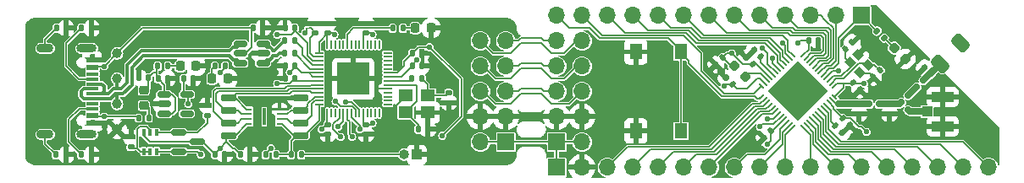
<source format=gbr>
%TF.GenerationSoftware,KiCad,Pcbnew,7.0.1*%
%TF.CreationDate,2023-04-05T22:14:52+02:00*%
%TF.ProjectId,rtl8762ckf-dev-board,72746c38-3736-4326-936b-662d6465762d,0.1.0*%
%TF.SameCoordinates,Original*%
%TF.FileFunction,Copper,L1,Top*%
%TF.FilePolarity,Positive*%
%FSLAX46Y46*%
G04 Gerber Fmt 4.6, Leading zero omitted, Abs format (unit mm)*
G04 Created by KiCad (PCBNEW 7.0.1) date 2023-04-05 22:14:52*
%MOMM*%
%LPD*%
G01*
G04 APERTURE LIST*
G04 Aperture macros list*
%AMRoundRect*
0 Rectangle with rounded corners*
0 $1 Rounding radius*
0 $2 $3 $4 $5 $6 $7 $8 $9 X,Y pos of 4 corners*
0 Add a 4 corners polygon primitive as box body*
4,1,4,$2,$3,$4,$5,$6,$7,$8,$9,$2,$3,0*
0 Add four circle primitives for the rounded corners*
1,1,$1+$1,$2,$3*
1,1,$1+$1,$4,$5*
1,1,$1+$1,$6,$7*
1,1,$1+$1,$8,$9*
0 Add four rect primitives between the rounded corners*
20,1,$1+$1,$2,$3,$4,$5,0*
20,1,$1+$1,$4,$5,$6,$7,0*
20,1,$1+$1,$6,$7,$8,$9,0*
20,1,$1+$1,$8,$9,$2,$3,0*%
%AMRotRect*
0 Rectangle, with rotation*
0 The origin of the aperture is its center*
0 $1 length*
0 $2 width*
0 $3 Rotation angle, in degrees counterclockwise*
0 Add horizontal line*
21,1,$1,$2,0,0,$3*%
G04 Aperture macros list end*
%TA.AperFunction,SMDPad,CuDef*%
%ADD10R,1.160000X0.600000*%
%TD*%
%TA.AperFunction,SMDPad,CuDef*%
%ADD11R,1.160000X0.300000*%
%TD*%
%TA.AperFunction,ComponentPad*%
%ADD12O,2.000000X0.900000*%
%TD*%
%TA.AperFunction,ComponentPad*%
%ADD13O,1.700000X0.900000*%
%TD*%
%TA.AperFunction,SMDPad,CuDef*%
%ADD14RoundRect,0.140000X-0.140000X-0.170000X0.140000X-0.170000X0.140000X0.170000X-0.140000X0.170000X0*%
%TD*%
%TA.AperFunction,SMDPad,CuDef*%
%ADD15RoundRect,0.218750X-0.256250X0.218750X-0.256250X-0.218750X0.256250X-0.218750X0.256250X0.218750X0*%
%TD*%
%TA.AperFunction,SMDPad,CuDef*%
%ADD16RoundRect,0.135000X-0.135000X-0.185000X0.135000X-0.185000X0.135000X0.185000X-0.135000X0.185000X0*%
%TD*%
%TA.AperFunction,SMDPad,CuDef*%
%ADD17RoundRect,0.218750X0.218750X0.256250X-0.218750X0.256250X-0.218750X-0.256250X0.218750X-0.256250X0*%
%TD*%
%TA.AperFunction,SMDPad,CuDef*%
%ADD18C,1.000000*%
%TD*%
%TA.AperFunction,SMDPad,CuDef*%
%ADD19RoundRect,0.147500X0.017678X-0.226274X0.226274X-0.017678X-0.017678X0.226274X-0.226274X0.017678X0*%
%TD*%
%TA.AperFunction,SMDPad,CuDef*%
%ADD20R,1.050000X1.000000*%
%TD*%
%TA.AperFunction,SMDPad,CuDef*%
%ADD21R,2.200000X1.050000*%
%TD*%
%TA.AperFunction,ComponentPad*%
%ADD22R,1.700000X1.700000*%
%TD*%
%TA.AperFunction,ComponentPad*%
%ADD23O,1.700000X1.700000*%
%TD*%
%TA.AperFunction,SMDPad,CuDef*%
%ADD24RoundRect,0.135000X0.135000X0.185000X-0.135000X0.185000X-0.135000X-0.185000X0.135000X-0.185000X0*%
%TD*%
%TA.AperFunction,SMDPad,CuDef*%
%ADD25RoundRect,0.140000X0.021213X-0.219203X0.219203X-0.021213X-0.021213X0.219203X-0.219203X0.021213X0*%
%TD*%
%TA.AperFunction,SMDPad,CuDef*%
%ADD26RoundRect,0.140000X0.170000X-0.140000X0.170000X0.140000X-0.170000X0.140000X-0.170000X-0.140000X0*%
%TD*%
%TA.AperFunction,SMDPad,CuDef*%
%ADD27RoundRect,0.140000X0.219203X0.021213X0.021213X0.219203X-0.219203X-0.021213X-0.021213X-0.219203X0*%
%TD*%
%TA.AperFunction,SMDPad,CuDef*%
%ADD28RoundRect,0.135000X-0.185000X0.135000X-0.185000X-0.135000X0.185000X-0.135000X0.185000X0.135000X0*%
%TD*%
%TA.AperFunction,SMDPad,CuDef*%
%ADD29C,0.127000*%
%TD*%
%TA.AperFunction,SMDPad,CuDef*%
%ADD30RoundRect,0.140000X-0.170000X0.140000X-0.170000X-0.140000X0.170000X-0.140000X0.170000X0.140000X0*%
%TD*%
%TA.AperFunction,SMDPad,CuDef*%
%ADD31RoundRect,0.150000X-0.512500X-0.150000X0.512500X-0.150000X0.512500X0.150000X-0.512500X0.150000X0*%
%TD*%
%TA.AperFunction,SMDPad,CuDef*%
%ADD32RoundRect,0.150000X0.650000X0.150000X-0.650000X0.150000X-0.650000X-0.150000X0.650000X-0.150000X0*%
%TD*%
%TA.AperFunction,SMDPad,CuDef*%
%ADD33RoundRect,0.250000X0.212132X-0.707107X0.707107X-0.212132X-0.212132X0.707107X-0.707107X0.212132X0*%
%TD*%
%TA.AperFunction,SMDPad,CuDef*%
%ADD34RoundRect,0.140000X-0.219203X-0.021213X-0.021213X-0.219203X0.219203X0.021213X0.021213X0.219203X0*%
%TD*%
%TA.AperFunction,SMDPad,CuDef*%
%ADD35RoundRect,0.140000X-0.021213X0.219203X-0.219203X0.021213X0.021213X-0.219203X0.219203X-0.021213X0*%
%TD*%
%TA.AperFunction,SMDPad,CuDef*%
%ADD36RoundRect,0.050000X0.282843X-0.212132X-0.212132X0.282843X-0.282843X0.212132X0.212132X-0.282843X0*%
%TD*%
%TA.AperFunction,SMDPad,CuDef*%
%ADD37RoundRect,0.050000X0.282843X0.212132X0.212132X0.282843X-0.282843X-0.212132X-0.212132X-0.282843X0*%
%TD*%
%TA.AperFunction,SMDPad,CuDef*%
%ADD38RotRect,4.300000X4.300000X135.000000*%
%TD*%
%TA.AperFunction,SMDPad,CuDef*%
%ADD39RoundRect,0.135000X0.226274X0.035355X0.035355X0.226274X-0.226274X-0.035355X-0.035355X-0.226274X0*%
%TD*%
%TA.AperFunction,SMDPad,CuDef*%
%ADD40RoundRect,0.218750X0.335876X0.026517X0.026517X0.335876X-0.335876X-0.026517X-0.026517X-0.335876X0*%
%TD*%
%TA.AperFunction,SMDPad,CuDef*%
%ADD41RoundRect,0.140000X0.140000X0.170000X-0.140000X0.170000X-0.140000X-0.170000X0.140000X-0.170000X0*%
%TD*%
%TA.AperFunction,SMDPad,CuDef*%
%ADD42R,1.300000X1.550000*%
%TD*%
%TA.AperFunction,SMDPad,CuDef*%
%ADD43RoundRect,0.150000X0.512500X0.150000X-0.512500X0.150000X-0.512500X-0.150000X0.512500X-0.150000X0*%
%TD*%
%TA.AperFunction,SMDPad,CuDef*%
%ADD44RotRect,0.900000X0.800000X135.000000*%
%TD*%
%TA.AperFunction,SMDPad,CuDef*%
%ADD45R,0.600000X0.280000*%
%TD*%
%TA.AperFunction,SMDPad,CuDef*%
%ADD46R,0.300000X1.700000*%
%TD*%
%TA.AperFunction,SMDPad,CuDef*%
%ADD47RoundRect,0.050000X0.050000X-0.387500X0.050000X0.387500X-0.050000X0.387500X-0.050000X-0.387500X0*%
%TD*%
%TA.AperFunction,SMDPad,CuDef*%
%ADD48RoundRect,0.050000X0.387500X-0.050000X0.387500X0.050000X-0.387500X0.050000X-0.387500X-0.050000X0*%
%TD*%
%TA.AperFunction,SMDPad,CuDef*%
%ADD49R,3.200000X3.200000*%
%TD*%
%TA.AperFunction,ComponentPad*%
%ADD50R,1.000000X1.000000*%
%TD*%
%TA.AperFunction,ComponentPad*%
%ADD51O,1.000000X1.000000*%
%TD*%
%TA.AperFunction,SMDPad,CuDef*%
%ADD52RoundRect,0.147500X-0.147500X-0.172500X0.147500X-0.172500X0.147500X0.172500X-0.147500X0.172500X0*%
%TD*%
%TA.AperFunction,SMDPad,CuDef*%
%ADD53RoundRect,0.150000X-0.587500X-0.150000X0.587500X-0.150000X0.587500X0.150000X-0.587500X0.150000X0*%
%TD*%
%TA.AperFunction,SMDPad,CuDef*%
%ADD54R,1.400000X1.200000*%
%TD*%
%TA.AperFunction,SMDPad,CuDef*%
%ADD55R,0.400000X0.650000*%
%TD*%
%TA.AperFunction,ViaPad*%
%ADD56C,0.560000*%
%TD*%
%TA.AperFunction,Conductor*%
%ADD57C,0.200000*%
%TD*%
%TA.AperFunction,Conductor*%
%ADD58C,0.127000*%
%TD*%
%TA.AperFunction,Conductor*%
%ADD59C,0.640554*%
%TD*%
%TA.AperFunction,Conductor*%
%ADD60C,0.373000*%
%TD*%
G04 APERTURE END LIST*
%TA.AperFunction,EtchedComponent*%
%TO.C,NT1*%
G36*
X153797000Y-121348500D02*
G01*
X153543000Y-121348500D01*
X153543000Y-121221500D01*
X153797000Y-121221500D01*
X153797000Y-121348500D01*
G37*
%TD.AperFunction*%
%TA.AperFunction,EtchedComponent*%
%TO.C,NT2*%
G36*
X155575000Y-120713500D02*
G01*
X155321000Y-120713500D01*
X155321000Y-120586500D01*
X155575000Y-120586500D01*
X155575000Y-120713500D01*
G37*
%TD.AperFunction*%
%TD*%
D10*
%TO.P,J7,A1,GND*%
%TO.N,GND*%
X133955000Y-123800000D03*
%TO.P,J7,A4,VBUS*%
%TO.N,VBUS*%
X133955000Y-124600000D03*
D11*
%TO.P,J7,A5,CC1*%
%TO.N,/Type-C USB 2.0/CC1*%
X133955000Y-125750000D03*
%TO.P,J7,A6,D+*%
%TO.N,/Type-C USB 2.0/D+*%
X133955000Y-126750000D03*
%TO.P,J7,A7,D-*%
%TO.N,/Type-C USB 2.0/D-*%
X133955000Y-127250000D03*
%TO.P,J7,A8,SBU1*%
%TO.N,unconnected-(J7-SBU1-PadA8)*%
X133955000Y-128250000D03*
D10*
%TO.P,J7,A9,VBUS*%
%TO.N,VBUS*%
X133955000Y-129400000D03*
%TO.P,J7,A12,GND*%
%TO.N,GND*%
X133955000Y-130200000D03*
%TO.P,J7,B1,GND*%
X133955000Y-130200000D03*
%TO.P,J7,B4,VBUS*%
%TO.N,VBUS*%
X133955000Y-129400000D03*
D11*
%TO.P,J7,B5,CC2*%
%TO.N,/Type-C USB 2.0/CC2*%
X133955000Y-128750000D03*
%TO.P,J7,B6,D+*%
%TO.N,/Type-C USB 2.0/D+*%
X133955000Y-127750000D03*
%TO.P,J7,B7,D-*%
%TO.N,/Type-C USB 2.0/D-*%
X133955000Y-126250000D03*
%TO.P,J7,B8,SBU2*%
%TO.N,unconnected-(J7-SBU2-PadB8)*%
X133955000Y-125250000D03*
D10*
%TO.P,J7,B9,VBUS*%
%TO.N,VBUS*%
X133955000Y-124600000D03*
%TO.P,J7,B12,GND*%
%TO.N,GND*%
X133955000Y-123800000D03*
D12*
%TO.P,J7,S1,SHIELD*%
%TO.N,Earth*%
X133375000Y-122680000D03*
D13*
X129205000Y-122680000D03*
D12*
X133375000Y-131320000D03*
D13*
X129205000Y-131320000D03*
%TD*%
D14*
%TO.P,C1,1*%
%TO.N,+5V*%
X140490000Y-125730000D03*
%TO.P,C1,2*%
%TO.N,GND*%
X141450000Y-125730000D03*
%TD*%
D15*
%TO.P,FB1,1*%
%TO.N,+5V*%
X139065000Y-126847500D03*
%TO.P,FB1,2*%
%TO.N,/Type-C USB 2.0/VBUS_F1*%
X139065000Y-128422500D03*
%TD*%
D16*
%TO.P,R3,1*%
%TO.N,Net-(D3-A)*%
X146175000Y-124460000D03*
%TO.P,R3,2*%
%TO.N,+3V3*%
X147195000Y-124460000D03*
%TD*%
D17*
%TO.P,D3,1,K*%
%TO.N,GND*%
X147472500Y-125730000D03*
%TO.P,D3,2,A*%
%TO.N,Net-(D3-A)*%
X145897500Y-125730000D03*
%TD*%
D18*
%TO.P,TP1,1,1*%
%TO.N,GND*%
X136398000Y-130810000D03*
%TD*%
D19*
%TO.P,L2,1,1*%
%TO.N,/50\u03A9Antenna*%
X216319053Y-126580947D03*
%TO.P,L2,2,2*%
%TO.N,/AE-feed*%
X217004947Y-125895053D03*
%TD*%
D18*
%TO.P,TP4,1,1*%
%TO.N,/Type-C USB 2.0/D+*%
X136398000Y-128270000D03*
%TD*%
D20*
%TO.P,J6,1,In*%
%TO.N,/50\u03A9Cond*%
X217390000Y-129032000D03*
D21*
%TO.P,J6,2,Ext*%
%TO.N,GND*%
X218915000Y-127557000D03*
X218915000Y-130507000D03*
%TD*%
D22*
%TO.P,J2,1,Pin_1*%
%TO.N,+3V3*%
X175260000Y-132080000D03*
D23*
%TO.P,J2,2,Pin_2*%
X172720000Y-132080000D03*
%TO.P,J2,3,Pin_3*%
%TO.N,GND*%
X175260000Y-129540000D03*
%TO.P,J2,4,Pin_4*%
X172720000Y-129540000D03*
%TO.P,J2,5,Pin_5*%
%TO.N,/RP2040/GPIO4*%
X175260000Y-127000000D03*
%TO.P,J2,6,Pin_6*%
%TO.N,/RP2040/GPIO5*%
X172720000Y-127000000D03*
%TO.P,J2,7,Pin_7*%
%TO.N,/RP2040/GPIO3*%
X175260000Y-124460000D03*
%TO.P,J2,8,Pin_8*%
%TO.N,/RP2040/GPIO2*%
X172720000Y-124460000D03*
%TO.P,J2,9,Pin_9*%
%TO.N,/RP2040/GPIO6*%
X175260000Y-121920000D03*
%TO.P,J2,10,Pin_10*%
%TO.N,/RP2040/GPIO7*%
X172720000Y-121920000D03*
%TD*%
D24*
%TO.P,R5,1*%
%TO.N,GND*%
X131320000Y-133350000D03*
%TO.P,R5,2*%
%TO.N,Earth*%
X130300000Y-133350000D03*
%TD*%
D25*
%TO.P,C12,1*%
%TO.N,Net-(U2-XO)*%
X209210589Y-122767411D03*
%TO.P,C12,2*%
%TO.N,GND*%
X209889411Y-122088589D03*
%TD*%
D26*
%TO.P,C31,1*%
%TO.N,/RP2040/VREG_IN*%
X156210000Y-121130000D03*
%TO.P,C31,2*%
%TO.N,GND*%
X156210000Y-120170000D03*
%TD*%
D14*
%TO.P,C26,1*%
%TO.N,/RP2040/DVDD*%
X165890000Y-123190000D03*
%TO.P,C26,2*%
%TO.N,GND*%
X166850000Y-123190000D03*
%TD*%
%TO.P,C23,1*%
%TO.N,+3V3*%
X148745000Y-133350000D03*
%TO.P,C23,2*%
%TO.N,GND*%
X149705000Y-133350000D03*
%TD*%
D27*
%TO.P,C18,1*%
%TO.N,Net-(U2-VDIGI)*%
X200745411Y-123529411D03*
%TO.P,C18,2*%
%TO.N,GND*%
X200066589Y-122850589D03*
%TD*%
D28*
%TO.P,R9,1*%
%TO.N,GND*%
X145415000Y-128395000D03*
%TO.P,R9,2*%
%TO.N,Net-(Q1A-E1)*%
X145415000Y-129415000D03*
%TD*%
D24*
%TO.P,R10,1*%
%TO.N,/RP2040/~{USB_BOOT}*%
X154815000Y-133350000D03*
%TO.P,R10,2*%
%TO.N,/RP2040/QSPI.~{CS}*%
X153795000Y-133350000D03*
%TD*%
%TO.P,R6,1*%
%TO.N,GND*%
X133860000Y-120650000D03*
%TO.P,R6,2*%
%TO.N,/Type-C USB 2.0/CC1*%
X132840000Y-120650000D03*
%TD*%
D29*
%TO.P,NT1,1,1*%
%TO.N,/RP2040/DVDD*%
X153543000Y-121285000D03*
%TO.P,NT1,2,2*%
%TO.N,/RP2040/VREG_OUT*%
X153797000Y-121285000D03*
%TD*%
D30*
%TO.P,C30,1*%
%TO.N,+3V3*%
X161290000Y-130330000D03*
%TO.P,C30,2*%
%TO.N,GND*%
X161290000Y-131290000D03*
%TD*%
D14*
%TO.P,C3,1*%
%TO.N,+3V3*%
X146205000Y-133350000D03*
%TO.P,C3,2*%
%TO.N,GND*%
X147165000Y-133350000D03*
%TD*%
D31*
%TO.P,U1,1,VIN*%
%TO.N,+5V*%
X141102500Y-127320000D03*
%TO.P,U1,2,GND*%
%TO.N,GND*%
X141102500Y-128270000D03*
%TO.P,U1,3,EN*%
%TO.N,+5V*%
X141102500Y-129220000D03*
%TO.P,U1,4,NC*%
%TO.N,unconnected-(U1-NC-Pad4)*%
X143377500Y-129220000D03*
%TO.P,U1,5,VOUT*%
%TO.N,/+3V3_{LDO}*%
X143377500Y-127320000D03*
%TD*%
D28*
%TO.P,R8,1*%
%TO.N,GND*%
X137795000Y-131570000D03*
%TO.P,R8,2*%
%TO.N,Net-(Q1A-B1)*%
X137795000Y-132590000D03*
%TD*%
D22*
%TO.P,J3,1,Pin_1*%
%TO.N,+3V3*%
X180340000Y-132080000D03*
D23*
%TO.P,J3,2,Pin_2*%
X182880000Y-132080000D03*
%TO.P,J3,3,Pin_3*%
%TO.N,GND*%
X180340000Y-129540000D03*
%TO.P,J3,4,Pin_4*%
X182880000Y-129540000D03*
%TO.P,J3,5,Pin_5*%
%TO.N,/RP2040/GPIO4*%
X180340000Y-127000000D03*
%TO.P,J3,6,Pin_6*%
%TO.N,/RP2040/GPIO5*%
X182880000Y-127000000D03*
%TO.P,J3,7,Pin_7*%
%TO.N,/RP2040/GPIO3*%
X180340000Y-124460000D03*
%TO.P,J3,8,Pin_8*%
%TO.N,/RP2040/GPIO2*%
X182880000Y-124460000D03*
%TO.P,J3,9,Pin_9*%
%TO.N,/RP2040/GPIO6*%
X180340000Y-121920000D03*
%TO.P,J3,10,Pin_10*%
%TO.N,/RP2040/GPIO7*%
X182880000Y-121920000D03*
%TD*%
D29*
%TO.P,NT2,1,1*%
%TO.N,+3V3*%
X155321000Y-120650000D03*
%TO.P,NT2,2,2*%
%TO.N,/RP2040/VREG_IN*%
X155575000Y-120650000D03*
%TD*%
D32*
%TO.P,U7,1,~{CS}*%
%TO.N,/RP2040/QSPI.~{CS}*%
X154730000Y-131445000D03*
%TO.P,U7,2,DO(IO1)*%
%TO.N,/RP2040/QSPI.IO1*%
X154730000Y-130175000D03*
%TO.P,U7,3,IO2*%
%TO.N,/RP2040/QSPI.IO2*%
X154730000Y-128905000D03*
%TO.P,U7,4,GND*%
%TO.N,GND*%
X154730000Y-127635000D03*
%TO.P,U7,5,DI(IO0)*%
%TO.N,/RP2040/QSPI.IO0*%
X147530000Y-127635000D03*
%TO.P,U7,6,CLK*%
%TO.N,/RP2040/QSPI.CLK*%
X147530000Y-128905000D03*
%TO.P,U7,7,IO3*%
%TO.N,/RP2040/QSPI.IO3*%
X147530000Y-130175000D03*
%TO.P,U7,8,VCC*%
%TO.N,+3V3*%
X147530000Y-131445000D03*
%TD*%
D33*
%TO.P,AE1,1,FEED*%
%TO.N,/AE-feed*%
X218684695Y-124215305D03*
%TO.P,AE1,2,PCB_Trace*%
%TO.N,unconnected-(AE1-PCB_Trace-Pad2)*%
X220735305Y-122164695D03*
%TD*%
D14*
%TO.P,C22,1*%
%TO.N,GND*%
X138585000Y-125603000D03*
%TO.P,C22,2*%
%TO.N,+5V*%
X139545000Y-125603000D03*
%TD*%
D34*
%TO.P,C17,1*%
%TO.N,+1V2*%
X209972589Y-126152589D03*
%TO.P,C17,2*%
%TO.N,GND*%
X210651411Y-126831411D03*
%TD*%
D16*
%TO.P,F1,1*%
%TO.N,VBUS*%
X138555000Y-129667000D03*
%TO.P,F1,2*%
%TO.N,/Type-C USB 2.0/VBUS_F1*%
X139575000Y-129667000D03*
%TD*%
D35*
%TO.P,C9,1*%
%TO.N,Net-(U2-XI)*%
X212683411Y-124882589D03*
%TO.P,C9,2*%
%TO.N,GND*%
X212004589Y-125561411D03*
%TD*%
D36*
%TO.P,U2,1,P2_1/ADC_1*%
%TO.N,/RTL8762CKF/P2_1*%
X205000330Y-130641600D03*
%TO.P,U2,2,P2_2/ADC_2*%
%TO.N,/RTL8762CKF/P2_2*%
X205283173Y-130358757D03*
%TO.P,U2,3,P2_3/ADC_3*%
%TO.N,/RTL8762CKF/P2_3*%
X205566016Y-130075914D03*
%TO.P,U2,4,P2_4/ADC_4*%
%TO.N,/RTL8762CKF/P2_4*%
X205848858Y-129793072D03*
%TO.P,U2,5,P2_5/ADC_5*%
%TO.N,/RTL8762CKF/P2_5*%
X206131701Y-129510229D03*
%TO.P,U2,6,P2_6/ADC_6*%
%TO.N,/RTL8762CKF/P2_6*%
X206414544Y-129227386D03*
%TO.P,U2,7,P2_7/ADC_7*%
%TO.N,/RTL8762CKF/P2_7*%
X206697386Y-128944544D03*
%TO.P,U2,8,H_0/P5_0/MICBIAS*%
%TO.N,/RTL8762CKF/H_0*%
X206980229Y-128661701D03*
%TO.P,U2,9,VA18*%
%TO.N,Net-(U2-VA18)*%
X207263072Y-128378858D03*
%TO.P,U2,10,VD12_TRX*%
%TO.N,+1V2*%
X207545914Y-128096016D03*
%TO.P,U2,11,RFIO*%
%TO.N,/RF*%
X207828757Y-127813173D03*
%TO.P,U2,12,VD12_PA*%
%TO.N,+1V2*%
X208111600Y-127530330D03*
D37*
%TO.P,U2,13,VD12_SYN*%
X208111600Y-126469670D03*
%TO.P,U2,14,XI*%
%TO.N,Net-(U2-XI)*%
X207828757Y-126186827D03*
%TO.P,U2,15,XO*%
%TO.N,Net-(U2-XO)*%
X207545914Y-125903984D03*
%TO.P,U2,16,HW_RST_N*%
%TO.N,/RP2040/GPIO6*%
X207263072Y-125621142D03*
%TO.P,U2,17,P4_3*%
%TO.N,/RTL8762CKF/P4_3*%
X206980229Y-125338299D03*
%TO.P,U2,18,P4_2*%
%TO.N,/RTL8762CKF/P4_2*%
X206697386Y-125055456D03*
%TO.P,U2,19,P4_1*%
%TO.N,/RTL8762CKF/P4_1*%
X206414544Y-124772614D03*
%TO.P,U2,20,P4_0*%
%TO.N,/RTL8762CKF/P4_0*%
X206131701Y-124489771D03*
%TO.P,U2,21,P0_7*%
%TO.N,/RTL8762CKF/P0_7*%
X205848858Y-124206928D03*
%TO.P,U2,22,P0_6*%
%TO.N,/RTL8762CKF/P0_6*%
X205566016Y-123924086D03*
%TO.P,U2,23,P0_5*%
%TO.N,/RTL8762CKF/P0_5*%
X205283173Y-123641243D03*
%TO.P,U2,24,VDDIO*%
%TO.N,+3V3*%
X205000330Y-123358400D03*
D36*
%TO.P,U2,25,P0_4*%
%TO.N,/RTL8762CKF/P0_4*%
X203939670Y-123358400D03*
%TO.P,U2,26,P0_3/LOG_UART_TX*%
%TO.N,/RP2040/GPIO7*%
X203656827Y-123641243D03*
%TO.P,U2,27,P0_2*%
%TO.N,/RTL8762CKF/P0_2*%
X203373984Y-123924086D03*
%TO.P,U2,28,P0_1*%
%TO.N,/RTL8762CKF/P0_1*%
X203091142Y-124206928D03*
%TO.P,U2,29,P0_0*%
%TO.N,/RTL8762CKF/P0_0*%
X202808299Y-124489771D03*
%TO.P,U2,30,P1_0/SWDIO*%
%TO.N,/RP2040/GPIO3*%
X202525456Y-124772614D03*
%TO.P,U2,31,P1_1/SWDCLK*%
%TO.N,/RP2040/GPIO2*%
X202242614Y-125055456D03*
%TO.P,U2,32,VDIGI*%
%TO.N,Net-(U2-VDIGI)*%
X201959771Y-125338299D03*
%TO.P,U2,33,VDDCORE*%
%TO.N,+1V2*%
X201676928Y-125621142D03*
%TO.P,U2,34,LX*%
%TO.N,Net-(U2-LX)*%
X201394086Y-125903984D03*
%TO.P,U2,35,HVD*%
%TO.N,+3V3*%
X201111243Y-126186827D03*
%TO.P,U2,36,P1_6*%
%TO.N,/RTL8762CKF/P1_6*%
X200828400Y-126469670D03*
D37*
%TO.P,U2,37,P1_7*%
%TO.N,/RTL8762CKF/P1_7*%
X200828400Y-127530330D03*
%TO.P,U2,38,P3_6*%
%TO.N,/RTL8762CKF/P3_6*%
X201111243Y-127813173D03*
%TO.P,U2,39,P3_5*%
%TO.N,/RTL8762CKF/P3_5*%
X201394086Y-128096016D03*
%TO.P,U2,40,P3_4*%
%TO.N,/RTL8762CKF/P3_4*%
X201676928Y-128378858D03*
%TO.P,U2,41,P3_3*%
%TO.N,/RTL8762CKF/P3_3*%
X201959771Y-128661701D03*
%TO.P,U2,42,P3_2*%
%TO.N,/RTL8762CKF/P3_2*%
X202242614Y-128944544D03*
%TO.P,U2,43,P3_1/HCI_UART_RX*%
%TO.N,/RP2040/GPIO4*%
X202525456Y-129227386D03*
%TO.P,U2,44,P3_0/HCI_UART_TX*%
%TO.N,/RP2040/GPIO5*%
X202808299Y-129510229D03*
%TO.P,U2,45,VBAT*%
%TO.N,+3V3*%
X203091142Y-129793072D03*
%TO.P,U2,46,H_1/32K_XI*%
%TO.N,/RTL8762CKF/H_1*%
X203373984Y-130075914D03*
%TO.P,U2,47,H_2/32K_XO*%
%TO.N,/RTL8762CKF/H_2*%
X203656827Y-130358757D03*
%TO.P,U2,48,P2_0/ADC_0*%
%TO.N,/RTL8762CKF/P2_0*%
X203939670Y-130641600D03*
D38*
%TO.P,U2,49,GND*%
%TO.N,GND*%
X204470000Y-127000000D03*
%TD*%
D16*
%TO.P,R13,1*%
%TO.N,/RP2040/USB.D-*%
X153160000Y-121920000D03*
%TO.P,R13,2*%
%TO.N,/RP2040/D-*%
X154180000Y-121920000D03*
%TD*%
D27*
%TO.P,C8,1*%
%TO.N,/AE-feed*%
X217763411Y-125307411D03*
%TO.P,C8,2*%
%TO.N,GND*%
X217084589Y-124628589D03*
%TD*%
D14*
%TO.P,C35,1*%
%TO.N,+3V3*%
X165890000Y-124460000D03*
%TO.P,C35,2*%
%TO.N,GND*%
X166850000Y-124460000D03*
%TD*%
D18*
%TO.P,TP2,1,1*%
%TO.N,VBUS*%
X136398000Y-123190000D03*
%TD*%
D39*
%TO.P,R4,1*%
%TO.N,Net-(D4-A)*%
X213085624Y-121645624D03*
%TO.P,R4,2*%
%TO.N,/RTL8762CKF/P4_3*%
X212364376Y-120924376D03*
%TD*%
D24*
%TO.P,R2,1*%
%TO.N,Net-(D2-A)*%
X164975000Y-120650000D03*
%TO.P,R2,2*%
%TO.N,/RP2040/GPIO25*%
X163955000Y-120650000D03*
%TD*%
%TO.P,R1,1*%
%TO.N,Net-(D1-A)*%
X141480000Y-124460000D03*
%TO.P,R1,2*%
%TO.N,+5V*%
X140460000Y-124460000D03*
%TD*%
D40*
%TO.P,L3,1,1*%
%TO.N,Net-(U2-LX)*%
X199184847Y-125524847D03*
%TO.P,L3,2,2*%
%TO.N,+1V2*%
X198071153Y-124411153D03*
%TD*%
D25*
%TO.P,C10,1*%
%TO.N,GND*%
X201082589Y-131657411D03*
%TO.P,C10,2*%
%TO.N,+3V3*%
X201761411Y-130978589D03*
%TD*%
D40*
%TO.P,D4,1,K*%
%TO.N,GND*%
X215186847Y-123746847D03*
%TO.P,D4,2,A*%
%TO.N,Net-(D4-A)*%
X214073153Y-122633153D03*
%TD*%
D41*
%TO.P,C28,1*%
%TO.N,/RP2040/DVDD*%
X154150000Y-125730000D03*
%TO.P,C28,2*%
%TO.N,GND*%
X153190000Y-125730000D03*
%TD*%
D30*
%TO.P,C25,1*%
%TO.N,Net-(C25-Pad1)*%
X169545000Y-127155000D03*
%TO.P,C25,2*%
%TO.N,GND*%
X169545000Y-128115000D03*
%TD*%
D35*
%TO.P,C19,1*%
%TO.N,+1V2*%
X196935411Y-123612589D03*
%TO.P,C19,2*%
%TO.N,GND*%
X196256589Y-124291411D03*
%TD*%
D30*
%TO.P,C5,1*%
%TO.N,/LPF*%
X213614000Y-128298000D03*
%TO.P,C5,2*%
%TO.N,GND*%
X213614000Y-129258000D03*
%TD*%
D34*
%TO.P,C16,1*%
%TO.N,Net-(U2-VA18)*%
X208194589Y-130470589D03*
%TO.P,C16,2*%
%TO.N,GND*%
X208873411Y-131149411D03*
%TD*%
%TO.P,C11,1*%
%TO.N,GND*%
X197272589Y-125644589D03*
%TO.P,C11,2*%
%TO.N,+3V3*%
X197951411Y-126323411D03*
%TD*%
D14*
%TO.P,C20,1*%
%TO.N,Earth*%
X130330000Y-120650000D03*
%TO.P,C20,2*%
%TO.N,GND*%
X131290000Y-120650000D03*
%TD*%
D41*
%TO.P,C29,1*%
%TO.N,+3V3*%
X154150000Y-124460000D03*
%TO.P,C29,2*%
%TO.N,GND*%
X153190000Y-124460000D03*
%TD*%
D30*
%TO.P,C32,1*%
%TO.N,+3V3*%
X157480000Y-130330000D03*
%TO.P,C32,2*%
%TO.N,GND*%
X157480000Y-131290000D03*
%TD*%
D41*
%TO.P,C21,1*%
%TO.N,GND*%
X150975000Y-120650000D03*
%TO.P,C21,2*%
%TO.N,VBUS*%
X150015000Y-120650000D03*
%TD*%
D42*
%TO.P,SW1,1,1*%
%TO.N,GND*%
X188250000Y-130975000D03*
X188250000Y-123025000D03*
%TO.P,SW1,2,2*%
%TO.N,/RTL8762CKF/P1_7*%
X192750000Y-130975000D03*
X192750000Y-123025000D03*
%TD*%
D43*
%TO.P,U3,1,IO1*%
%TO.N,/RP2040/USB.D+*%
X150997500Y-124140000D03*
%TO.P,U3,2,GND*%
%TO.N,GND*%
X150997500Y-123190000D03*
%TO.P,U3,3,IO2*%
%TO.N,/RP2040/USB.D-*%
X150997500Y-122240000D03*
%TO.P,U3,4,IO2*%
%TO.N,/Type-C USB 2.0/D-*%
X148722500Y-122240000D03*
%TO.P,U3,5,VBUS*%
%TO.N,VBUS*%
X148722500Y-123190000D03*
%TO.P,U3,6,IO1*%
%TO.N,/Type-C USB 2.0/D+*%
X148722500Y-124140000D03*
%TD*%
D44*
%TO.P,Y1,1,1*%
%TO.N,Net-(U2-XI)*%
X211449883Y-124312066D03*
%TO.P,Y1,2,2*%
%TO.N,GND*%
X210459934Y-123322117D03*
%TO.P,Y1,3,3*%
%TO.N,Net-(U2-XO)*%
X209682117Y-124099934D03*
%TO.P,Y1,4,4*%
%TO.N,GND*%
X210672066Y-125089883D03*
%TD*%
D45*
%TO.P,U5,1,~{CS}*%
%TO.N,/RP2040/QSPI.~{CS}*%
X152637000Y-130290000D03*
%TO.P,U5,2,DO(IO1)*%
%TO.N,/RP2040/QSPI.IO1*%
X152637000Y-129790000D03*
%TO.P,U5,3,IO2*%
%TO.N,/RP2040/QSPI.IO2*%
X152637000Y-129290000D03*
%TO.P,U5,4,GND*%
%TO.N,GND*%
X152637000Y-128790000D03*
%TO.P,U5,5,DI(IO0)*%
%TO.N,/RP2040/QSPI.IO0*%
X149623000Y-128790000D03*
%TO.P,U5,6,CLK*%
%TO.N,/RP2040/QSPI.CLK*%
X149623000Y-129290000D03*
%TO.P,U5,7,IO3*%
%TO.N,/RP2040/QSPI.IO3*%
X149623000Y-129790000D03*
%TO.P,U5,8,VCC*%
%TO.N,+3V3*%
X149623000Y-130290000D03*
D46*
%TO.P,U5,9*%
%TO.N,N/C*%
X151130000Y-129540000D03*
%TD*%
D26*
%TO.P,C34,1*%
%TO.N,+3V3*%
X161290000Y-121130000D03*
%TO.P,C34,2*%
%TO.N,GND*%
X161290000Y-120170000D03*
%TD*%
D47*
%TO.P,U6,1,IOVDD*%
%TO.N,+3V3*%
X157420000Y-129167500D03*
%TO.P,U6,2,GPIO0*%
%TO.N,/RP2040/GPIO0*%
X157820000Y-129167500D03*
%TO.P,U6,3,GPIO1*%
%TO.N,/RP2040/GPIO1*%
X158220000Y-129167500D03*
%TO.P,U6,4,GPIO2*%
%TO.N,/RP2040/GPIO2*%
X158620000Y-129167500D03*
%TO.P,U6,5,GPIO3*%
%TO.N,/RP2040/GPIO3*%
X159020000Y-129167500D03*
%TO.P,U6,6,GPIO4*%
%TO.N,/RP2040/GPIO4*%
X159420000Y-129167500D03*
%TO.P,U6,7,GPIO5*%
%TO.N,/RP2040/GPIO5*%
X159820000Y-129167500D03*
%TO.P,U6,8,GPIO6*%
%TO.N,/RP2040/GPIO6*%
X160220000Y-129167500D03*
%TO.P,U6,9,GPIO7*%
%TO.N,/RP2040/GPIO7*%
X160620000Y-129167500D03*
%TO.P,U6,10,IOVDD*%
%TO.N,+3V3*%
X161020000Y-129167500D03*
%TO.P,U6,11,GPIO8*%
%TO.N,/RP2040/GPIO8*%
X161420000Y-129167500D03*
%TO.P,U6,12,GPIO9*%
%TO.N,/RP2040/GPIO9*%
X161820000Y-129167500D03*
%TO.P,U6,13,GPIO10*%
%TO.N,/RP2040/GPIO10*%
X162220000Y-129167500D03*
%TO.P,U6,14,GPIO11*%
%TO.N,/RP2040/GPIO11*%
X162620000Y-129167500D03*
D48*
%TO.P,U6,15,GPIO12*%
%TO.N,/RP2040/GPIO12*%
X163457500Y-128330000D03*
%TO.P,U6,16,GPIO13*%
%TO.N,/RP2040/GPIO13*%
X163457500Y-127930000D03*
%TO.P,U6,17,GPIO14*%
%TO.N,/RP2040/GPIO14*%
X163457500Y-127530000D03*
%TO.P,U6,18,GPIO15*%
%TO.N,/RP2040/GPIO15*%
X163457500Y-127130000D03*
%TO.P,U6,19,TESTEN*%
%TO.N,GND*%
X163457500Y-126730000D03*
%TO.P,U6,20,XIN*%
%TO.N,/RP2040/XIN*%
X163457500Y-126330000D03*
%TO.P,U6,21,XOUT*%
%TO.N,/RP2040/XOUT*%
X163457500Y-125930000D03*
%TO.P,U6,22,IOVDD*%
%TO.N,+3V3*%
X163457500Y-125530000D03*
%TO.P,U6,23,DVDD*%
%TO.N,/RP2040/DVDD*%
X163457500Y-125130000D03*
%TO.P,U6,24,SWCLK*%
%TO.N,/RP2040/SWD_{RP2040}.SWCLK*%
X163457500Y-124730000D03*
%TO.P,U6,25,SWD*%
%TO.N,/RP2040/SWD_{RP2040}.SWD*%
X163457500Y-124330000D03*
%TO.P,U6,26,RUN*%
%TO.N,/RP2040/RUN*%
X163457500Y-123930000D03*
%TO.P,U6,27,GPIO16*%
%TO.N,/RP2040/GPIO16*%
X163457500Y-123530000D03*
%TO.P,U6,28,GPIO17*%
%TO.N,/RP2040/GPIO17*%
X163457500Y-123130000D03*
D47*
%TO.P,U6,29,GPIO18*%
%TO.N,/RP2040/GPIO18*%
X162620000Y-122292500D03*
%TO.P,U6,30,GPIO19*%
%TO.N,/RP2040/GPIO19*%
X162220000Y-122292500D03*
%TO.P,U6,31,GPIO20*%
%TO.N,/RP2040/GPIO20*%
X161820000Y-122292500D03*
%TO.P,U6,32,GPIO21*%
%TO.N,/RP2040/GPIO21*%
X161420000Y-122292500D03*
%TO.P,U6,33,IOVDD*%
%TO.N,+3V3*%
X161020000Y-122292500D03*
%TO.P,U6,34,GPIO22*%
%TO.N,/RP2040/GPIO22*%
X160620000Y-122292500D03*
%TO.P,U6,35,GPIO23*%
%TO.N,/RP2040/GPIO23*%
X160220000Y-122292500D03*
%TO.P,U6,36,GPIO24*%
%TO.N,/RP2040/GPIO24*%
X159820000Y-122292500D03*
%TO.P,U6,37,GPIO25*%
%TO.N,/RP2040/GPIO25*%
X159420000Y-122292500D03*
%TO.P,U6,38,GPIO26_ADC0*%
%TO.N,/RP2040/GPIO26*%
X159020000Y-122292500D03*
%TO.P,U6,39,GPIO27_ADC1*%
%TO.N,/RP2040/GPIO27*%
X158620000Y-122292500D03*
%TO.P,U6,40,GPIO28_ADC2*%
%TO.N,/RP2040/GPIO28*%
X158220000Y-122292500D03*
%TO.P,U6,41,GPIO29_ADC3*%
%TO.N,/RP2040/GPIO29*%
X157820000Y-122292500D03*
%TO.P,U6,42,IOVDD*%
%TO.N,+3V3*%
X157420000Y-122292500D03*
D48*
%TO.P,U6,43,ADC_AVDD*%
X156582500Y-123130000D03*
%TO.P,U6,44,VREG_IN*%
%TO.N,/RP2040/VREG_IN*%
X156582500Y-123530000D03*
%TO.P,U6,45,VREG_VOUT*%
%TO.N,/RP2040/VREG_OUT*%
X156582500Y-123930000D03*
%TO.P,U6,46,USB_DM*%
%TO.N,/RP2040/D-*%
X156582500Y-124330000D03*
%TO.P,U6,47,USB_DP*%
%TO.N,/RP2040/D+*%
X156582500Y-124730000D03*
%TO.P,U6,48,USB_VDD*%
%TO.N,+3V3*%
X156582500Y-125130000D03*
%TO.P,U6,49,IOVDD*%
X156582500Y-125530000D03*
%TO.P,U6,50,DVDD*%
%TO.N,/RP2040/DVDD*%
X156582500Y-125930000D03*
%TO.P,U6,51,QSPI_SD3*%
%TO.N,/RP2040/QSPI.IO3*%
X156582500Y-126330000D03*
%TO.P,U6,52,QSPI_SCLK*%
%TO.N,/RP2040/QSPI.CLK*%
X156582500Y-126730000D03*
%TO.P,U6,53,QSPI_SD0*%
%TO.N,/RP2040/QSPI.IO0*%
X156582500Y-127130000D03*
%TO.P,U6,54,QSPI_SD2*%
%TO.N,/RP2040/QSPI.IO2*%
X156582500Y-127530000D03*
%TO.P,U6,55,QSPI_SD1*%
%TO.N,/RP2040/QSPI.IO1*%
X156582500Y-127930000D03*
%TO.P,U6,56,QSPI_SS*%
%TO.N,/RP2040/QSPI.~{CS}*%
X156582500Y-128330000D03*
D49*
%TO.P,U6,57,GND*%
%TO.N,GND*%
X160020000Y-125730000D03*
%TD*%
D41*
%TO.P,C13,1*%
%TO.N,GND*%
X206474000Y-121920000D03*
%TO.P,C13,2*%
%TO.N,+3V3*%
X205514000Y-121920000D03*
%TD*%
D24*
%TO.P,R14,1*%
%TO.N,Net-(C25-Pad1)*%
X166880000Y-125730000D03*
%TO.P,R14,2*%
%TO.N,/RP2040/XOUT*%
X165860000Y-125730000D03*
%TD*%
D34*
%TO.P,C14,1*%
%TO.N,+1V2*%
X208956589Y-129708589D03*
%TO.P,C14,2*%
%TO.N,GND*%
X209635411Y-130387411D03*
%TD*%
D35*
%TO.P,C7,1*%
%TO.N,/50\u03A9Antenna*%
X215477411Y-127422589D03*
%TO.P,C7,2*%
%TO.N,/LPF*%
X214798589Y-128101411D03*
%TD*%
D30*
%TO.P,C4,1*%
%TO.N,/RF*%
X210566000Y-128298000D03*
%TO.P,C4,2*%
%TO.N,GND*%
X210566000Y-129258000D03*
%TD*%
D26*
%TO.P,C33,1*%
%TO.N,+3V3*%
X157480000Y-121130000D03*
%TO.P,C33,2*%
%TO.N,GND*%
X157480000Y-120170000D03*
%TD*%
D24*
%TO.P,R11,1*%
%TO.N,/RP2040/QSPI.~{CS}*%
X152275000Y-133350000D03*
%TO.P,R11,2*%
%TO.N,+3V3*%
X151255000Y-133350000D03*
%TD*%
D50*
%TO.P,J1,1,Pin_1*%
%TO.N,GND*%
X166370000Y-133350000D03*
D51*
%TO.P,J1,2,Pin_2*%
%TO.N,/RP2040/~{USB_BOOT}*%
X165100000Y-133350000D03*
%TD*%
D17*
%TO.P,D1,1,K*%
%TO.N,GND*%
X144297500Y-124460000D03*
%TO.P,D1,2,A*%
%TO.N,Net-(D1-A)*%
X142722500Y-124460000D03*
%TD*%
D18*
%TO.P,TP3,1,1*%
%TO.N,/Type-C USB 2.0/D-*%
X136398000Y-125730000D03*
%TD*%
D52*
%TO.P,L1,1,1*%
%TO.N,/RF*%
X211605000Y-128270000D03*
%TO.P,L1,2,2*%
%TO.N,/LPF*%
X212575000Y-128270000D03*
%TD*%
D53*
%TO.P,Q2,1,G*%
%TO.N,Net-(Q1A-E1)*%
X142572500Y-131130000D03*
%TO.P,Q2,2,S*%
%TO.N,/+3V3_{LDO}*%
X142572500Y-133030000D03*
%TO.P,Q2,3,D*%
%TO.N,+3V3*%
X144447500Y-132080000D03*
%TD*%
D24*
%TO.P,R12,1*%
%TO.N,/RP2040/D+*%
X154180000Y-123190000D03*
%TO.P,R12,2*%
%TO.N,/RP2040/USB.D+*%
X153160000Y-123190000D03*
%TD*%
D27*
%TO.P,C15,1*%
%TO.N,+1V2*%
X199983411Y-124291411D03*
%TO.P,C15,2*%
%TO.N,GND*%
X199304589Y-123612589D03*
%TD*%
D41*
%TO.P,C27,1*%
%TO.N,/RP2040/VREG_OUT*%
X154150000Y-120650000D03*
%TO.P,C27,2*%
%TO.N,GND*%
X153190000Y-120650000D03*
%TD*%
D14*
%TO.P,C24,1*%
%TO.N,/RP2040/XIN*%
X166525000Y-130810000D03*
%TO.P,C24,2*%
%TO.N,GND*%
X167485000Y-130810000D03*
%TD*%
D27*
%TO.P,C6,1*%
%TO.N,/50\u03A9Cond*%
X215477411Y-128863411D03*
%TO.P,C6,2*%
%TO.N,/LPF*%
X214798589Y-128184589D03*
%TD*%
D54*
%TO.P,Y2,1,1*%
%TO.N,Net-(C25-Pad1)*%
X167470000Y-127420000D03*
%TO.P,Y2,2,2*%
%TO.N,GND*%
X165270000Y-127420000D03*
%TO.P,Y2,3,3*%
%TO.N,/RP2040/XIN*%
X165270000Y-129120000D03*
%TO.P,Y2,4,4*%
%TO.N,GND*%
X167470000Y-129120000D03*
%TD*%
D17*
%TO.P,D2,1,K*%
%TO.N,GND*%
X167792500Y-120650000D03*
%TO.P,D2,2,A*%
%TO.N,Net-(D2-A)*%
X166217500Y-120650000D03*
%TD*%
D14*
%TO.P,C2,1*%
%TO.N,/+3V3_{LDO}*%
X143030000Y-125730000D03*
%TO.P,C2,2*%
%TO.N,GND*%
X143990000Y-125730000D03*
%TD*%
D24*
%TO.P,R7,1*%
%TO.N,GND*%
X133860000Y-133350000D03*
%TO.P,R7,2*%
%TO.N,/Type-C USB 2.0/CC2*%
X132840000Y-133350000D03*
%TD*%
D55*
%TO.P,Q1,1,E1*%
%TO.N,Net-(Q1A-E1)*%
X140350000Y-131130000D03*
%TO.P,Q1,2,B1*%
%TO.N,Net-(Q1A-B1)*%
X139700000Y-131130000D03*
%TO.P,Q1,3,C2*%
%TO.N,+3V3*%
X139050000Y-131130000D03*
%TO.P,Q1,4,E2*%
%TO.N,Net-(Q1A-B1)*%
X139050000Y-133030000D03*
%TO.P,Q1,5,B2*%
X139700000Y-133030000D03*
%TO.P,Q1,6,C1*%
%TO.N,/+3V3_{LDO}*%
X140350000Y-133030000D03*
%TD*%
D22*
%TO.P,J4,1,Pin_1*%
%TO.N,/RTL8762CKF/P4_3*%
X210820000Y-119380000D03*
D23*
%TO.P,J4,2,Pin_2*%
%TO.N,/RTL8762CKF/P4_2*%
X208280000Y-119380000D03*
%TO.P,J4,3,Pin_3*%
%TO.N,/RTL8762CKF/P4_1*%
X205740000Y-119380000D03*
%TO.P,J4,4,Pin_4*%
%TO.N,/RTL8762CKF/P4_0*%
X203200000Y-119380000D03*
%TO.P,J4,5,Pin_5*%
%TO.N,/RTL8762CKF/P0_7*%
X200660000Y-119380000D03*
%TO.P,J4,6,Pin_6*%
%TO.N,/RTL8762CKF/P0_6*%
X198120000Y-119380000D03*
%TO.P,J4,7,Pin_7*%
%TO.N,/RTL8762CKF/P0_5*%
X195580000Y-119380000D03*
%TO.P,J4,8,Pin_8*%
%TO.N,/RTL8762CKF/P0_4*%
X193040000Y-119380000D03*
%TO.P,J4,9,Pin_9*%
%TO.N,/RTL8762CKF/P0_2*%
X190500000Y-119380000D03*
%TO.P,J4,10,Pin_10*%
%TO.N,/RTL8762CKF/P0_1*%
X187960000Y-119380000D03*
%TO.P,J4,11,Pin_11*%
%TO.N,/RTL8762CKF/P0_0*%
X185420000Y-119380000D03*
%TO.P,J4,12,Pin_12*%
%TO.N,/RTL8762CKF/P1_6*%
X182880000Y-119380000D03*
%TO.P,J4,13,Pin_13*%
%TO.N,/RTL8762CKF/P1_7*%
X180340000Y-119380000D03*
%TD*%
D22*
%TO.P,J5,1,Pin_1*%
%TO.N,+3V3*%
X180340000Y-134620000D03*
D23*
%TO.P,J5,2,Pin_2*%
%TO.N,GND*%
X182880000Y-134620000D03*
%TO.P,J5,3,Pin_3*%
%TO.N,/RTL8762CKF/P3_6*%
X185420000Y-134620000D03*
%TO.P,J5,4,Pin_4*%
%TO.N,/RTL8762CKF/P3_5*%
X187960000Y-134620000D03*
%TO.P,J5,5,Pin_5*%
%TO.N,/RTL8762CKF/P3_4*%
X190500000Y-134620000D03*
%TO.P,J5,6,Pin_6*%
%TO.N,/RTL8762CKF/P3_3*%
X193040000Y-134620000D03*
%TO.P,J5,7,Pin_7*%
%TO.N,/RTL8762CKF/P3_2*%
X195580000Y-134620000D03*
%TO.P,J5,8,Pin_8*%
%TO.N,/RTL8762CKF/H_1*%
X198120000Y-134620000D03*
%TO.P,J5,9,Pin_9*%
%TO.N,/RTL8762CKF/H_2*%
X200660000Y-134620000D03*
%TO.P,J5,10,Pin_10*%
%TO.N,/RTL8762CKF/P2_0*%
X203200000Y-134620000D03*
%TO.P,J5,11,Pin_11*%
%TO.N,/RTL8762CKF/P2_1*%
X205740000Y-134620000D03*
%TO.P,J5,12,Pin_12*%
%TO.N,/RTL8762CKF/P2_2*%
X208280000Y-134620000D03*
%TO.P,J5,13,Pin_13*%
%TO.N,/RTL8762CKF/P2_3*%
X210820000Y-134620000D03*
%TO.P,J5,14,Pin_14*%
%TO.N,/RTL8762CKF/P2_4*%
X213360000Y-134620000D03*
%TO.P,J5,15,Pin_15*%
%TO.N,/RTL8762CKF/P2_5*%
X215900000Y-134620000D03*
%TO.P,J5,16,Pin_16*%
%TO.N,/RTL8762CKF/P2_6*%
X218440000Y-134620000D03*
%TO.P,J5,17,Pin_17*%
%TO.N,/RTL8762CKF/P2_7*%
X220980000Y-134620000D03*
%TO.P,J5,18,Pin_18*%
%TO.N,/RTL8762CKF/H_0*%
X223520000Y-134620000D03*
%TD*%
D56*
%TO.N,GND*%
X161290000Y-132080000D03*
X131572000Y-127000000D03*
X139700000Y-121920000D03*
X135890000Y-124460000D03*
X175260000Y-120015000D03*
X204470000Y-124460000D03*
X193675000Y-128270000D03*
X211328000Y-127508000D03*
X210058000Y-127508000D03*
X210312000Y-131064000D03*
X175260000Y-133985000D03*
X151130000Y-130810000D03*
X151765000Y-120650000D03*
X211582000Y-129286000D03*
X211074000Y-122682000D03*
X157480000Y-132080000D03*
X147955000Y-133350000D03*
X212598000Y-126238000D03*
X213360000Y-120650000D03*
X196850000Y-124968000D03*
X201930000Y-127000000D03*
X220980000Y-128270000D03*
X157480000Y-125730000D03*
X142240000Y-125730000D03*
X150495000Y-133350000D03*
X222250000Y-129540000D03*
X171450000Y-127635000D03*
X134620000Y-120650000D03*
X163195000Y-130175000D03*
X160020000Y-123190000D03*
X200406000Y-132334000D03*
X163195000Y-120015000D03*
X171450000Y-126365000D03*
X172720000Y-133985000D03*
X171450000Y-125095000D03*
X158750000Y-132715000D03*
X139700000Y-127635000D03*
X158750000Y-120650000D03*
X151130000Y-128270000D03*
X204470000Y-129540000D03*
X215900000Y-123190000D03*
X218440000Y-125730000D03*
X139065000Y-124460000D03*
X171450000Y-121285000D03*
X157480000Y-123190000D03*
X148590000Y-125730000D03*
X210566000Y-121412000D03*
X156210000Y-131445000D03*
X191770000Y-128270000D03*
X172720000Y-120015000D03*
X132080000Y-133350000D03*
X223520000Y-130810000D03*
X132080000Y-120650000D03*
X214630000Y-121920000D03*
X135128000Y-123444000D03*
X144780000Y-121920000D03*
X162560000Y-123190000D03*
X160020000Y-132715000D03*
X206502000Y-122682000D03*
X212598000Y-129286000D03*
X171450000Y-123825000D03*
X134620000Y-133350000D03*
X142240000Y-121920000D03*
X168275000Y-130810000D03*
X171450000Y-122555000D03*
X198882000Y-123190000D03*
X147320000Y-121920000D03*
X135128000Y-130556000D03*
X207010000Y-127000000D03*
X151130000Y-125730000D03*
%TO.N,+3V3*%
X146685000Y-125095000D03*
X158115000Y-121285000D03*
X153670000Y-125095000D03*
X204470000Y-122174000D03*
X156845000Y-130810000D03*
X197104000Y-126492000D03*
X146685000Y-132715000D03*
X155194000Y-121158000D03*
X161925000Y-121285000D03*
X166370000Y-123825000D03*
X161925000Y-130175000D03*
X151765000Y-132715000D03*
X201422000Y-132334000D03*
%TO.N,+1V2*%
X211074000Y-126238000D03*
X211328000Y-131064000D03*
X197866000Y-123190000D03*
%TO.N,VBUS*%
X135115000Y-124473000D03*
X135128000Y-129540000D03*
%TO.N,/+3V3_{LDO}*%
X143510000Y-128270000D03*
X144780000Y-133350000D03*
%TO.N,/RP2040/DVDD*%
X152400000Y-121285000D03*
X167640000Y-122555000D03*
X168910000Y-131445000D03*
X152400000Y-126238000D03*
%TO.N,/RP2040/GPIO2*%
X200914000Y-122682000D03*
X158750000Y-131572000D03*
%TO.N,/RP2040/GPIO3*%
X201930000Y-123698000D03*
X158496000Y-130556000D03*
%TO.N,/RP2040/GPIO4*%
X159893000Y-131572000D03*
X201422000Y-129794000D03*
%TO.N,/RP2040/GPIO5*%
X160655000Y-130810000D03*
X200660000Y-130556000D03*
%TO.N,/RP2040/GPIO6*%
X158242000Y-128016000D03*
X208534000Y-124968000D03*
%TO.N,/RP2040/GPIO7*%
X159258000Y-128030841D03*
X202946000Y-122174000D03*
%TD*%
D57*
%TO.N,GND*%
X165270000Y-127420000D02*
X165270000Y-127465000D01*
X210804183Y-125222000D02*
X211665178Y-125222000D01*
X210672066Y-125089883D02*
X210804183Y-125222000D01*
X165270000Y-127465000D02*
X163830000Y-128905000D01*
X138585000Y-125603000D02*
X138585000Y-125575000D01*
X211665178Y-125222000D02*
X212004589Y-125561411D01*
%TO.N,+3V3*%
X161020000Y-122292500D02*
X161020000Y-121400000D01*
X147320000Y-131655000D02*
X147530000Y-131445000D01*
X197951411Y-126323411D02*
X197272589Y-126323411D01*
X205514000Y-122844730D02*
X205514000Y-121920000D01*
X157420000Y-130270000D02*
X157480000Y-130330000D01*
X146685000Y-132715000D02*
X147320000Y-132080000D01*
X157420000Y-129167500D02*
X157420000Y-130270000D01*
X149364001Y-130290001D02*
X148209001Y-131445000D01*
X180340000Y-134620000D02*
X180340000Y-132080000D01*
X203091142Y-129793072D02*
X201905625Y-130978589D01*
X144935000Y-132080000D02*
X146205000Y-133350000D01*
X161770000Y-130330000D02*
X161290000Y-130330000D01*
X165890000Y-124305000D02*
X166370000Y-123825000D01*
X205514000Y-121920000D02*
X204724000Y-121920000D01*
X161020000Y-129167500D02*
X161020000Y-130060000D01*
X155321000Y-120650000D02*
X155321000Y-121031000D01*
X139050000Y-131130000D02*
X139050000Y-131430000D01*
X165890000Y-124460000D02*
X165890000Y-124305000D01*
X151255000Y-133225000D02*
X151765000Y-132715000D01*
X161925000Y-130175000D02*
X161770000Y-130330000D01*
X139050000Y-131430000D02*
X139700000Y-132080000D01*
X157420000Y-121190000D02*
X157480000Y-121130000D01*
X157325000Y-130330000D02*
X156845000Y-130810000D01*
X155321000Y-121031000D02*
X155194000Y-121158000D01*
X148745000Y-133350000D02*
X148110000Y-132715000D01*
X204724000Y-121920000D02*
X204470000Y-122174000D01*
X161770000Y-121130000D02*
X161290000Y-121130000D01*
X146205000Y-133195000D02*
X146685000Y-132715000D01*
X156582500Y-125530000D02*
X155975000Y-125530000D01*
X161925000Y-121285000D02*
X161770000Y-121130000D01*
X155975000Y-125530000D02*
X155575000Y-125130000D01*
X163457500Y-125530000D02*
X164820000Y-125530000D01*
X199390000Y-126746000D02*
X198374000Y-126746000D01*
X200654416Y-125730000D02*
X200406000Y-125730000D01*
X158115000Y-121285000D02*
X157960000Y-121130000D01*
X164820000Y-125530000D02*
X165890000Y-124460000D01*
X149580001Y-130290001D02*
X149364001Y-130290001D01*
X161020000Y-121400000D02*
X161290000Y-121130000D01*
X147195000Y-124460000D02*
X147195000Y-124585000D01*
X156582500Y-123130000D02*
X156582500Y-122027500D01*
X200406000Y-125730000D02*
X199390000Y-126746000D01*
X148209001Y-131445000D02*
X147530000Y-131445000D01*
X147195000Y-124585000D02*
X146685000Y-125095000D01*
X157420000Y-122292500D02*
X157420000Y-121190000D01*
X146205000Y-133350000D02*
X146205000Y-133195000D01*
X139700000Y-132080000D02*
X144447500Y-132080000D01*
X155575000Y-125130000D02*
X154820000Y-125130000D01*
X198374000Y-126746000D02*
X197951411Y-126323411D01*
X147955000Y-132715000D02*
X147320000Y-132080000D01*
X201761411Y-131994589D02*
X201761411Y-130978589D01*
X147320000Y-132080000D02*
X147320000Y-131655000D01*
X172720000Y-132080000D02*
X182880000Y-132080000D01*
X156582500Y-125130000D02*
X155575000Y-125130000D01*
X148110000Y-132715000D02*
X147955000Y-132715000D01*
X144447500Y-132080000D02*
X144935000Y-132080000D01*
X151255000Y-133350000D02*
X151255000Y-133225000D01*
X156582500Y-122027500D02*
X157480000Y-121130000D01*
X154150000Y-124460000D02*
X154150000Y-124615000D01*
X201111243Y-126186827D02*
X200654416Y-125730000D01*
X205000330Y-123358400D02*
X205514000Y-122844730D01*
X154150000Y-124615000D02*
X153670000Y-125095000D01*
X201422000Y-132334000D02*
X201761411Y-131994589D01*
X157960000Y-121130000D02*
X157480000Y-121130000D01*
X161020000Y-130060000D02*
X161290000Y-130330000D01*
X157480000Y-130330000D02*
X157325000Y-130330000D01*
X154820000Y-125130000D02*
X154150000Y-124460000D01*
X197272589Y-126323411D02*
X197104000Y-126492000D01*
X201905625Y-130978589D02*
X201761411Y-130978589D01*
D58*
%TO.N,+1V2*%
X197733975Y-124411153D02*
X198071153Y-124411153D01*
X211328000Y-131064000D02*
X210820000Y-130556000D01*
X208026000Y-128576102D02*
X208026000Y-128778000D01*
X198967411Y-124291411D02*
X199983411Y-124291411D01*
X196935411Y-123612589D02*
X197733975Y-124411153D01*
X210566000Y-130556000D02*
X209718589Y-129708589D01*
X200347197Y-124291411D02*
X199983411Y-124291411D01*
X209718589Y-129708589D02*
X208956589Y-129708589D01*
X207545914Y-128096016D02*
X208026000Y-128576102D01*
X208111600Y-127530330D02*
X209042000Y-126599930D01*
X201676928Y-125621142D02*
X200347197Y-124291411D01*
X210820000Y-130556000D02*
X210566000Y-130556000D01*
X211074000Y-126238000D02*
X209042000Y-126238000D01*
X208343270Y-126238000D02*
X208111600Y-126469670D01*
X209042000Y-126238000D02*
X208343270Y-126238000D01*
X197358000Y-123190000D02*
X196935411Y-123612589D01*
X197866000Y-123190000D02*
X198967411Y-124291411D01*
X208026000Y-128778000D02*
X208956589Y-129708589D01*
X209042000Y-126599930D02*
X209042000Y-126238000D01*
X197866000Y-123190000D02*
X197358000Y-123190000D01*
%TO.N,Net-(U2-XI)*%
X208285584Y-125730000D02*
X209042000Y-125730000D01*
X212112888Y-124312066D02*
X211449883Y-124312066D01*
X212683411Y-124882589D02*
X212112888Y-124312066D01*
X207828757Y-126186827D02*
X208285584Y-125730000D01*
X211343817Y-124206000D02*
X211449883Y-124312066D01*
X209042000Y-125730000D02*
X210566000Y-124206000D01*
X210566000Y-124206000D02*
X211343817Y-124206000D01*
%TO.N,Net-(U2-XO)*%
X207545914Y-125903984D02*
X207973898Y-125476000D01*
X208788000Y-125476000D02*
X209682117Y-124581883D01*
X207973898Y-125476000D02*
X208788000Y-125476000D01*
X209682117Y-124581883D02*
X209682117Y-124099934D01*
X209210589Y-122767411D02*
X209210589Y-123628406D01*
X209210589Y-123628406D02*
X209682117Y-124099934D01*
%TO.N,Net-(U2-VA18)*%
X207772000Y-128887786D02*
X207772000Y-130048000D01*
X207263072Y-128378858D02*
X207772000Y-128887786D01*
X207772000Y-130048000D02*
X208194589Y-130470589D01*
%TO.N,Net-(U2-VDIGI)*%
X200745411Y-124123939D02*
X200745411Y-123529411D01*
X201959771Y-125338299D02*
X200745411Y-124123939D01*
%TO.N,/RTL8762CKF/P4_3*%
X208534000Y-121666000D02*
X210820000Y-119380000D01*
X208534000Y-124206000D02*
X208534000Y-121666000D01*
X206980229Y-125338299D02*
X207604528Y-124714000D01*
X208026000Y-124714000D02*
X208534000Y-124206000D01*
X210820000Y-119380000D02*
X212364376Y-120924376D01*
X207604528Y-124714000D02*
X208026000Y-124714000D01*
%TO.N,/RTL8762CKF/P4_2*%
X207772000Y-124460000D02*
X208280000Y-123952000D01*
X208280000Y-123952000D02*
X208280000Y-119380000D01*
X207292842Y-124460000D02*
X207772000Y-124460000D01*
X206697386Y-125055456D02*
X207292842Y-124460000D01*
%TO.N,/RTL8762CKF/P4_1*%
X207518000Y-124206000D02*
X206981158Y-124206000D01*
X207200500Y-119825822D02*
X207200500Y-119827144D01*
X208026000Y-123698000D02*
X207518000Y-124206000D01*
X207200500Y-119827144D02*
X208026000Y-120652644D01*
X208026000Y-120652644D02*
X208026000Y-123698000D01*
X206981158Y-124206000D02*
X206414544Y-124772614D01*
X206754678Y-119380000D02*
X207200500Y-119825822D01*
X205740000Y-119380000D02*
X206754678Y-119380000D01*
%TO.N,/RTL8762CKF/P4_0*%
X207518000Y-120650000D02*
X207772000Y-120904000D01*
X204470000Y-120650000D02*
X207518000Y-120650000D01*
X203200000Y-119380000D02*
X204470000Y-120650000D01*
X207772000Y-120904000D02*
X207772000Y-123549210D01*
X206669472Y-123952000D02*
X206131701Y-124489771D01*
X207369210Y-123952000D02*
X206669472Y-123952000D01*
X207772000Y-123549210D02*
X207369210Y-123952000D01*
%TO.N,/RTL8762CKF/P0_6*%
X207264000Y-121412000D02*
X207264000Y-123190000D01*
X207010000Y-123444000D02*
X206046102Y-123444000D01*
X206046102Y-123444000D02*
X205566016Y-123924086D01*
X203708000Y-120904000D02*
X203962000Y-121158000D01*
X199644000Y-120904000D02*
X203708000Y-120904000D01*
X207010000Y-121158000D02*
X207264000Y-121412000D01*
X198120000Y-119380000D02*
X199644000Y-120904000D01*
X207264000Y-123190000D02*
X207010000Y-123444000D01*
X203962000Y-121158000D02*
X207010000Y-121158000D01*
%TO.N,/RTL8762CKF/P0_5*%
X205734416Y-123190000D02*
X205283173Y-123641243D01*
X207010000Y-122936000D02*
X206756000Y-123190000D01*
X195580000Y-119380000D02*
X197358000Y-121158000D01*
X203708000Y-121412000D02*
X206756000Y-121412000D01*
X207010000Y-121666000D02*
X207010000Y-122936000D01*
X206756000Y-123190000D02*
X205734416Y-123190000D01*
X206756000Y-121412000D02*
X207010000Y-121666000D01*
X203454000Y-121158000D02*
X203708000Y-121412000D01*
X197358000Y-121158000D02*
X203454000Y-121158000D01*
%TO.N,/RTL8762CKF/P0_4*%
X202946000Y-121412000D02*
X203454000Y-121920000D01*
X193040000Y-119380000D02*
X195072000Y-121412000D01*
X195072000Y-121412000D02*
X202946000Y-121412000D01*
X203454000Y-121920000D02*
X203454000Y-122872730D01*
X203454000Y-122872730D02*
X203939670Y-123358400D01*
%TO.N,/RTL8762CKF/P0_2*%
X191770000Y-120650000D02*
X190500000Y-119380000D01*
X203373984Y-123924086D02*
X202946000Y-123496102D01*
X201676000Y-121666000D02*
X194818000Y-121666000D01*
X194818000Y-121666000D02*
X193802000Y-120650000D01*
X193802000Y-120650000D02*
X191770000Y-120650000D01*
X202946000Y-123496102D02*
X202946000Y-122936000D01*
X202946000Y-122936000D02*
X201676000Y-121666000D01*
%TO.N,/RTL8762CKF/P0_1*%
X194564000Y-121920000D02*
X193548000Y-120904000D01*
X189484000Y-120904000D02*
X187960000Y-119380000D01*
X201422000Y-121920000D02*
X194564000Y-121920000D01*
X202692000Y-123807786D02*
X202692000Y-123190000D01*
X202692000Y-123190000D02*
X201422000Y-121920000D01*
X193548000Y-120904000D02*
X189484000Y-120904000D01*
X203091142Y-124206928D02*
X202692000Y-123807786D01*
%TO.N,/RTL8762CKF/P0_0*%
X202808299Y-124489771D02*
X202438000Y-124119472D01*
X201168000Y-122174000D02*
X194310000Y-122174000D01*
X202438000Y-123444000D02*
X201168000Y-122174000D01*
X202438000Y-124119472D02*
X202438000Y-123444000D01*
X194310000Y-122174000D02*
X193294000Y-121158000D01*
X187198000Y-121158000D02*
X185420000Y-119380000D01*
X193294000Y-121158000D02*
X187198000Y-121158000D01*
%TO.N,/RTL8762CKF/P3_3*%
X201589472Y-129032000D02*
X201959771Y-128661701D01*
X200660000Y-129032000D02*
X201589472Y-129032000D01*
X196342000Y-133350000D02*
X200660000Y-129032000D01*
X193040000Y-134620000D02*
X194310000Y-133350000D01*
X194310000Y-133350000D02*
X196342000Y-133350000D01*
%TO.N,/RTL8762CKF/P3_2*%
X200914000Y-129286000D02*
X195580000Y-134620000D01*
X202242614Y-128944544D02*
X201901158Y-129286000D01*
X201901158Y-129286000D02*
X200914000Y-129286000D01*
%TO.N,/RTL8762CKF/H_1*%
X199390000Y-133350000D02*
X201168000Y-133350000D01*
X201168000Y-133350000D02*
X202692000Y-131826000D01*
X202692000Y-131826000D02*
X202692000Y-130757898D01*
X198120000Y-134620000D02*
X199390000Y-133350000D01*
X202692000Y-130757898D02*
X203373984Y-130075914D01*
%TO.N,/RTL8762CKF/H_2*%
X202946000Y-132334000D02*
X202946000Y-131069584D01*
X202946000Y-131069584D02*
X203656827Y-130358757D01*
X200660000Y-134620000D02*
X202946000Y-132334000D01*
%TO.N,/RTL8762CKF/P2_2*%
X205994000Y-131069584D02*
X205283173Y-130358757D01*
X205994000Y-132334000D02*
X205994000Y-131069584D01*
X208280000Y-134620000D02*
X205994000Y-132334000D01*
%TO.N,/RTL8762CKF/P2_3*%
X209550000Y-133350000D02*
X207518000Y-133350000D01*
X206248000Y-130757898D02*
X205566016Y-130075914D01*
X206248000Y-132080000D02*
X206248000Y-130757898D01*
X210820000Y-134620000D02*
X209550000Y-133350000D01*
X207518000Y-133350000D02*
X206248000Y-132080000D01*
%TO.N,/RTL8762CKF/P2_4*%
X205848858Y-129793072D02*
X206502000Y-130446214D01*
X206502000Y-131826000D02*
X207772000Y-133096000D01*
X206502000Y-130446214D02*
X206502000Y-131826000D01*
X211836000Y-133096000D02*
X213360000Y-134620000D01*
X207772000Y-133096000D02*
X211836000Y-133096000D01*
%TO.N,/RTL8762CKF/P2_5*%
X206756000Y-131572000D02*
X208026000Y-132842000D01*
X206756000Y-130134528D02*
X206756000Y-131572000D01*
X214122000Y-132842000D02*
X215900000Y-134620000D01*
X206131701Y-129510229D02*
X206756000Y-130134528D01*
X208026000Y-132842000D02*
X214122000Y-132842000D01*
%TO.N,/RTL8762CKF/P2_6*%
X208280000Y-132588000D02*
X216408000Y-132588000D01*
X207010000Y-129822842D02*
X207010000Y-131318000D01*
X206414544Y-129227386D02*
X207010000Y-129822842D01*
X207010000Y-131318000D02*
X208280000Y-132588000D01*
X216408000Y-132588000D02*
X218440000Y-134620000D01*
%TO.N,/RTL8762CKF/P2_7*%
X208534000Y-132334000D02*
X218694000Y-132334000D01*
X207264000Y-131064000D02*
X208534000Y-132334000D01*
X218694000Y-132334000D02*
X220980000Y-134620000D01*
X207264000Y-129511158D02*
X207264000Y-131064000D01*
X206697386Y-128944544D02*
X207264000Y-129511158D01*
%TO.N,/RTL8762CKF/H_0*%
X206980229Y-128661701D02*
X207518000Y-129199472D01*
X220980000Y-132080000D02*
X223520000Y-134620000D01*
X207518000Y-129199472D02*
X207518000Y-130810000D01*
X207518000Y-130810000D02*
X208788000Y-132080000D01*
X208788000Y-132080000D02*
X220980000Y-132080000D01*
%TO.N,Net-(C25-Pad1)*%
X167470000Y-126320000D02*
X166880000Y-125730000D01*
X169280000Y-127420000D02*
X167470000Y-127420000D01*
X169545000Y-127155000D02*
X169280000Y-127420000D01*
X167470000Y-127420000D02*
X167470000Y-126320000D01*
D59*
%TO.N,/LPF*%
X212575000Y-128270000D02*
X214630000Y-128270000D01*
X214630000Y-128270000D02*
X214798589Y-128101411D01*
%TO.N,/50\u03A9Cond*%
X215477411Y-128863411D02*
X215646000Y-129032000D01*
X215646000Y-129032000D02*
X217390000Y-129032000D01*
%TO.N,/50\u03A9Antenna*%
X215477411Y-127422589D02*
X216319053Y-126580947D01*
D58*
%TO.N,Earth*%
X129205000Y-132255000D02*
X129205000Y-131320000D01*
X130300000Y-133350000D02*
X129205000Y-132255000D01*
X130330000Y-120650000D02*
X129205000Y-121775000D01*
X129205000Y-121775000D02*
X129205000Y-122680000D01*
D57*
%TO.N,VBUS*%
X136398000Y-123190000D02*
X138938000Y-120650000D01*
X135115000Y-124473000D02*
X134082000Y-124473000D01*
X134095000Y-129540000D02*
X133955000Y-129400000D01*
X149225000Y-123190000D02*
X149860000Y-122555000D01*
X148722500Y-123190000D02*
X149225000Y-123190000D01*
X149860000Y-120805000D02*
X150015000Y-120650000D01*
X149860000Y-122555000D02*
X149860000Y-120805000D01*
X135128000Y-129540000D02*
X134095000Y-129540000D01*
X135128000Y-129540000D02*
X138428000Y-129540000D01*
X134082000Y-124473000D02*
X133955000Y-124600000D01*
X138428000Y-129540000D02*
X138555000Y-129667000D01*
X135115000Y-124473000D02*
X136398000Y-123190000D01*
X138938000Y-120650000D02*
X150015000Y-120650000D01*
%TO.N,/Type-C USB 2.0/VBUS_F1*%
X139575000Y-129667000D02*
X139575000Y-128630000D01*
X139575000Y-128630000D02*
X139065000Y-128120000D01*
D58*
%TO.N,Net-(Q1A-E1)*%
X144460000Y-131130000D02*
X142572500Y-131130000D01*
X145415000Y-130175000D02*
X144460000Y-131130000D01*
X142572500Y-131130000D02*
X140350000Y-131130000D01*
X145415000Y-129415000D02*
X145415000Y-130175000D01*
%TO.N,Net-(Q1A-B1)*%
X138430000Y-132715000D02*
X138745000Y-133030000D01*
X139700000Y-133030000D02*
X139050000Y-133030000D01*
X139382000Y-130556000D02*
X139700000Y-130874000D01*
X138745000Y-133030000D02*
X139050000Y-133030000D01*
X138684000Y-130556000D02*
X139382000Y-130556000D01*
X137795000Y-132590000D02*
X137920000Y-132715000D01*
X138430000Y-132715000D02*
X138430000Y-131445000D01*
X137920000Y-132715000D02*
X138430000Y-132715000D01*
X138430000Y-131445000D02*
X138430000Y-130810000D01*
X139700000Y-130874000D02*
X139700000Y-131130000D01*
X138430000Y-130810000D02*
X138684000Y-130556000D01*
D57*
%TO.N,+5V*%
X141102500Y-129220000D02*
X141925000Y-129220000D01*
X140053000Y-125095000D02*
X140335000Y-125095000D01*
X140335000Y-125095000D02*
X140335000Y-124585000D01*
X140335000Y-125575000D02*
X140490000Y-125730000D01*
X139545000Y-126670000D02*
X139065000Y-127150000D01*
X141102500Y-126342500D02*
X140490000Y-125730000D01*
X141925000Y-129220000D02*
X142240000Y-128905000D01*
X140335000Y-124585000D02*
X140460000Y-124460000D01*
X140335000Y-125095000D02*
X140335000Y-125575000D01*
X139545000Y-125603000D02*
X140053000Y-125095000D01*
X139545000Y-125603000D02*
X139545000Y-126670000D01*
X141925000Y-127320000D02*
X141102500Y-127320000D01*
X142240000Y-128905000D02*
X142240000Y-127635000D01*
X142240000Y-127635000D02*
X141925000Y-127320000D01*
X141102500Y-127320000D02*
X141102500Y-126342500D01*
D58*
%TO.N,/Type-C USB 2.0/CC1*%
X133955000Y-125750000D02*
X132608000Y-125750000D01*
X132608000Y-125750000D02*
X131318000Y-124460000D01*
X131318000Y-124460000D02*
X131318000Y-122172000D01*
X131318000Y-122172000D02*
X132840000Y-120650000D01*
%TO.N,/Type-C USB 2.0/CC2*%
X133955000Y-128750000D02*
X132616000Y-128750000D01*
X132616000Y-128750000D02*
X131572000Y-129794000D01*
X131572000Y-132082000D02*
X132840000Y-133350000D01*
X131572000Y-129794000D02*
X131572000Y-132082000D01*
D60*
%TO.N,/Type-C USB 2.0/D-*%
X135128000Y-127000000D02*
X135128000Y-126492000D01*
X137418000Y-124356446D02*
X137418000Y-126134446D01*
X136040446Y-126750000D02*
X136398000Y-126750000D01*
X133955000Y-127250000D02*
X134878000Y-127250000D01*
X135128000Y-126492000D02*
X134886000Y-126250000D01*
X135540446Y-127250000D02*
X136040446Y-126750000D01*
X133955000Y-127250000D02*
X135540446Y-127250000D01*
X147654512Y-122940000D02*
X138834446Y-122940000D01*
X136398000Y-125730000D02*
X136398000Y-126750000D01*
X134878000Y-127250000D02*
X135128000Y-127000000D01*
X148018012Y-122576500D02*
X147654512Y-122940000D01*
X148722500Y-122240000D02*
X148386000Y-122576500D01*
X148386000Y-122576500D02*
X148018012Y-122576500D01*
X134886000Y-126250000D02*
X133955000Y-126250000D01*
X137418000Y-126134446D02*
X136802446Y-126750000D01*
X136802446Y-126750000D02*
X136398000Y-126750000D01*
X138834446Y-122940000D02*
X137418000Y-124356446D01*
%TO.N,/Type-C USB 2.0/D+*%
X133098000Y-127750000D02*
X133955000Y-127750000D01*
X137918000Y-126341554D02*
X137009554Y-127250000D01*
X148018012Y-123803500D02*
X147654512Y-123440000D01*
X133955000Y-126750000D02*
X133092000Y-126750000D01*
X137918000Y-124563554D02*
X137918000Y-126341554D01*
X147654512Y-123440000D02*
X139041554Y-123440000D01*
X135747554Y-127750000D02*
X133955000Y-127750000D01*
X137009554Y-127250000D02*
X136398000Y-127250000D01*
X132842000Y-127494000D02*
X133098000Y-127750000D01*
X148722500Y-124140000D02*
X148386000Y-123803500D01*
X133092000Y-126750000D02*
X132842000Y-127000000D01*
X136398000Y-127250000D02*
X136247554Y-127250000D01*
X148386000Y-123803500D02*
X148018012Y-123803500D01*
X139041554Y-123440000D02*
X137918000Y-124563554D01*
X132842000Y-127000000D02*
X132842000Y-127494000D01*
X136398000Y-128270000D02*
X136398000Y-127250000D01*
X136247554Y-127250000D02*
X135747554Y-127750000D01*
D58*
%TO.N,Net-(D1-A)*%
X143025000Y-124460000D02*
X141480000Y-124460000D01*
%TO.N,Net-(D4-A)*%
X213085624Y-121645624D02*
X214073153Y-122633153D01*
D59*
%TO.N,/AE-feed*%
X217004947Y-125895053D02*
X218684695Y-124215305D01*
D57*
%TO.N,/RF*%
X208285584Y-128270000D02*
X208534000Y-128270000D01*
X207828757Y-127813173D02*
X208285584Y-128270000D01*
D59*
X211605000Y-128270000D02*
X208534000Y-128270000D01*
D57*
%TO.N,/+3V3_{LDO}*%
X142572500Y-133030000D02*
X140350000Y-133030000D01*
X143030000Y-126972500D02*
X143377500Y-127320000D01*
X143510000Y-127452500D02*
X143377500Y-127320000D01*
X144460000Y-133030000D02*
X142572500Y-133030000D01*
X143510000Y-128270000D02*
X143510000Y-127452500D01*
X144780000Y-133350000D02*
X144460000Y-133030000D01*
X143030000Y-125730000D02*
X143030000Y-126972500D01*
D58*
%TO.N,/RTL8762CKF/P2_1*%
X205740000Y-131381270D02*
X205740000Y-134620000D01*
X205000330Y-130641600D02*
X205740000Y-131381270D01*
%TO.N,/RTL8762CKF/P0_7*%
X206357786Y-123698000D02*
X205848858Y-124206928D01*
X207264000Y-120904000D02*
X207518000Y-121158000D01*
X203962000Y-120650000D02*
X204216000Y-120904000D01*
X207518000Y-121158000D02*
X207518000Y-123444000D01*
X207264000Y-123698000D02*
X206357786Y-123698000D01*
X207518000Y-123444000D02*
X207264000Y-123698000D01*
X201930000Y-120650000D02*
X203962000Y-120650000D01*
X200660000Y-119380000D02*
X201930000Y-120650000D01*
X204216000Y-120904000D02*
X207264000Y-120904000D01*
%TO.N,/RTL8762CKF/P1_6*%
X193040000Y-121412000D02*
X194818000Y-123190000D01*
X197104000Y-127254000D02*
X200044070Y-127254000D01*
X184912000Y-121412000D02*
X193040000Y-121412000D01*
X194818000Y-124968000D02*
X197104000Y-127254000D01*
X200044070Y-127254000D02*
X200828400Y-126469670D01*
X194818000Y-123190000D02*
X194818000Y-124968000D01*
X182880000Y-119380000D02*
X184912000Y-121412000D01*
%TO.N,/RTL8762CKF/P1_7*%
X200406000Y-127762000D02*
X200596730Y-127762000D01*
X183642000Y-120650000D02*
X184658000Y-121666000D01*
X184658000Y-121666000D02*
X191008000Y-121666000D01*
X181610000Y-120650000D02*
X183642000Y-120650000D01*
X193548000Y-123952000D02*
X193548000Y-124206000D01*
X192750000Y-130975000D02*
X192750000Y-123025000D01*
X193548000Y-124206000D02*
X196850000Y-127508000D01*
X191516000Y-121666000D02*
X192750000Y-122900000D01*
X180340000Y-119380000D02*
X181610000Y-120650000D01*
X192750000Y-123025000D02*
X192750000Y-123154000D01*
X200152000Y-127508000D02*
X200406000Y-127762000D01*
X192750000Y-123154000D02*
X193548000Y-123952000D01*
X196850000Y-127508000D02*
X200152000Y-127508000D01*
X200596730Y-127762000D02*
X200828400Y-127530330D01*
X192750000Y-122900000D02*
X192750000Y-123025000D01*
X191008000Y-121666000D02*
X191516000Y-121666000D01*
%TO.N,/RTL8762CKF/P3_6*%
X199898000Y-128270000D02*
X200654416Y-128270000D01*
X185420000Y-134620000D02*
X187452000Y-132588000D01*
X200654416Y-128270000D02*
X201111243Y-127813173D01*
X195580000Y-132588000D02*
X199898000Y-128270000D01*
X187452000Y-132588000D02*
X195580000Y-132588000D01*
%TO.N,/RTL8762CKF/P3_5*%
X200966102Y-128524000D02*
X201394086Y-128096016D01*
X189738000Y-132842000D02*
X195834000Y-132842000D01*
X187960000Y-134620000D02*
X189738000Y-132842000D01*
X195834000Y-132842000D02*
X200152000Y-128524000D01*
X200152000Y-128524000D02*
X200966102Y-128524000D01*
%TO.N,/RTL8762CKF/P3_4*%
X192024000Y-133096000D02*
X196088000Y-133096000D01*
X190500000Y-134620000D02*
X192024000Y-133096000D01*
X200406000Y-128778000D02*
X201277786Y-128778000D01*
X196088000Y-133096000D02*
X200406000Y-128778000D01*
X201277786Y-128778000D02*
X201676928Y-128378858D01*
%TO.N,/RTL8762CKF/P2_0*%
X203200000Y-134620000D02*
X203200000Y-131381270D01*
X203200000Y-131381270D02*
X203939670Y-130641600D01*
%TO.N,/RP2040/XIN*%
X166370000Y-128020000D02*
X165270000Y-129120000D01*
X165270000Y-129120000D02*
X166525000Y-130375000D01*
X166525000Y-130375000D02*
X166525000Y-130810000D01*
X166335000Y-126330000D02*
X166370000Y-126365000D01*
X163457500Y-126330000D02*
X166335000Y-126330000D01*
X166370000Y-126365000D02*
X166370000Y-128020000D01*
%TO.N,Net-(U2-LX)*%
X200712102Y-125222000D02*
X199487694Y-125222000D01*
X199487694Y-125222000D02*
X199184847Y-125524847D01*
X201394086Y-125903984D02*
X200712102Y-125222000D01*
%TO.N,/RP2040/DVDD*%
X165100000Y-124460000D02*
X165100000Y-123980000D01*
X154350000Y-125930000D02*
X154150000Y-125730000D01*
X154150000Y-125730000D02*
X153642000Y-126238000D01*
X164430000Y-125130000D02*
X165100000Y-124460000D01*
X153642000Y-126238000D02*
X152400000Y-126238000D01*
X152400000Y-121285000D02*
X153543000Y-121285000D01*
X170815000Y-125730000D02*
X167640000Y-122555000D01*
X165100000Y-123980000D02*
X165890000Y-123190000D01*
X168910000Y-131445000D02*
X170815000Y-129540000D01*
X170815000Y-129540000D02*
X170815000Y-125730000D01*
X163457500Y-125130000D02*
X164430000Y-125130000D01*
X156582500Y-125930000D02*
X154350000Y-125930000D01*
X166525000Y-122555000D02*
X167640000Y-122555000D01*
X165890000Y-123190000D02*
X166525000Y-122555000D01*
%TO.N,/RP2040/VREG_OUT*%
X154150000Y-120932000D02*
X153797000Y-121285000D01*
X155448000Y-123444000D02*
X155448000Y-122174000D01*
X155448000Y-122174000D02*
X154150000Y-120876000D01*
X154150000Y-120876000D02*
X154150000Y-120650000D01*
X156582500Y-123930000D02*
X155934000Y-123930000D01*
X154150000Y-120650000D02*
X154150000Y-120932000D01*
X155934000Y-123930000D02*
X155448000Y-123444000D01*
%TO.N,/RP2040/VREG_IN*%
X156582500Y-123530000D02*
X156042000Y-123530000D01*
X155730000Y-120650000D02*
X155611500Y-120650000D01*
X156210000Y-121130000D02*
X155730000Y-120650000D01*
X155702000Y-123190000D02*
X155702000Y-121638000D01*
X156042000Y-123530000D02*
X155702000Y-123190000D01*
X155702000Y-121638000D02*
X156210000Y-121130000D01*
%TO.N,/RP2040/~{USB_BOOT}*%
X154815000Y-133350000D02*
X165100000Y-133350000D01*
%TO.N,/RP2040/QSPI.~{CS}*%
X154050999Y-131445000D02*
X154730000Y-131445000D01*
X153795000Y-131955000D02*
X154305000Y-131445000D01*
X155067000Y-131445000D02*
X156582500Y-129929500D01*
X152680000Y-130290001D02*
X152896000Y-130290001D01*
X154730000Y-131445000D02*
X155067000Y-131445000D01*
X156582500Y-129929500D02*
X156582500Y-128330000D01*
X153795000Y-133350000D02*
X153795000Y-131955000D01*
X152896000Y-130290001D02*
X154050999Y-131445000D01*
X154305000Y-131445000D02*
X154730000Y-131445000D01*
X152275000Y-133350000D02*
X153795000Y-133350000D01*
D57*
%TO.N,/RP2040/D+*%
X156582500Y-124730000D02*
X155720000Y-124730000D01*
X155720000Y-124730000D02*
X154180000Y-123190000D01*
%TO.N,/RP2040/D-*%
X155923171Y-124330000D02*
X154940000Y-123346829D01*
X154940000Y-123346829D02*
X154940000Y-122682000D01*
X154180000Y-121922000D02*
X154180000Y-121920000D01*
X156582500Y-124330000D02*
X155923171Y-124330000D01*
X154940000Y-122682000D02*
X154180000Y-121922000D01*
D58*
%TO.N,/RP2040/XOUT*%
X163457500Y-125930000D02*
X165660000Y-125930000D01*
X165660000Y-125930000D02*
X165860000Y-125730000D01*
%TO.N,/RP2040/QSPI.IO1*%
X155829000Y-129413000D02*
X155829000Y-128270000D01*
X155829000Y-128270000D02*
X156169000Y-127930000D01*
X153797000Y-130175000D02*
X155067000Y-130175001D01*
X155067000Y-130175001D02*
X155829000Y-129413000D01*
X152680000Y-129790000D02*
X153412000Y-129790000D01*
X156169000Y-127930000D02*
X156582500Y-127930000D01*
X153412000Y-129790000D02*
X153797000Y-130175000D01*
%TO.N,/RP2040/QSPI.IO2*%
X153796999Y-128905000D02*
X153412000Y-129290000D01*
X154730000Y-128905000D02*
X153796999Y-128905000D01*
X155067000Y-128905000D02*
X155448000Y-128524000D01*
X155448000Y-128270000D02*
X156188000Y-127530000D01*
X155448000Y-128524000D02*
X155448000Y-128270000D01*
X153412000Y-129290000D02*
X152680000Y-129290000D01*
X154730000Y-128905000D02*
X155067000Y-128905000D01*
X156188000Y-127530000D02*
X156582499Y-127530000D01*
%TO.N,/RP2040/QSPI.IO0*%
X148336000Y-127254000D02*
X147955000Y-127635000D01*
X156582500Y-127130000D02*
X155832000Y-127130000D01*
X155702000Y-127000000D02*
X153924000Y-127000001D01*
X149364000Y-128790000D02*
X148209000Y-127635000D01*
X155832000Y-127130000D02*
X155702000Y-127000000D01*
X147955000Y-127635000D02*
X147530000Y-127635000D01*
X153924000Y-127000001D02*
X153670000Y-127254000D01*
X149580000Y-128790000D02*
X149364000Y-128790000D01*
X153670000Y-127254000D02*
X148336000Y-127254000D01*
X148209000Y-127635000D02*
X147530000Y-127635000D01*
%TO.N,/RP2040/QSPI.CLK*%
X147193000Y-128905000D02*
X147530000Y-128905000D01*
X153416000Y-127000000D02*
X146558000Y-127000000D01*
X155971999Y-126730000D02*
X155956000Y-126745999D01*
X148848000Y-129290000D02*
X148463000Y-128905000D01*
X146304000Y-128016000D02*
X147193000Y-128905000D01*
X149580000Y-129290000D02*
X148848000Y-129290000D01*
X148463000Y-128905000D02*
X147530000Y-128905000D01*
X155956000Y-126745999D02*
X153669999Y-126746000D01*
X146304000Y-127254000D02*
X146304000Y-128016000D01*
X156582500Y-126730000D02*
X155971999Y-126730000D01*
X153669999Y-126746000D02*
X153416000Y-127000000D01*
X146558000Y-127000000D02*
X146304000Y-127254000D01*
%TO.N,/RP2040/QSPI.IO3*%
X153162000Y-126746000D02*
X153416000Y-126492000D01*
X153416000Y-126492000D02*
X155702000Y-126492000D01*
X147530000Y-130175000D02*
X147193000Y-130175000D01*
X148848000Y-129789999D02*
X149580001Y-129790000D01*
X148462999Y-130175000D02*
X148848000Y-129789999D01*
X147193000Y-130175000D02*
X146050000Y-129032000D01*
X155702000Y-126492000D02*
X155864000Y-126330000D01*
X155864000Y-126330000D02*
X156582499Y-126330000D01*
X147530000Y-130175000D02*
X148462999Y-130175000D01*
X146304000Y-126746000D02*
X153162000Y-126746000D01*
X146050000Y-127000000D02*
X146304000Y-126746000D01*
X146050000Y-129032000D02*
X146050000Y-127000000D01*
%TO.N,/RP2040/GPIO2*%
X175768000Y-125730000D02*
X174243314Y-125730000D01*
X182372000Y-124460000D02*
X182880000Y-124460000D01*
X172973314Y-124460000D02*
X172719314Y-124460000D01*
X158750000Y-131572000D02*
X157988000Y-130810000D01*
X201422000Y-124234842D02*
X202242614Y-125055456D01*
X157988000Y-130810000D02*
X157988000Y-130302000D01*
X201422000Y-123190000D02*
X201422000Y-124234842D01*
X176784000Y-124714000D02*
X175768000Y-125730000D01*
X181102000Y-125730000D02*
X179831314Y-125730000D01*
X179831314Y-125730000D02*
X178815314Y-124714000D01*
X181102000Y-125730000D02*
X182372000Y-124460000D01*
X158620000Y-129670000D02*
X158620000Y-129167500D01*
X178815314Y-124714000D02*
X176784000Y-124714000D01*
X157988000Y-130302000D02*
X158620000Y-129670000D01*
X200914000Y-122682000D02*
X201422000Y-123190000D01*
X174243314Y-125730000D02*
X172973314Y-124460000D01*
%TO.N,/RP2040/GPIO3*%
X176530000Y-124460000D02*
X175259314Y-124460000D01*
X159020000Y-130032000D02*
X159020000Y-129167500D01*
X176784000Y-124206000D02*
X176530000Y-124460000D01*
X201930000Y-123698000D02*
X201930000Y-124177158D01*
X179069314Y-124460000D02*
X178815314Y-124206000D01*
X201930000Y-124177158D02*
X202525456Y-124772614D01*
X178815314Y-124206000D02*
X176784000Y-124206000D01*
X158496000Y-130556000D02*
X159020000Y-130032000D01*
X180339314Y-124460000D02*
X179069314Y-124460000D01*
%TO.N,/RP2040/GPIO4*%
X176530000Y-127000000D02*
X176784000Y-126746000D01*
X201958842Y-129794000D02*
X201422000Y-129794000D01*
X176784000Y-126746000D02*
X178816001Y-126746000D01*
X179070000Y-126999999D02*
X180340000Y-127000000D01*
X175260000Y-127000000D02*
X176530000Y-127000000D01*
X178816001Y-126746000D02*
X179070000Y-126999999D01*
X202525456Y-129227386D02*
X201958842Y-129794000D01*
X159893000Y-131572000D02*
X159639000Y-131318000D01*
X159639000Y-130048000D02*
X159420000Y-129829000D01*
X159420000Y-129829000D02*
X159420000Y-129167500D01*
X159639000Y-131318000D02*
X159639000Y-130048000D01*
%TO.N,/RP2040/GPIO5*%
X174244000Y-128270000D02*
X175768001Y-128270000D01*
X160655000Y-130429000D02*
X159820000Y-129594000D01*
X172974000Y-127000000D02*
X174244000Y-128270000D01*
X178815999Y-127254000D02*
X179831999Y-128270000D01*
X159820000Y-129594000D02*
X159820000Y-129167500D01*
X200660000Y-130556000D02*
X200914000Y-130302000D01*
X179831999Y-128270000D02*
X181610000Y-128270000D01*
X202016528Y-130302000D02*
X202808299Y-129510229D01*
X175768001Y-128270000D02*
X176784001Y-127254000D01*
X200914000Y-130302000D02*
X202016528Y-130302000D01*
X181610000Y-128270000D02*
X182880000Y-126999999D01*
X176784001Y-127254000D02*
X178815999Y-127254000D01*
X160655000Y-130810000D02*
X160655000Y-130429000D01*
X172720000Y-126999999D02*
X172974000Y-127000000D01*
%TO.N,/RP2040/GPIO6*%
X175260000Y-121920000D02*
X176530000Y-121920000D01*
X178816000Y-121666000D02*
X179070000Y-121920000D01*
X207916214Y-124968000D02*
X207263072Y-125621142D01*
X176784000Y-121666000D02*
X178816000Y-121666000D01*
X208534000Y-124968000D02*
X207916214Y-124968000D01*
X159954118Y-128524000D02*
X160220000Y-128789882D01*
X160220000Y-128789882D02*
X160220000Y-129167500D01*
X158750000Y-128524000D02*
X159954118Y-128524000D01*
X176530000Y-121920000D02*
X176784000Y-121666000D01*
X179070000Y-121920000D02*
X180340000Y-121920000D01*
X158242000Y-128016000D02*
X158750000Y-128524000D01*
%TO.N,/RP2040/GPIO7*%
X182372000Y-121920000D02*
X182880000Y-121920000D01*
X181102000Y-123190000D02*
X182372000Y-121920000D01*
X178815314Y-122174000D02*
X179831314Y-123190000D01*
X172720000Y-121920000D02*
X173990000Y-123190000D01*
X173990000Y-123190000D02*
X175768686Y-123190000D01*
X203200000Y-123184416D02*
X203656827Y-123641243D01*
X179831314Y-123190000D02*
X181102000Y-123190000D01*
X159860959Y-128030841D02*
X160620000Y-128789882D01*
X175768686Y-123190000D02*
X176784686Y-122174000D01*
X160620000Y-128789882D02*
X160620000Y-129167500D01*
X159258000Y-128030841D02*
X159860959Y-128030841D01*
X202946000Y-122174000D02*
X203200000Y-122428000D01*
X176784686Y-122174000D02*
X178815314Y-122174000D01*
X203200000Y-122428000D02*
X203200000Y-123184416D01*
%TO.N,/RP2040/GPIO25*%
X159420000Y-121250000D02*
X160020000Y-120650000D01*
X163955000Y-120650000D02*
X160020000Y-120650000D01*
X159420000Y-122292500D02*
X159420000Y-121250000D01*
D60*
%TO.N,/RP2040/USB.D+*%
X151334000Y-123803500D02*
X150997500Y-124140000D01*
X151973500Y-123531988D02*
X151701988Y-123803500D01*
X152597107Y-123190000D02*
X152347107Y-123440000D01*
X153160000Y-123190000D02*
X152597107Y-123190000D01*
X152347107Y-123440000D02*
X151973500Y-123440000D01*
X151701988Y-123803500D02*
X151334000Y-123803500D01*
X151973500Y-123440000D02*
X151973500Y-123531988D01*
%TO.N,/RP2040/USB.D-*%
X151334000Y-122576500D02*
X150997500Y-122240000D01*
X153160000Y-121920000D02*
X152140000Y-122940000D01*
X152140000Y-122940000D02*
X151973500Y-122940000D01*
X151701988Y-122576500D02*
X151334000Y-122576500D01*
X151973500Y-122940000D02*
X151973500Y-122848012D01*
X151973500Y-122848012D02*
X151701988Y-122576500D01*
D58*
%TO.N,Net-(D3-A)*%
X145897500Y-125730000D02*
X145897500Y-124737500D01*
X145897500Y-124737500D02*
X146175000Y-124460000D01*
%TO.N,Net-(D2-A)*%
X166520000Y-120650000D02*
X164975000Y-120650000D01*
%TD*%
%TA.AperFunction,Conductor*%
%TO.N,GND*%
G36*
X200304295Y-130240379D02*
G01*
X200328332Y-130276352D01*
X200323247Y-130319317D01*
X200267613Y-130428504D01*
X200247420Y-130556000D01*
X200267613Y-130683495D01*
X200326215Y-130798508D01*
X200417491Y-130889784D01*
X200509184Y-130936504D01*
X200532506Y-130948387D01*
X200660000Y-130968580D01*
X200694158Y-130963170D01*
X200703920Y-130961624D01*
X200733010Y-130963913D01*
X200757891Y-130979160D01*
X201391947Y-131613216D01*
X201410253Y-131657410D01*
X201391947Y-131701604D01*
X200708676Y-132384874D01*
X200708677Y-132384875D01*
X200724629Y-132398501D01*
X200866331Y-132476401D01*
X201030598Y-132518578D01*
X201030311Y-132519692D01*
X201052054Y-132525824D01*
X201075086Y-132550740D01*
X201088215Y-132576508D01*
X201179491Y-132667784D01*
X201272156Y-132714999D01*
X201294506Y-132726387D01*
X201369310Y-132738234D01*
X201408102Y-132760631D01*
X201421945Y-132803235D01*
X201403725Y-132844158D01*
X201107191Y-133140694D01*
X201086915Y-133154242D01*
X201062997Y-133159000D01*
X199433071Y-133159000D01*
X199412429Y-133155493D01*
X199411935Y-133155320D01*
X199411934Y-133155320D01*
X199382761Y-133158607D01*
X199375764Y-133159000D01*
X199368479Y-133159000D01*
X199361375Y-133160621D01*
X199354470Y-133161794D01*
X199325294Y-133165081D01*
X199324847Y-133165363D01*
X199305511Y-133173371D01*
X199304996Y-133173488D01*
X199282039Y-133191796D01*
X199276326Y-133195850D01*
X199270160Y-133199724D01*
X199265002Y-133204882D01*
X199259781Y-133209546D01*
X199236829Y-133227850D01*
X199236601Y-133228325D01*
X199224487Y-133245396D01*
X198699048Y-133770835D01*
X198664025Y-133788465D01*
X198625392Y-133781761D01*
X198495885Y-133712538D01*
X198311622Y-133656642D01*
X198120000Y-133637770D01*
X197928377Y-133656642D01*
X197744114Y-133712538D01*
X197574303Y-133803305D01*
X197425459Y-133925459D01*
X197303305Y-134074303D01*
X197212538Y-134244114D01*
X197156642Y-134428377D01*
X197137770Y-134620000D01*
X197156642Y-134811622D01*
X197212538Y-134995885D01*
X197259364Y-135083489D01*
X197303306Y-135165698D01*
X197425459Y-135314541D01*
X197574302Y-135436694D01*
X197654058Y-135479324D01*
X197744114Y-135527461D01*
X197744116Y-135527461D01*
X197744117Y-135527462D01*
X197857712Y-135561921D01*
X197875088Y-135567192D01*
X197909748Y-135593564D01*
X197918769Y-135636172D01*
X197897768Y-135674327D01*
X197856945Y-135689501D01*
X195843055Y-135689501D01*
X195802232Y-135674327D01*
X195781231Y-135636172D01*
X195790252Y-135593564D01*
X195824912Y-135567192D01*
X195842288Y-135561921D01*
X195955883Y-135527462D01*
X196125698Y-135436694D01*
X196274541Y-135314541D01*
X196396694Y-135165698D01*
X196487462Y-134995883D01*
X196543357Y-134811624D01*
X196562230Y-134620000D01*
X196543357Y-134428376D01*
X196487462Y-134244117D01*
X196487461Y-134244116D01*
X196487461Y-134244114D01*
X196418237Y-134114606D01*
X196411533Y-134075973D01*
X196429161Y-134040952D01*
X198753063Y-131717051D01*
X200223386Y-131717051D01*
X200263598Y-131873668D01*
X200341499Y-132015371D01*
X200355122Y-132031322D01*
X200355123Y-132031323D01*
X200729036Y-131657411D01*
X200336940Y-131265315D01*
X200263599Y-131398725D01*
X200223386Y-131555349D01*
X200223386Y-131717051D01*
X198753063Y-131717051D01*
X200223366Y-130246748D01*
X200262655Y-130228636D01*
X200304295Y-130240379D01*
G37*
%TD.AperFunction*%
%TA.AperFunction,Conductor*%
G36*
X149602054Y-120891687D02*
G01*
X149615638Y-120914353D01*
X149616113Y-120914036D01*
X149621967Y-120922797D01*
X149623266Y-120927080D01*
X149623703Y-120927809D01*
X149624113Y-120929873D01*
X149632500Y-120957520D01*
X149632500Y-122006955D01*
X149618541Y-122046325D01*
X149582900Y-122068109D01*
X149541497Y-122062577D01*
X149512825Y-122032199D01*
X149467903Y-121930457D01*
X149394542Y-121857096D01*
X149299635Y-121815192D01*
X149293833Y-121814519D01*
X149276432Y-121812500D01*
X148168568Y-121812500D01*
X148154646Y-121814115D01*
X148145364Y-121815192D01*
X148050457Y-121857096D01*
X147977096Y-121930457D01*
X147935192Y-122025364D01*
X147935191Y-122025366D01*
X147935192Y-122025366D01*
X147932740Y-122046506D01*
X147932500Y-122048571D01*
X147932500Y-122226378D01*
X147919585Y-122264425D01*
X147886177Y-122286748D01*
X147883262Y-122287528D01*
X147851366Y-122309861D01*
X147846772Y-122312787D01*
X147813064Y-122332249D01*
X147788036Y-122362076D01*
X147784353Y-122366094D01*
X147542755Y-122607694D01*
X147522479Y-122621242D01*
X147498561Y-122626000D01*
X138850887Y-122626000D01*
X138845440Y-122625762D01*
X138843275Y-122625572D01*
X138806656Y-122622368D01*
X138769054Y-122632444D01*
X138763732Y-122633624D01*
X138725394Y-122640384D01*
X138720367Y-122643287D01*
X138705300Y-122649528D01*
X138699697Y-122651029D01*
X138667819Y-122673350D01*
X138663223Y-122676278D01*
X138629496Y-122695750D01*
X138604470Y-122725575D01*
X138600787Y-122729594D01*
X137207594Y-124122787D01*
X137203575Y-124126470D01*
X137173750Y-124151496D01*
X137154278Y-124185223D01*
X137151350Y-124189819D01*
X137129029Y-124221697D01*
X137127528Y-124227300D01*
X137121287Y-124242367D01*
X137118384Y-124247394D01*
X137111624Y-124285732D01*
X137110444Y-124291054D01*
X137100368Y-124328656D01*
X137103762Y-124367439D01*
X137104000Y-124372887D01*
X137104000Y-125480941D01*
X137089512Y-125520954D01*
X137052766Y-125542417D01*
X137010797Y-125535380D01*
X136983062Y-125503104D01*
X136967388Y-125461777D01*
X136957705Y-125436244D01*
X136871140Y-125310834D01*
X136757079Y-125209784D01*
X136622149Y-125138968D01*
X136474192Y-125102500D01*
X136321808Y-125102500D01*
X136173850Y-125138968D01*
X136038920Y-125209784D01*
X135924859Y-125310834D01*
X135838295Y-125436243D01*
X135784258Y-125578725D01*
X135765890Y-125730000D01*
X135784258Y-125881274D01*
X135838295Y-126023756D01*
X135919267Y-126141064D01*
X135924860Y-126149166D01*
X136038921Y-126250216D01*
X136050546Y-126256317D01*
X136074987Y-126279325D01*
X136084000Y-126311658D01*
X136084000Y-126370404D01*
X136074694Y-126403216D01*
X136049549Y-126426257D01*
X136016051Y-126432665D01*
X136015819Y-126432645D01*
X136012656Y-126432368D01*
X135975049Y-126442446D01*
X135969743Y-126443622D01*
X135946195Y-126447775D01*
X135931392Y-126450385D01*
X135926367Y-126453287D01*
X135911301Y-126459527D01*
X135905696Y-126461028D01*
X135873800Y-126483361D01*
X135869206Y-126486287D01*
X135835498Y-126505749D01*
X135810470Y-126535576D01*
X135806787Y-126539594D01*
X135548694Y-126797689D01*
X135516693Y-126814794D01*
X135480582Y-126811238D01*
X135452533Y-126788218D01*
X135442000Y-126753495D01*
X135442000Y-126508441D01*
X135442238Y-126502993D01*
X135445631Y-126464212D01*
X135444793Y-126461085D01*
X135435548Y-126426584D01*
X135434375Y-126421296D01*
X135427615Y-126382949D01*
X135424716Y-126377928D01*
X135418471Y-126362849D01*
X135416971Y-126357250D01*
X135394640Y-126325358D01*
X135391710Y-126320759D01*
X135372249Y-126287051D01*
X135342423Y-126262024D01*
X135338403Y-126258340D01*
X135119658Y-126039595D01*
X135115974Y-126035575D01*
X135109900Y-126028336D01*
X135090949Y-126005751D01*
X135090948Y-126005750D01*
X135057233Y-125986285D01*
X135052634Y-125983356D01*
X135039742Y-125974329D01*
X135020749Y-125961030D01*
X135020748Y-125961029D01*
X135020747Y-125961029D01*
X135015142Y-125959527D01*
X135000075Y-125953285D01*
X134995053Y-125950385D01*
X134983650Y-125948374D01*
X134956697Y-125943621D01*
X134951392Y-125942445D01*
X134913788Y-125932368D01*
X134876838Y-125935601D01*
X134875005Y-125935762D01*
X134869559Y-125936000D01*
X134725000Y-125936000D01*
X134680806Y-125917694D01*
X134662500Y-125873500D01*
X134662500Y-125587443D01*
X134662500Y-125587442D01*
X134655102Y-125550252D01*
X134644725Y-125534722D01*
X134634192Y-125500000D01*
X134644726Y-125465276D01*
X134645506Y-125464109D01*
X134655102Y-125449748D01*
X134662500Y-125412558D01*
X134662500Y-125087442D01*
X134655102Y-125050252D01*
X134644725Y-125034722D01*
X134634192Y-125000000D01*
X134644726Y-124965276D01*
X134655102Y-124949748D01*
X134662500Y-124912558D01*
X134662500Y-124763000D01*
X134680806Y-124718806D01*
X134725000Y-124700500D01*
X134740319Y-124700500D01*
X134784513Y-124718806D01*
X134872491Y-124806784D01*
X134946323Y-124844403D01*
X134987506Y-124865387D01*
X135115000Y-124885580D01*
X135242494Y-124865387D01*
X135357508Y-124806784D01*
X135448784Y-124715508D01*
X135507387Y-124600494D01*
X135527580Y-124473000D01*
X135520139Y-124426027D01*
X135522429Y-124396936D01*
X135537674Y-124372057D01*
X136112704Y-123797027D01*
X136140113Y-123781019D01*
X136171853Y-123780539D01*
X136173849Y-123781030D01*
X136173851Y-123781032D01*
X136321808Y-123817500D01*
X136474192Y-123817500D01*
X136622149Y-123781032D01*
X136757079Y-123710216D01*
X136871140Y-123609166D01*
X136957705Y-123483756D01*
X137011741Y-123341274D01*
X137030109Y-123190000D01*
X137011741Y-123038726D01*
X136987371Y-122974470D01*
X136984702Y-122939192D01*
X137001614Y-122908117D01*
X139013927Y-120895806D01*
X139058122Y-120877500D01*
X149562404Y-120877500D01*
X149602054Y-120891687D01*
G37*
%TD.AperFunction*%
%TA.AperFunction,Conductor*%
G36*
X142406146Y-123767757D02*
G01*
X142428044Y-123802972D01*
X142423081Y-123844143D01*
X142393440Y-123873144D01*
X142302085Y-123915743D01*
X142215743Y-124002085D01*
X142164138Y-124112753D01*
X142157500Y-124163178D01*
X142157500Y-124206500D01*
X142139194Y-124250694D01*
X142095000Y-124269000D01*
X141932742Y-124269000D01*
X141893092Y-124254813D01*
X141871443Y-124218693D01*
X141862270Y-124172577D01*
X141804252Y-124085747D01*
X141717422Y-124027729D01*
X141640857Y-124012500D01*
X141640856Y-124012500D01*
X141319144Y-124012500D01*
X141319143Y-124012500D01*
X141242577Y-124027729D01*
X141155747Y-124085747D01*
X141097729Y-124172577D01*
X141082500Y-124249143D01*
X141082500Y-124670857D01*
X141097729Y-124747422D01*
X141162655Y-124844589D01*
X141161699Y-124845227D01*
X141178959Y-124870267D01*
X141171917Y-124915895D01*
X141135474Y-124944240D01*
X141053804Y-124967967D01*
X140914622Y-125050280D01*
X140800280Y-125164622D01*
X140740011Y-125266531D01*
X140711711Y-125291779D01*
X140674023Y-125296015D01*
X140656350Y-125292500D01*
X140656348Y-125292500D01*
X140625000Y-125292500D01*
X140580806Y-125274194D01*
X140562500Y-125230000D01*
X140562500Y-125110200D01*
X140562842Y-125103668D01*
X140563753Y-125094997D01*
X140566308Y-125070689D01*
X140565558Y-125068382D01*
X140562500Y-125049071D01*
X140562500Y-124970000D01*
X140580806Y-124925806D01*
X140615373Y-124911487D01*
X140614819Y-124908701D01*
X140669938Y-124897737D01*
X140697423Y-124892270D01*
X140784252Y-124834252D01*
X140842270Y-124747423D01*
X140851466Y-124701193D01*
X140857500Y-124670857D01*
X140857500Y-124249143D01*
X140842270Y-124172577D01*
X140784252Y-124085747D01*
X140697422Y-124027729D01*
X140620857Y-124012500D01*
X140620856Y-124012500D01*
X140299144Y-124012500D01*
X140299143Y-124012500D01*
X140222577Y-124027729D01*
X140135747Y-124085747D01*
X140077729Y-124172577D01*
X140062500Y-124249143D01*
X140062500Y-124670857D01*
X140077729Y-124747423D01*
X140092291Y-124769216D01*
X140102138Y-124813177D01*
X140079868Y-124852338D01*
X140037054Y-124866353D01*
X140028857Y-124865923D01*
X140016615Y-124865282D01*
X140016614Y-124865282D01*
X139992770Y-124874433D01*
X139983375Y-124877216D01*
X139958400Y-124882525D01*
X139954196Y-124885580D01*
X139950165Y-124888508D01*
X139935832Y-124896290D01*
X139926326Y-124899939D01*
X139926326Y-124899940D01*
X139908269Y-124917996D01*
X139900815Y-124924362D01*
X139880156Y-124939372D01*
X139875069Y-124948184D01*
X139865138Y-124961126D01*
X139679072Y-125147194D01*
X139658796Y-125160742D01*
X139634878Y-125165500D01*
X139378649Y-125165500D01*
X139360975Y-125169015D01*
X139323287Y-125164779D01*
X139294988Y-125139531D01*
X139234719Y-125037622D01*
X139120377Y-124923280D01*
X138981195Y-124840967D01*
X138835000Y-124798494D01*
X138835000Y-125790500D01*
X138816694Y-125834694D01*
X138772500Y-125853000D01*
X138397500Y-125853000D01*
X138353306Y-125834694D01*
X138335000Y-125790500D01*
X138335000Y-124798495D01*
X138334999Y-124798494D01*
X138311937Y-124805195D01*
X138273946Y-124804200D01*
X138243554Y-124781382D01*
X138232000Y-124745177D01*
X138232000Y-124719505D01*
X138250306Y-124675311D01*
X139153311Y-123772306D01*
X139197505Y-123754000D01*
X142367026Y-123754000D01*
X142406146Y-123767757D01*
G37*
%TD.AperFunction*%
%TA.AperFunction,Conductor*%
G36*
X155493056Y-119595262D02*
G01*
X155514340Y-119632576D01*
X155506511Y-119674814D01*
X155447967Y-119773804D01*
X155405494Y-119919999D01*
X155405495Y-119920000D01*
X158284505Y-119920000D01*
X158284505Y-119919999D01*
X158242032Y-119773804D01*
X158183489Y-119674814D01*
X158175660Y-119632576D01*
X158196944Y-119595262D01*
X158237285Y-119580499D01*
X160532715Y-119580499D01*
X160573056Y-119595262D01*
X160594340Y-119632576D01*
X160586511Y-119674814D01*
X160527967Y-119773804D01*
X160485494Y-119919999D01*
X160485495Y-119920000D01*
X162094505Y-119920000D01*
X162094505Y-119919999D01*
X162052032Y-119773804D01*
X161993489Y-119674814D01*
X161985660Y-119632576D01*
X162006944Y-119595262D01*
X162047285Y-119580499D01*
X167355641Y-119580499D01*
X167396162Y-119595415D01*
X167417343Y-119633042D01*
X167409073Y-119675422D01*
X167375300Y-119702327D01*
X167267924Y-119737907D01*
X167124919Y-119826113D01*
X167006113Y-119944919D01*
X166917907Y-120087925D01*
X166866769Y-120242248D01*
X166845488Y-120272174D01*
X166811075Y-120284983D01*
X166775407Y-120276255D01*
X166750797Y-120249002D01*
X166724256Y-120192085D01*
X166637914Y-120105743D01*
X166527246Y-120054138D01*
X166476822Y-120047500D01*
X165958185Y-120047500D01*
X165907750Y-120054139D01*
X165797085Y-120105743D01*
X165710743Y-120192085D01*
X165659138Y-120302753D01*
X165652500Y-120353178D01*
X165652500Y-120396500D01*
X165634194Y-120440694D01*
X165590000Y-120459000D01*
X165427742Y-120459000D01*
X165388092Y-120444813D01*
X165366443Y-120408693D01*
X165357270Y-120362577D01*
X165299252Y-120275747D01*
X165212422Y-120217729D01*
X165135857Y-120202500D01*
X165135856Y-120202500D01*
X164814144Y-120202500D01*
X164814143Y-120202500D01*
X164737577Y-120217729D01*
X164650747Y-120275747D01*
X164592729Y-120362577D01*
X164577500Y-120439143D01*
X164577500Y-120860857D01*
X164592729Y-120937422D01*
X164650747Y-121024252D01*
X164737577Y-121082270D01*
X164814143Y-121097500D01*
X164814144Y-121097500D01*
X165135856Y-121097500D01*
X165135857Y-121097500D01*
X165182515Y-121088219D01*
X165212423Y-121082270D01*
X165299252Y-121024252D01*
X165357270Y-120937423D01*
X165366442Y-120891307D01*
X165388092Y-120855187D01*
X165427742Y-120841000D01*
X165590001Y-120841000D01*
X165634195Y-120859306D01*
X165652501Y-120903500D01*
X165652501Y-120946818D01*
X165655489Y-120969517D01*
X165659139Y-120997249D01*
X165710743Y-121107914D01*
X165797085Y-121194256D01*
X165842538Y-121215451D01*
X165907752Y-121245861D01*
X165958181Y-121252500D01*
X166476818Y-121252499D01*
X166527248Y-121245861D01*
X166637914Y-121194256D01*
X166724256Y-121107914D01*
X166750797Y-121050996D01*
X166775407Y-121023744D01*
X166811075Y-121015016D01*
X166845488Y-121027825D01*
X166866769Y-121057751D01*
X166917907Y-121212074D01*
X167006113Y-121355080D01*
X167124919Y-121473886D01*
X167267924Y-121562092D01*
X167427419Y-121614943D01*
X167525854Y-121625000D01*
X167542500Y-121625000D01*
X167542500Y-120900000D01*
X168042500Y-120900000D01*
X168042500Y-121624999D01*
X168059147Y-121624999D01*
X168157579Y-121614944D01*
X168317075Y-121562092D01*
X168460080Y-121473886D01*
X168578886Y-121355080D01*
X168667092Y-121212075D01*
X168719943Y-121052580D01*
X168730000Y-120954146D01*
X168730000Y-120900000D01*
X168042500Y-120900000D01*
X167542500Y-120900000D01*
X167542500Y-120462500D01*
X167560806Y-120418306D01*
X167605000Y-120400000D01*
X168729999Y-120400000D01*
X168729999Y-120345853D01*
X168719944Y-120247420D01*
X168667092Y-120087924D01*
X168578886Y-119944919D01*
X168460080Y-119826113D01*
X168317075Y-119737907D01*
X168209701Y-119702327D01*
X168175928Y-119675422D01*
X168167658Y-119633042D01*
X168188839Y-119595415D01*
X168229360Y-119580499D01*
X175257273Y-119580499D01*
X175262720Y-119580737D01*
X175268367Y-119581231D01*
X175440275Y-119596270D01*
X175450995Y-119598161D01*
X175620508Y-119643582D01*
X175630744Y-119647307D01*
X175689732Y-119674814D01*
X175789793Y-119721473D01*
X175799228Y-119726920D01*
X175942985Y-119827580D01*
X175951330Y-119834583D01*
X176075416Y-119958669D01*
X176082419Y-119967015D01*
X176183079Y-120110773D01*
X176188526Y-120120207D01*
X176262691Y-120279254D01*
X176266417Y-120289492D01*
X176311837Y-120459000D01*
X176313729Y-120469729D01*
X176329263Y-120647280D01*
X176329501Y-120652727D01*
X176329501Y-120732291D01*
X176361608Y-120893707D01*
X176424588Y-121045755D01*
X176516024Y-121182599D01*
X176516025Y-121182600D01*
X176632400Y-121298975D01*
X176650111Y-121310809D01*
X176736066Y-121368242D01*
X176759575Y-121397510D01*
X176762075Y-121434968D01*
X176742664Y-121467101D01*
X176730687Y-121472410D01*
X176731370Y-121473496D01*
X176718847Y-121481363D01*
X176699511Y-121489371D01*
X176698996Y-121489488D01*
X176676039Y-121507796D01*
X176670326Y-121511850D01*
X176664160Y-121515724D01*
X176659002Y-121520882D01*
X176653781Y-121525546D01*
X176630829Y-121543850D01*
X176630601Y-121544325D01*
X176618487Y-121561396D01*
X176469191Y-121710694D01*
X176448915Y-121724242D01*
X176424997Y-121729000D01*
X176269899Y-121729000D01*
X176232668Y-121716700D01*
X176210091Y-121684644D01*
X176167462Y-121544117D01*
X176167461Y-121544116D01*
X176167461Y-121544114D01*
X176109116Y-121434960D01*
X176076694Y-121374302D01*
X175954541Y-121225459D01*
X175805698Y-121103306D01*
X175788288Y-121094000D01*
X175635885Y-121012538D01*
X175451622Y-120956642D01*
X175260000Y-120937770D01*
X175068377Y-120956642D01*
X174884114Y-121012538D01*
X174714303Y-121103305D01*
X174565459Y-121225459D01*
X174443305Y-121374303D01*
X174352538Y-121544114D01*
X174296642Y-121728377D01*
X174277770Y-121920000D01*
X174296642Y-122111622D01*
X174352538Y-122295885D01*
X174429474Y-122439820D01*
X174443306Y-122465698D01*
X174565459Y-122614541D01*
X174714302Y-122736694D01*
X174788276Y-122776234D01*
X174884114Y-122827461D01*
X174884116Y-122827461D01*
X174884117Y-122827462D01*
X174910499Y-122835465D01*
X175046401Y-122876691D01*
X175081061Y-122903063D01*
X175090082Y-122945671D01*
X175069081Y-122983826D01*
X175028258Y-122999000D01*
X174095003Y-122999000D01*
X174050809Y-122980694D01*
X173569164Y-122499049D01*
X173551534Y-122464026D01*
X173558238Y-122425393D01*
X173627461Y-122295885D01*
X173627462Y-122295883D01*
X173683357Y-122111624D01*
X173702230Y-121920000D01*
X173683357Y-121728376D01*
X173627462Y-121544117D01*
X173627461Y-121544116D01*
X173627461Y-121544114D01*
X173569116Y-121434960D01*
X173536694Y-121374302D01*
X173414541Y-121225459D01*
X173265698Y-121103306D01*
X173248288Y-121094000D01*
X173095885Y-121012538D01*
X172911622Y-120956642D01*
X172720000Y-120937770D01*
X172528377Y-120956642D01*
X172344114Y-121012538D01*
X172174303Y-121103305D01*
X172025459Y-121225459D01*
X171903305Y-121374303D01*
X171812538Y-121544114D01*
X171756642Y-121728377D01*
X171737770Y-121920000D01*
X171756642Y-122111622D01*
X171812538Y-122295885D01*
X171889474Y-122439820D01*
X171903306Y-122465698D01*
X172025459Y-122614541D01*
X172174302Y-122736694D01*
X172248276Y-122776234D01*
X172344114Y-122827461D01*
X172344116Y-122827461D01*
X172344117Y-122827462D01*
X172528376Y-122883357D01*
X172720000Y-122902230D01*
X172911624Y-122883357D01*
X173095883Y-122827462D01*
X173104631Y-122822786D01*
X173225393Y-122758238D01*
X173264026Y-122751534D01*
X173299049Y-122769164D01*
X173824485Y-123294600D01*
X173836599Y-123311671D01*
X173836828Y-123312146D01*
X173836830Y-123312149D01*
X173859791Y-123330460D01*
X173865006Y-123335121D01*
X173870160Y-123340275D01*
X173876332Y-123344153D01*
X173882039Y-123348203D01*
X173904746Y-123366311D01*
X173904997Y-123366511D01*
X173905504Y-123366626D01*
X173924848Y-123374637D01*
X173925294Y-123374918D01*
X173954467Y-123378204D01*
X173961362Y-123379375D01*
X173968479Y-123381000D01*
X173975764Y-123381000D01*
X173982761Y-123381393D01*
X173985994Y-123381757D01*
X174011935Y-123384680D01*
X174012429Y-123384506D01*
X174033071Y-123381000D01*
X175028258Y-123381000D01*
X175069081Y-123396174D01*
X175090082Y-123434329D01*
X175081061Y-123476937D01*
X175046401Y-123503309D01*
X174884114Y-123552538D01*
X174714303Y-123643305D01*
X174565459Y-123765459D01*
X174443305Y-123914303D01*
X174352538Y-124084114D01*
X174296642Y-124268377D01*
X174277770Y-124460000D01*
X174296642Y-124651622D01*
X174352538Y-124835885D01*
X174432107Y-124984746D01*
X174443306Y-125005698D01*
X174565459Y-125154541D01*
X174714302Y-125276694D01*
X174791883Y-125318162D01*
X174884114Y-125367461D01*
X174884116Y-125367461D01*
X174884117Y-125367462D01*
X174899377Y-125372091D01*
X175046401Y-125416691D01*
X175081061Y-125443063D01*
X175090082Y-125485671D01*
X175069081Y-125523826D01*
X175028258Y-125539000D01*
X174348317Y-125539000D01*
X174304123Y-125520694D01*
X173652054Y-124868625D01*
X173635621Y-124839617D01*
X173636438Y-124806290D01*
X173683357Y-124651624D01*
X173702230Y-124460000D01*
X173683357Y-124268376D01*
X173627462Y-124084117D01*
X173627461Y-124084116D01*
X173627461Y-124084114D01*
X173569121Y-123974968D01*
X173536694Y-123914302D01*
X173414541Y-123765459D01*
X173265698Y-123643306D01*
X173236127Y-123627500D01*
X173095885Y-123552538D01*
X172911622Y-123496642D01*
X172720000Y-123477770D01*
X172528377Y-123496642D01*
X172344114Y-123552538D01*
X172174303Y-123643305D01*
X172025459Y-123765459D01*
X171903305Y-123914303D01*
X171812538Y-124084114D01*
X171756642Y-124268377D01*
X171737770Y-124460000D01*
X171756642Y-124651622D01*
X171812538Y-124835885D01*
X171892107Y-124984746D01*
X171903306Y-125005698D01*
X172025459Y-125154541D01*
X172174302Y-125276694D01*
X172251883Y-125318162D01*
X172344114Y-125367461D01*
X172344116Y-125367461D01*
X172344117Y-125367462D01*
X172528376Y-125423357D01*
X172720000Y-125442230D01*
X172911624Y-125423357D01*
X173095883Y-125367462D01*
X173265698Y-125276694D01*
X173361526Y-125198049D01*
X173404241Y-125183938D01*
X173445368Y-125202169D01*
X174077799Y-125834600D01*
X174089913Y-125851671D01*
X174090142Y-125852146D01*
X174090144Y-125852149D01*
X174113105Y-125870460D01*
X174118319Y-125875120D01*
X174123474Y-125880275D01*
X174129646Y-125884153D01*
X174135353Y-125888203D01*
X174158308Y-125906509D01*
X174158311Y-125906511D01*
X174158818Y-125906626D01*
X174178162Y-125914637D01*
X174178608Y-125914918D01*
X174207781Y-125918204D01*
X174214676Y-125919375D01*
X174221793Y-125921000D01*
X174229078Y-125921000D01*
X174236075Y-125921393D01*
X174239308Y-125921757D01*
X174265249Y-125924680D01*
X174265743Y-125924506D01*
X174286385Y-125921000D01*
X175028258Y-125921000D01*
X175069081Y-125936174D01*
X175090082Y-125974329D01*
X175081061Y-126016937D01*
X175046401Y-126043309D01*
X174884114Y-126092538D01*
X174714303Y-126183305D01*
X174565459Y-126305459D01*
X174443305Y-126454303D01*
X174352538Y-126624114D01*
X174296642Y-126808377D01*
X174277770Y-126999999D01*
X174296642Y-127191622D01*
X174352538Y-127375885D01*
X174412389Y-127487857D01*
X174443306Y-127545698D01*
X174565459Y-127694541D01*
X174714302Y-127816694D01*
X174780074Y-127851850D01*
X174884114Y-127907461D01*
X174884116Y-127907461D01*
X174884117Y-127907462D01*
X174934590Y-127922773D01*
X175046401Y-127956691D01*
X175081061Y-127983063D01*
X175090082Y-128025671D01*
X175069081Y-128063826D01*
X175028258Y-128079000D01*
X174349003Y-128079000D01*
X174304809Y-128060694D01*
X173652214Y-127408099D01*
X173635781Y-127379091D01*
X173636599Y-127345762D01*
X173638644Y-127339020D01*
X173683357Y-127191624D01*
X173702230Y-127000000D01*
X173683357Y-126808376D01*
X173627462Y-126624117D01*
X173627461Y-126624116D01*
X173627461Y-126624114D01*
X173571193Y-126518845D01*
X173536694Y-126454302D01*
X173414541Y-126305459D01*
X173265698Y-126183306D01*
X173244155Y-126171791D01*
X173095885Y-126092538D01*
X172911622Y-126036642D01*
X172720000Y-126017770D01*
X172528377Y-126036642D01*
X172344114Y-126092538D01*
X172174303Y-126183305D01*
X172025459Y-126305459D01*
X171903305Y-126454303D01*
X171812538Y-126624114D01*
X171756642Y-126808377D01*
X171737770Y-126999999D01*
X171756642Y-127191622D01*
X171812538Y-127375885D01*
X171872389Y-127487857D01*
X171903306Y-127545698D01*
X172025459Y-127694541D01*
X172174302Y-127816694D01*
X172240074Y-127851850D01*
X172344114Y-127907461D01*
X172344116Y-127907461D01*
X172344117Y-127907462D01*
X172528376Y-127963357D01*
X172720000Y-127982230D01*
X172911624Y-127963357D01*
X173095883Y-127907462D01*
X173105584Y-127902277D01*
X173131351Y-127888504D01*
X173265698Y-127816694D01*
X173361902Y-127737739D01*
X173404616Y-127723628D01*
X173445744Y-127741859D01*
X174078485Y-128374600D01*
X174090599Y-128391671D01*
X174090828Y-128392146D01*
X174090830Y-128392149D01*
X174113791Y-128410460D01*
X174119005Y-128415120D01*
X174124160Y-128420275D01*
X174130332Y-128424153D01*
X174136039Y-128428203D01*
X174156958Y-128444885D01*
X174158997Y-128446511D01*
X174159504Y-128446626D01*
X174178848Y-128454637D01*
X174179294Y-128454918D01*
X174208467Y-128458204D01*
X174215362Y-128459375D01*
X174222479Y-128461000D01*
X174229764Y-128461000D01*
X174236761Y-128461393D01*
X174254149Y-128463352D01*
X174265926Y-128464679D01*
X174280110Y-128466277D01*
X174279815Y-128468891D01*
X174295159Y-128468885D01*
X174327450Y-128494621D01*
X174336645Y-128534876D01*
X174318731Y-128572079D01*
X174221889Y-128668921D01*
X174086400Y-128862421D01*
X174046644Y-128947678D01*
X174013075Y-128979348D01*
X173966925Y-128979348D01*
X173933356Y-128947678D01*
X173893599Y-128862421D01*
X173758110Y-128668921D01*
X173591078Y-128501889D01*
X173397579Y-128366400D01*
X173183489Y-128266568D01*
X172970001Y-128209363D01*
X172970000Y-128209364D01*
X172970000Y-129290000D01*
X176590636Y-129290000D01*
X176590636Y-129289998D01*
X176533431Y-129076510D01*
X176459111Y-128917132D01*
X176455385Y-128874542D01*
X176479906Y-128839521D01*
X176521202Y-128828456D01*
X176559949Y-128846524D01*
X176632400Y-128918975D01*
X176692760Y-128959306D01*
X176769244Y-129010411D01*
X176877235Y-129055142D01*
X176921294Y-129073392D01*
X177029037Y-129094823D01*
X177082709Y-129105499D01*
X177082710Y-129105499D01*
X177142410Y-129105499D01*
X177165000Y-129105499D01*
X177204882Y-129105499D01*
X178395118Y-129105499D01*
X178457590Y-129105499D01*
X178517290Y-129105499D01*
X178517291Y-129105499D01*
X178561496Y-129096706D01*
X178678706Y-129073392D01*
X178811506Y-129018384D01*
X178830755Y-129010411D01*
X178830755Y-129010410D01*
X178830757Y-129010410D01*
X178967600Y-128918975D01*
X179040051Y-128846523D01*
X179078796Y-128828456D01*
X179120092Y-128839521D01*
X179144614Y-128874542D01*
X179140888Y-128917132D01*
X179066568Y-129076510D01*
X179009363Y-129289998D01*
X179009364Y-129290000D01*
X182630000Y-129290000D01*
X183130000Y-129290000D01*
X184210636Y-129290000D01*
X184210636Y-129289998D01*
X184153431Y-129076510D01*
X184053599Y-128862421D01*
X183918110Y-128668921D01*
X183751078Y-128501889D01*
X183557579Y-128366400D01*
X183343489Y-128266568D01*
X183130001Y-128209363D01*
X183130000Y-128209364D01*
X183130000Y-129290000D01*
X182630000Y-129290000D01*
X182630000Y-128209364D01*
X182629998Y-128209363D01*
X182416510Y-128266568D01*
X182202421Y-128366400D01*
X182008921Y-128501889D01*
X181841889Y-128668921D01*
X181706400Y-128862421D01*
X181666644Y-128947678D01*
X181633075Y-128979348D01*
X181586925Y-128979348D01*
X181553356Y-128947678D01*
X181513599Y-128862421D01*
X181378110Y-128668921D01*
X181276883Y-128567694D01*
X181258577Y-128523500D01*
X181276883Y-128479306D01*
X181321077Y-128461000D01*
X181566929Y-128461000D01*
X181587570Y-128464506D01*
X181588065Y-128464680D01*
X181614333Y-128461720D01*
X181617239Y-128461393D01*
X181624236Y-128461000D01*
X181631523Y-128461000D01*
X181638621Y-128459379D01*
X181645534Y-128458203D01*
X181674706Y-128454918D01*
X181675141Y-128454644D01*
X181694496Y-128446627D01*
X181695003Y-128446511D01*
X181707651Y-128436424D01*
X181717959Y-128428203D01*
X181723662Y-128424155D01*
X181729840Y-128420275D01*
X181735006Y-128415107D01*
X181740205Y-128410462D01*
X181763170Y-128392149D01*
X181763397Y-128391676D01*
X181775511Y-128374602D01*
X182300951Y-127849161D01*
X182335972Y-127831533D01*
X182374605Y-127838237D01*
X182504114Y-127907461D01*
X182504116Y-127907461D01*
X182504117Y-127907462D01*
X182688376Y-127963357D01*
X182880000Y-127982230D01*
X183071624Y-127963357D01*
X183255883Y-127907462D01*
X183425698Y-127816694D01*
X183574541Y-127694541D01*
X183696694Y-127545698D01*
X183787462Y-127375883D01*
X183843357Y-127191624D01*
X183862230Y-127000000D01*
X183843357Y-126808376D01*
X183787462Y-126624117D01*
X183787461Y-126624116D01*
X183787461Y-126624114D01*
X183731193Y-126518845D01*
X183696694Y-126454302D01*
X183574541Y-126305459D01*
X183425698Y-126183306D01*
X183404155Y-126171791D01*
X183255885Y-126092538D01*
X183071622Y-126036642D01*
X182880000Y-126017770D01*
X182688377Y-126036642D01*
X182504114Y-126092538D01*
X182334303Y-126183305D01*
X182185459Y-126305459D01*
X182063305Y-126454303D01*
X181972538Y-126624114D01*
X181916642Y-126808377D01*
X181897770Y-126999999D01*
X181916642Y-127191622D01*
X181972538Y-127375885D01*
X182041761Y-127505391D01*
X182048465Y-127544024D01*
X182030835Y-127579047D01*
X181549191Y-128060694D01*
X181528915Y-128074242D01*
X181504997Y-128079000D01*
X180571742Y-128079000D01*
X180530919Y-128063826D01*
X180509918Y-128025671D01*
X180518939Y-127983063D01*
X180553599Y-127956691D01*
X180610226Y-127939513D01*
X180715883Y-127907462D01*
X180885698Y-127816694D01*
X181034541Y-127694541D01*
X181156694Y-127545698D01*
X181247462Y-127375883D01*
X181303357Y-127191624D01*
X181322230Y-127000000D01*
X181303357Y-126808376D01*
X181247462Y-126624117D01*
X181247461Y-126624116D01*
X181247461Y-126624114D01*
X181191193Y-126518845D01*
X181156694Y-126454302D01*
X181034541Y-126305459D01*
X180885698Y-126183306D01*
X180864155Y-126171791D01*
X180715885Y-126092538D01*
X180553599Y-126043309D01*
X180518939Y-126016937D01*
X180509918Y-125974329D01*
X180530919Y-125936174D01*
X180571742Y-125921000D01*
X181058929Y-125921000D01*
X181079570Y-125924506D01*
X181080065Y-125924680D01*
X181106333Y-125921720D01*
X181109239Y-125921393D01*
X181116236Y-125921000D01*
X181123523Y-125921000D01*
X181130621Y-125919379D01*
X181137534Y-125918203D01*
X181166706Y-125914918D01*
X181167141Y-125914644D01*
X181186496Y-125906627D01*
X181187003Y-125906511D01*
X181199648Y-125896426D01*
X181209959Y-125888203D01*
X181215662Y-125884155D01*
X181221840Y-125880275D01*
X181227006Y-125875107D01*
X181232205Y-125870462D01*
X181255170Y-125852149D01*
X181255397Y-125851676D01*
X181267511Y-125834602D01*
X182029471Y-125072642D01*
X182059471Y-125055971D01*
X182093753Y-125057655D01*
X182121976Y-125077188D01*
X182163267Y-125127501D01*
X182185459Y-125154541D01*
X182334302Y-125276694D01*
X182411883Y-125318162D01*
X182504114Y-125367461D01*
X182504116Y-125367461D01*
X182504117Y-125367462D01*
X182688376Y-125423357D01*
X182880000Y-125442230D01*
X183071624Y-125423357D01*
X183255883Y-125367462D01*
X183425698Y-125276694D01*
X183574541Y-125154541D01*
X183696694Y-125005698D01*
X183782908Y-124844403D01*
X183787461Y-124835885D01*
X183787462Y-124835883D01*
X183843357Y-124651624D01*
X183862230Y-124460000D01*
X183843357Y-124268376D01*
X183787462Y-124084117D01*
X183787461Y-124084116D01*
X183787461Y-124084114D01*
X183729121Y-123974968D01*
X183696694Y-123914302D01*
X183574541Y-123765459D01*
X183425698Y-123643306D01*
X183396127Y-123627500D01*
X183255885Y-123552538D01*
X183071622Y-123496642D01*
X182880000Y-123477770D01*
X182688377Y-123496642D01*
X182504114Y-123552538D01*
X182334303Y-123643305D01*
X182185459Y-123765459D01*
X182063305Y-123914303D01*
X181972538Y-124084114D01*
X181916642Y-124268377D01*
X181897770Y-124460000D01*
X181913172Y-124616397D01*
X181909819Y-124643578D01*
X181895167Y-124666716D01*
X181041191Y-125520694D01*
X181020915Y-125534242D01*
X180996997Y-125539000D01*
X180571742Y-125539000D01*
X180530919Y-125523826D01*
X180509918Y-125485671D01*
X180518939Y-125443063D01*
X180553599Y-125416691D01*
X180591848Y-125405088D01*
X180715883Y-125367462D01*
X180885698Y-125276694D01*
X181034541Y-125154541D01*
X181156694Y-125005698D01*
X181242908Y-124844403D01*
X181247461Y-124835885D01*
X181247462Y-124835883D01*
X181303357Y-124651624D01*
X181322230Y-124460000D01*
X181303357Y-124268376D01*
X181247462Y-124084117D01*
X181247461Y-124084116D01*
X181247461Y-124084114D01*
X181189121Y-123974968D01*
X181156694Y-123914302D01*
X181034541Y-123765459D01*
X180885698Y-123643306D01*
X180856127Y-123627500D01*
X180715885Y-123552538D01*
X180553599Y-123503309D01*
X180518939Y-123476937D01*
X180509918Y-123434329D01*
X180530919Y-123396174D01*
X180571742Y-123381000D01*
X181058929Y-123381000D01*
X181079570Y-123384506D01*
X181080065Y-123384680D01*
X181106333Y-123381720D01*
X181109239Y-123381393D01*
X181116236Y-123381000D01*
X181123523Y-123381000D01*
X181130621Y-123379379D01*
X181137534Y-123378203D01*
X181166706Y-123374918D01*
X181167141Y-123374644D01*
X181186496Y-123366627D01*
X181187003Y-123366511D01*
X181193519Y-123361314D01*
X181209959Y-123348203D01*
X181215662Y-123344155D01*
X181221840Y-123340275D01*
X181227006Y-123335107D01*
X181232205Y-123330462D01*
X181255170Y-123312149D01*
X181255397Y-123311676D01*
X181267511Y-123294602D01*
X181287113Y-123275000D01*
X187100000Y-123275000D01*
X187100000Y-123847827D01*
X187106402Y-123907378D01*
X187156645Y-124042086D01*
X187242810Y-124157189D01*
X187357913Y-124243354D01*
X187492621Y-124293597D01*
X187552173Y-124300000D01*
X188000000Y-124300000D01*
X188000000Y-123275000D01*
X188500000Y-123275000D01*
X188500000Y-124300000D01*
X188947827Y-124300000D01*
X189007378Y-124293597D01*
X189142086Y-124243354D01*
X189257189Y-124157189D01*
X189343354Y-124042086D01*
X189393597Y-123907378D01*
X189400000Y-123847827D01*
X189400000Y-123275000D01*
X188500000Y-123275000D01*
X188000000Y-123275000D01*
X187100000Y-123275000D01*
X181287113Y-123275000D01*
X182029471Y-122532642D01*
X182059471Y-122515971D01*
X182093753Y-122517655D01*
X182121976Y-122537188D01*
X182163184Y-122587400D01*
X182185459Y-122614541D01*
X182334302Y-122736694D01*
X182408276Y-122776234D01*
X182504114Y-122827461D01*
X182504116Y-122827461D01*
X182504117Y-122827462D01*
X182688376Y-122883357D01*
X182880000Y-122902230D01*
X183071624Y-122883357D01*
X183255883Y-122827462D01*
X183425698Y-122736694D01*
X183574541Y-122614541D01*
X183696694Y-122465698D01*
X183787462Y-122295883D01*
X183843357Y-122111624D01*
X183862230Y-121920000D01*
X183843357Y-121728376D01*
X183787462Y-121544117D01*
X183787461Y-121544116D01*
X183787461Y-121544114D01*
X183729116Y-121434960D01*
X183696694Y-121374302D01*
X183574541Y-121225459D01*
X183425698Y-121103306D01*
X183408288Y-121094000D01*
X183255885Y-121012538D01*
X183093599Y-120963309D01*
X183058939Y-120936937D01*
X183049918Y-120894329D01*
X183070919Y-120856174D01*
X183111742Y-120841000D01*
X183536997Y-120841000D01*
X183581191Y-120859306D01*
X184492485Y-121770600D01*
X184504599Y-121787671D01*
X184504828Y-121788146D01*
X184504830Y-121788149D01*
X184527791Y-121806460D01*
X184533005Y-121811120D01*
X184538160Y-121816275D01*
X184544332Y-121820153D01*
X184550039Y-121824203D01*
X184570119Y-121840216D01*
X184572997Y-121842511D01*
X184573504Y-121842626D01*
X184592848Y-121850637D01*
X184593294Y-121850918D01*
X184622467Y-121854204D01*
X184629362Y-121855375D01*
X184636479Y-121857000D01*
X184643764Y-121857000D01*
X184650761Y-121857393D01*
X184653994Y-121857757D01*
X184679935Y-121860680D01*
X184680429Y-121860506D01*
X184701071Y-121857000D01*
X187144759Y-121857000D01*
X187186800Y-121873253D01*
X187206976Y-121913559D01*
X187194793Y-121956955D01*
X187156645Y-122007913D01*
X187106402Y-122142621D01*
X187100000Y-122202173D01*
X187100000Y-122775000D01*
X189400000Y-122775000D01*
X189400000Y-122202173D01*
X189393597Y-122142621D01*
X189343354Y-122007913D01*
X189305207Y-121956955D01*
X189293024Y-121913559D01*
X189313200Y-121873253D01*
X189355241Y-121857000D01*
X190986479Y-121857000D01*
X191029521Y-121857000D01*
X191410997Y-121857000D01*
X191455191Y-121875306D01*
X191954194Y-122374309D01*
X191972500Y-122418503D01*
X191972500Y-123812558D01*
X191979898Y-123849748D01*
X192008078Y-123891922D01*
X192050252Y-123920102D01*
X192087442Y-123927500D01*
X192496500Y-123927500D01*
X192540694Y-123945806D01*
X192559000Y-123990000D01*
X192559000Y-130010000D01*
X192540694Y-130054194D01*
X192496500Y-130072500D01*
X192087442Y-130072500D01*
X192076277Y-130074721D01*
X192050251Y-130079898D01*
X192008078Y-130108078D01*
X191979898Y-130150251D01*
X191978064Y-130159473D01*
X191972500Y-130187442D01*
X191972500Y-131762558D01*
X191979898Y-131799748D01*
X192008078Y-131841922D01*
X192050252Y-131870102D01*
X192087442Y-131877500D01*
X193412557Y-131877500D01*
X193412558Y-131877500D01*
X193449748Y-131870102D01*
X193491922Y-131841922D01*
X193520102Y-131799748D01*
X193527500Y-131762558D01*
X193527500Y-130187442D01*
X193520102Y-130150252D01*
X193491922Y-130108078D01*
X193449748Y-130079898D01*
X193412558Y-130072500D01*
X193412557Y-130072500D01*
X193003500Y-130072500D01*
X192959306Y-130054194D01*
X192941000Y-130010000D01*
X192941000Y-123990000D01*
X192959306Y-123945806D01*
X193003500Y-123927500D01*
X193227497Y-123927500D01*
X193271691Y-123945806D01*
X193338694Y-124012809D01*
X193357000Y-124057003D01*
X193357000Y-124162929D01*
X193353493Y-124183571D01*
X193353320Y-124184065D01*
X193356607Y-124213239D01*
X193357000Y-124220236D01*
X193357000Y-124227521D01*
X193357179Y-124228306D01*
X193358621Y-124234624D01*
X193359794Y-124241530D01*
X193363081Y-124270705D01*
X193363359Y-124271147D01*
X193371371Y-124290489D01*
X193371487Y-124291001D01*
X193378664Y-124300000D01*
X193385826Y-124308981D01*
X193389791Y-124313952D01*
X193393848Y-124319670D01*
X193397725Y-124325840D01*
X193402876Y-124330991D01*
X193407548Y-124336219D01*
X193422233Y-124354634D01*
X193425851Y-124359170D01*
X193426325Y-124359398D01*
X193443398Y-124371513D01*
X196684485Y-127612600D01*
X196696599Y-127629671D01*
X196696828Y-127630146D01*
X196696830Y-127630149D01*
X196719791Y-127648460D01*
X196725005Y-127653120D01*
X196730160Y-127658275D01*
X196736332Y-127662153D01*
X196742039Y-127666203D01*
X196762119Y-127682216D01*
X196764997Y-127684511D01*
X196765504Y-127684626D01*
X196784848Y-127692637D01*
X196785294Y-127692918D01*
X196814467Y-127696204D01*
X196821362Y-127697375D01*
X196828479Y-127699000D01*
X196835764Y-127699000D01*
X196842761Y-127699393D01*
X196845994Y-127699757D01*
X196871935Y-127702680D01*
X196872429Y-127702506D01*
X196893071Y-127699000D01*
X200046997Y-127699000D01*
X200091191Y-127717306D01*
X200240485Y-127866600D01*
X200252599Y-127883671D01*
X200252828Y-127884146D01*
X200252830Y-127884149D01*
X200275791Y-127902460D01*
X200281006Y-127907121D01*
X200286160Y-127912275D01*
X200292332Y-127916153D01*
X200298039Y-127920203D01*
X200318958Y-127936885D01*
X200320997Y-127938511D01*
X200321504Y-127938626D01*
X200340848Y-127946637D01*
X200341294Y-127946918D01*
X200370467Y-127950204D01*
X200377362Y-127951375D01*
X200384479Y-127953000D01*
X200391764Y-127953000D01*
X200398761Y-127953393D01*
X200407637Y-127954393D01*
X200448392Y-127976176D01*
X200463042Y-128020004D01*
X200443577Y-128061916D01*
X200400640Y-128079000D01*
X199941071Y-128079000D01*
X199920429Y-128075493D01*
X199919935Y-128075320D01*
X199919934Y-128075320D01*
X199890761Y-128078607D01*
X199883764Y-128079000D01*
X199876479Y-128079000D01*
X199869375Y-128080621D01*
X199862470Y-128081794D01*
X199833294Y-128085081D01*
X199832847Y-128085363D01*
X199813511Y-128093371D01*
X199812996Y-128093488D01*
X199790039Y-128111796D01*
X199784326Y-128115850D01*
X199778160Y-128119724D01*
X199773002Y-128124882D01*
X199767781Y-128129546D01*
X199744829Y-128147850D01*
X199744601Y-128148325D01*
X199732487Y-128165396D01*
X195519191Y-132378694D01*
X195498915Y-132392242D01*
X195474997Y-132397000D01*
X187495071Y-132397000D01*
X187474429Y-132393493D01*
X187473935Y-132393320D01*
X187473934Y-132393320D01*
X187444761Y-132396607D01*
X187437764Y-132397000D01*
X187430479Y-132397000D01*
X187423375Y-132398621D01*
X187416470Y-132399794D01*
X187387294Y-132403081D01*
X187386847Y-132403363D01*
X187367511Y-132411371D01*
X187366996Y-132411488D01*
X187344039Y-132429796D01*
X187338326Y-132433850D01*
X187332160Y-132437724D01*
X187327002Y-132442882D01*
X187321781Y-132447546D01*
X187298829Y-132465850D01*
X187298601Y-132466325D01*
X187286487Y-132483396D01*
X185999048Y-133770835D01*
X185964025Y-133788465D01*
X185925392Y-133781761D01*
X185795885Y-133712538D01*
X185611622Y-133656642D01*
X185420000Y-133637770D01*
X185228377Y-133656642D01*
X185044114Y-133712538D01*
X184874303Y-133803305D01*
X184725459Y-133925459D01*
X184603305Y-134074303D01*
X184512538Y-134244114D01*
X184456642Y-134428377D01*
X184437770Y-134620000D01*
X184456642Y-134811622D01*
X184512538Y-134995885D01*
X184559364Y-135083489D01*
X184603306Y-135165698D01*
X184725459Y-135314541D01*
X184874302Y-135436694D01*
X184954058Y-135479324D01*
X185044114Y-135527461D01*
X185044116Y-135527461D01*
X185044117Y-135527462D01*
X185157712Y-135561921D01*
X185175088Y-135567192D01*
X185209748Y-135593564D01*
X185218769Y-135636172D01*
X185197768Y-135674327D01*
X185156945Y-135689501D01*
X183870576Y-135689501D01*
X183826382Y-135671195D01*
X183808076Y-135627001D01*
X183826382Y-135582807D01*
X183918110Y-135491078D01*
X184053599Y-135297579D01*
X184153431Y-135083489D01*
X184210636Y-134870001D01*
X184210636Y-134870000D01*
X181549364Y-134870000D01*
X181549363Y-134870001D01*
X181606568Y-135083489D01*
X181706400Y-135297579D01*
X181841889Y-135491078D01*
X181933618Y-135582807D01*
X181951924Y-135627001D01*
X181933618Y-135671195D01*
X181889424Y-135689501D01*
X181297021Y-135689501D01*
X181259790Y-135677201D01*
X181237212Y-135645144D01*
X181238175Y-135605945D01*
X181262297Y-135575034D01*
X181281922Y-135561922D01*
X181310102Y-135519748D01*
X181317500Y-135482558D01*
X181317500Y-134369998D01*
X181549363Y-134369998D01*
X181549364Y-134370000D01*
X182630000Y-134370000D01*
X183130000Y-134370000D01*
X184210636Y-134370000D01*
X184210636Y-134369998D01*
X184153431Y-134156510D01*
X184053599Y-133942421D01*
X183918110Y-133748921D01*
X183751078Y-133581889D01*
X183557579Y-133446400D01*
X183343489Y-133346568D01*
X183130001Y-133289363D01*
X183130000Y-133289364D01*
X183130000Y-134370000D01*
X182630000Y-134370000D01*
X182630000Y-133289364D01*
X182629998Y-133289363D01*
X182416510Y-133346568D01*
X182202421Y-133446400D01*
X182008921Y-133581889D01*
X181841889Y-133748921D01*
X181706400Y-133942421D01*
X181606568Y-134156510D01*
X181549363Y-134369998D01*
X181317500Y-134369998D01*
X181317500Y-133757442D01*
X181310102Y-133720252D01*
X181281922Y-133678078D01*
X181239748Y-133649898D01*
X181202558Y-133642500D01*
X181202557Y-133642500D01*
X180630000Y-133642500D01*
X180585806Y-133624194D01*
X180567500Y-133580000D01*
X180567500Y-133120000D01*
X180585806Y-133075806D01*
X180630000Y-133057500D01*
X181202557Y-133057500D01*
X181202558Y-133057500D01*
X181239748Y-133050102D01*
X181281922Y-133021922D01*
X181310102Y-132979748D01*
X181317500Y-132942558D01*
X181317500Y-132370000D01*
X181335806Y-132325806D01*
X181380000Y-132307500D01*
X181881173Y-132307500D01*
X181918404Y-132319800D01*
X181940981Y-132351856D01*
X181947954Y-132374840D01*
X181972538Y-132455885D01*
X182056560Y-132613077D01*
X182063306Y-132625698D01*
X182185459Y-132774541D01*
X182334302Y-132896694D01*
X182400606Y-132932134D01*
X182504114Y-132987461D01*
X182504116Y-132987461D01*
X182504117Y-132987462D01*
X182688376Y-133043357D01*
X182880000Y-133062230D01*
X183071624Y-133043357D01*
X183255883Y-132987462D01*
X183425698Y-132896694D01*
X183574541Y-132774541D01*
X183696694Y-132625698D01*
X183787462Y-132455883D01*
X183843357Y-132271624D01*
X183862230Y-132080000D01*
X183843357Y-131888376D01*
X183787462Y-131704117D01*
X183787461Y-131704116D01*
X183787461Y-131704114D01*
X183718502Y-131575102D01*
X183696694Y-131534302D01*
X183574541Y-131385459D01*
X183425698Y-131263306D01*
X183407485Y-131253571D01*
X183354033Y-131225000D01*
X187100000Y-131225000D01*
X187100000Y-131797827D01*
X187106402Y-131857378D01*
X187156645Y-131992086D01*
X187242810Y-132107189D01*
X187357913Y-132193354D01*
X187492621Y-132243597D01*
X187552173Y-132250000D01*
X188000000Y-132250000D01*
X188000000Y-131225000D01*
X188500000Y-131225000D01*
X188500000Y-132250000D01*
X188947827Y-132250000D01*
X189007378Y-132243597D01*
X189142086Y-132193354D01*
X189257189Y-132107189D01*
X189343354Y-131992086D01*
X189393597Y-131857378D01*
X189400000Y-131797827D01*
X189400000Y-131225000D01*
X188500000Y-131225000D01*
X188000000Y-131225000D01*
X187100000Y-131225000D01*
X183354033Y-131225000D01*
X183255885Y-131172538D01*
X183071622Y-131116642D01*
X182880000Y-131097770D01*
X182688377Y-131116642D01*
X182504114Y-131172538D01*
X182334303Y-131263305D01*
X182185459Y-131385459D01*
X182063305Y-131534303D01*
X181972538Y-131704114D01*
X181956344Y-131757500D01*
X181943529Y-131799748D01*
X181940982Y-131808143D01*
X181918404Y-131840200D01*
X181881173Y-131852500D01*
X181380000Y-131852500D01*
X181335806Y-131834194D01*
X181317500Y-131790000D01*
X181317500Y-131217443D01*
X181315303Y-131206400D01*
X181310102Y-131180252D01*
X181281922Y-131138078D01*
X181239748Y-131109898D01*
X181202558Y-131102500D01*
X179477442Y-131102500D01*
X179469022Y-131104175D01*
X179440251Y-131109898D01*
X179398078Y-131138078D01*
X179369898Y-131180251D01*
X179369897Y-131180252D01*
X179369898Y-131180252D01*
X179364825Y-131205757D01*
X179362500Y-131217443D01*
X179362500Y-131790000D01*
X179344194Y-131834194D01*
X179300000Y-131852500D01*
X176300000Y-131852500D01*
X176255806Y-131834194D01*
X176237500Y-131790000D01*
X176237500Y-131217443D01*
X176235303Y-131206400D01*
X176230102Y-131180252D01*
X176201922Y-131138078D01*
X176159748Y-131109898D01*
X176122558Y-131102500D01*
X174397442Y-131102500D01*
X174389022Y-131104175D01*
X174360251Y-131109898D01*
X174318078Y-131138078D01*
X174289898Y-131180251D01*
X174289897Y-131180252D01*
X174289898Y-131180252D01*
X174284825Y-131205757D01*
X174282500Y-131217443D01*
X174282500Y-131790000D01*
X174264194Y-131834194D01*
X174220000Y-131852500D01*
X173718827Y-131852500D01*
X173681596Y-131840200D01*
X173659018Y-131808143D01*
X173657033Y-131801601D01*
X173627462Y-131704117D01*
X173627461Y-131704116D01*
X173627461Y-131704114D01*
X173558502Y-131575102D01*
X173536694Y-131534302D01*
X173414541Y-131385459D01*
X173265698Y-131263306D01*
X173247485Y-131253571D01*
X173095885Y-131172538D01*
X172911622Y-131116642D01*
X172720000Y-131097770D01*
X172528377Y-131116642D01*
X172344114Y-131172538D01*
X172174303Y-131263305D01*
X172025459Y-131385459D01*
X171903305Y-131534303D01*
X171812538Y-131704114D01*
X171756642Y-131888377D01*
X171737770Y-132080000D01*
X171756642Y-132271622D01*
X171812538Y-132455885D01*
X171896560Y-132613077D01*
X171903306Y-132625698D01*
X172025459Y-132774541D01*
X172174302Y-132896694D01*
X172240606Y-132932134D01*
X172344114Y-132987461D01*
X172344116Y-132987461D01*
X172344117Y-132987462D01*
X172528376Y-133043357D01*
X172720000Y-133062230D01*
X172911624Y-133043357D01*
X173095883Y-132987462D01*
X173265698Y-132896694D01*
X173414541Y-132774541D01*
X173536694Y-132625698D01*
X173627462Y-132455883D01*
X173659018Y-132351856D01*
X173681596Y-132319800D01*
X173718827Y-132307500D01*
X174220000Y-132307500D01*
X174264194Y-132325806D01*
X174282500Y-132370000D01*
X174282500Y-132942558D01*
X174289898Y-132979748D01*
X174318078Y-133021922D01*
X174360252Y-133050102D01*
X174397442Y-133057500D01*
X176122557Y-133057500D01*
X176122558Y-133057500D01*
X176159748Y-133050102D01*
X176201922Y-133021922D01*
X176230102Y-132979748D01*
X176237500Y-132942558D01*
X176237500Y-132370000D01*
X176255806Y-132325806D01*
X176300000Y-132307500D01*
X179300000Y-132307500D01*
X179344194Y-132325806D01*
X179362500Y-132370000D01*
X179362500Y-132942558D01*
X179369898Y-132979748D01*
X179398078Y-133021922D01*
X179440252Y-133050102D01*
X179477442Y-133057500D01*
X180050000Y-133057500D01*
X180094194Y-133075806D01*
X180112500Y-133120000D01*
X180112500Y-133580000D01*
X180094194Y-133624194D01*
X180050000Y-133642500D01*
X179477442Y-133642500D01*
X179458847Y-133646198D01*
X179440251Y-133649898D01*
X179398077Y-133678078D01*
X179384964Y-133697703D01*
X179354052Y-133721825D01*
X179314854Y-133722786D01*
X179282797Y-133700209D01*
X179270498Y-133662980D01*
X179270499Y-133327410D01*
X179270499Y-133267710D01*
X179269807Y-133264233D01*
X179256976Y-133199724D01*
X179238392Y-133106294D01*
X179218181Y-133057500D01*
X179175411Y-132954244D01*
X179100303Y-132841837D01*
X179083975Y-132817400D01*
X178967600Y-132701025D01*
X178921587Y-132670280D01*
X178830755Y-132609588D01*
X178678707Y-132546608D01*
X178517291Y-132514501D01*
X178517290Y-132514501D01*
X178457590Y-132514501D01*
X177204882Y-132514501D01*
X177165000Y-132514501D01*
X177082710Y-132514501D01*
X177082709Y-132514501D01*
X176921292Y-132546608D01*
X176769244Y-132609588D01*
X176632399Y-132701025D01*
X176516025Y-132817399D01*
X176424588Y-132954244D01*
X176361608Y-133106292D01*
X176329501Y-133267709D01*
X176329501Y-133347273D01*
X176329263Y-133352720D01*
X176313729Y-133530270D01*
X176311837Y-133540999D01*
X176266417Y-133710507D01*
X176262691Y-133720745D01*
X176188526Y-133879793D01*
X176183079Y-133889228D01*
X176082419Y-134032985D01*
X176075416Y-134041330D01*
X175951330Y-134165416D01*
X175942985Y-134172419D01*
X175799228Y-134273079D01*
X175789793Y-134278526D01*
X175630745Y-134352691D01*
X175620507Y-134356417D01*
X175450999Y-134401837D01*
X175440270Y-134403729D01*
X175262720Y-134419263D01*
X175257273Y-134419501D01*
X167120287Y-134419501D01*
X167080208Y-134404958D01*
X167058780Y-134368098D01*
X167065976Y-134326073D01*
X167098446Y-134298442D01*
X167112086Y-134293354D01*
X167227189Y-134207189D01*
X167313354Y-134092086D01*
X167363597Y-133957378D01*
X167370000Y-133897827D01*
X167370000Y-133600000D01*
X166182500Y-133600000D01*
X166138306Y-133581694D01*
X166120000Y-133537500D01*
X166120000Y-132350000D01*
X166620000Y-132350000D01*
X166620000Y-133100000D01*
X167370000Y-133100000D01*
X167370000Y-132802173D01*
X167363597Y-132742621D01*
X167313354Y-132607913D01*
X167227189Y-132492810D01*
X167112086Y-132406645D01*
X166977378Y-132356402D01*
X166917827Y-132350000D01*
X166620000Y-132350000D01*
X166120000Y-132350000D01*
X165822173Y-132350000D01*
X165762621Y-132356402D01*
X165627913Y-132406645D01*
X165512810Y-132492810D01*
X165426646Y-132607912D01*
X165385876Y-132717220D01*
X165356514Y-132750639D01*
X165312360Y-132756062D01*
X165176192Y-132722500D01*
X165023808Y-132722500D01*
X164875850Y-132758968D01*
X164740920Y-132829784D01*
X164626859Y-132930834D01*
X164540294Y-133056243D01*
X164516622Y-133118663D01*
X164493688Y-133147937D01*
X164458184Y-133159000D01*
X155267742Y-133159000D01*
X155228092Y-133144813D01*
X155206443Y-133108693D01*
X155197270Y-133062577D01*
X155139252Y-132975747D01*
X155052422Y-132917729D01*
X154975857Y-132902500D01*
X154975856Y-132902500D01*
X154654144Y-132902500D01*
X154654143Y-132902500D01*
X154577577Y-132917729D01*
X154490747Y-132975747D01*
X154432729Y-133062577D01*
X154417500Y-133139143D01*
X154417500Y-133560857D01*
X154432729Y-133637422D01*
X154490747Y-133724252D01*
X154577577Y-133782270D01*
X154654143Y-133797500D01*
X154654144Y-133797500D01*
X154975856Y-133797500D01*
X154975857Y-133797500D01*
X155022515Y-133788219D01*
X155052423Y-133782270D01*
X155139252Y-133724252D01*
X155197270Y-133637423D01*
X155206442Y-133591307D01*
X155228092Y-133555187D01*
X155267742Y-133541000D01*
X164458184Y-133541000D01*
X164493688Y-133552063D01*
X164516622Y-133581337D01*
X164540294Y-133643756D01*
X164618767Y-133757442D01*
X164626860Y-133769166D01*
X164740921Y-133870216D01*
X164875851Y-133941032D01*
X165023808Y-133977500D01*
X165176192Y-133977500D01*
X165312361Y-133943937D01*
X165356514Y-133949360D01*
X165385876Y-133982779D01*
X165426646Y-134092087D01*
X165512810Y-134207189D01*
X165627913Y-134293354D01*
X165641554Y-134298442D01*
X165674024Y-134326073D01*
X165681220Y-134368098D01*
X165659792Y-134404958D01*
X165619713Y-134419501D01*
X128272727Y-134419501D01*
X128267280Y-134419263D01*
X128089729Y-134403729D01*
X128079000Y-134401837D01*
X127909492Y-134356417D01*
X127899254Y-134352691D01*
X127740207Y-134278526D01*
X127730773Y-134273079D01*
X127587015Y-134172419D01*
X127578669Y-134165416D01*
X127454583Y-134041330D01*
X127447580Y-134032985D01*
X127346920Y-133889228D01*
X127341473Y-133879793D01*
X127296797Y-133783984D01*
X127267307Y-133720744D01*
X127263582Y-133710507D01*
X127245696Y-133643756D01*
X127218161Y-133540995D01*
X127216270Y-133530270D01*
X127215951Y-133526627D01*
X127200737Y-133352720D01*
X127200499Y-133347273D01*
X127200499Y-131320000D01*
X128222517Y-131320000D01*
X128222706Y-131321432D01*
X128241943Y-131467558D01*
X128242365Y-131470758D01*
X128300555Y-131611241D01*
X128300556Y-131611243D01*
X128393121Y-131731878D01*
X128501769Y-131815245D01*
X128513759Y-131824445D01*
X128654242Y-131882635D01*
X128709022Y-131889847D01*
X128767148Y-131897500D01*
X128767151Y-131897500D01*
X128951500Y-131897500D01*
X128995694Y-131915806D01*
X129014000Y-131960000D01*
X129014000Y-132211929D01*
X129010493Y-132232571D01*
X129010320Y-132233065D01*
X129013607Y-132262239D01*
X129014000Y-132269236D01*
X129014000Y-132276520D01*
X129015621Y-132283624D01*
X129016794Y-132290530D01*
X129020081Y-132319705D01*
X129020359Y-132320147D01*
X129028371Y-132339489D01*
X129028487Y-132340001D01*
X129046791Y-132362952D01*
X129050848Y-132368670D01*
X129054725Y-132374840D01*
X129059876Y-132379991D01*
X129064548Y-132385219D01*
X129081634Y-132406645D01*
X129082851Y-132408170D01*
X129083325Y-132408398D01*
X129100398Y-132420513D01*
X129884194Y-133204309D01*
X129902500Y-133248503D01*
X129902500Y-133560857D01*
X129917729Y-133637422D01*
X129975747Y-133724252D01*
X130062577Y-133782270D01*
X130139143Y-133797500D01*
X130139144Y-133797500D01*
X130460856Y-133797500D01*
X130460857Y-133797500D01*
X130544155Y-133780931D01*
X130581844Y-133785167D01*
X130610144Y-133810415D01*
X130679263Y-133927288D01*
X130792711Y-134040736D01*
X130930806Y-134122406D01*
X131069999Y-134162845D01*
X131070000Y-134162845D01*
X131070000Y-133600000D01*
X131570000Y-133600000D01*
X131570000Y-134162845D01*
X131709193Y-134122406D01*
X131847288Y-134040736D01*
X131960736Y-133927288D01*
X132042406Y-133789193D01*
X132087167Y-133635124D01*
X132089931Y-133600000D01*
X131570000Y-133600000D01*
X131070000Y-133600000D01*
X131070000Y-132537155D01*
X131069999Y-132537154D01*
X130930806Y-132577593D01*
X130792711Y-132659263D01*
X130679264Y-132772710D01*
X130610144Y-132889585D01*
X130581844Y-132914832D01*
X130544156Y-132919068D01*
X130460858Y-132902500D01*
X130460856Y-132902500D01*
X130148503Y-132902500D01*
X130104309Y-132884194D01*
X129414306Y-132194191D01*
X129396000Y-132149997D01*
X129396000Y-131960000D01*
X129414306Y-131915806D01*
X129458500Y-131897500D01*
X129642852Y-131897500D01*
X129700978Y-131889847D01*
X129755758Y-131882635D01*
X129896241Y-131824445D01*
X130016878Y-131731878D01*
X130109445Y-131611242D01*
X130167635Y-131470758D01*
X130187483Y-131320000D01*
X130167635Y-131169242D01*
X130109445Y-131028759D01*
X130109443Y-131028756D01*
X130016878Y-130908121D01*
X129896243Y-130815556D01*
X129888310Y-130812270D01*
X129755758Y-130757365D01*
X129755755Y-130757364D01*
X129755754Y-130757364D01*
X129642852Y-130742500D01*
X129642849Y-130742500D01*
X128767151Y-130742500D01*
X128767148Y-130742500D01*
X128654245Y-130757364D01*
X128654242Y-130757364D01*
X128654242Y-130757365D01*
X128584107Y-130786416D01*
X128513756Y-130815556D01*
X128393121Y-130908122D01*
X128300555Y-131028756D01*
X128242364Y-131169243D01*
X128222711Y-131318523D01*
X128222517Y-131320000D01*
X127200499Y-131320000D01*
X127200499Y-124438065D01*
X131123320Y-124438065D01*
X131126607Y-124467239D01*
X131127000Y-124474236D01*
X131127000Y-124481521D01*
X131127884Y-124485394D01*
X131128621Y-124488624D01*
X131129794Y-124495530D01*
X131133081Y-124524705D01*
X131133359Y-124525147D01*
X131141371Y-124544489D01*
X131141487Y-124545001D01*
X131141489Y-124545003D01*
X131159430Y-124567500D01*
X131159791Y-124567952D01*
X131163848Y-124573670D01*
X131167725Y-124579840D01*
X131172876Y-124584991D01*
X131177548Y-124590219D01*
X131195757Y-124613053D01*
X131195851Y-124613170D01*
X131196325Y-124613398D01*
X131213398Y-124625513D01*
X132442485Y-125854600D01*
X132454599Y-125871671D01*
X132454828Y-125872146D01*
X132454830Y-125872149D01*
X132477791Y-125890460D01*
X132483006Y-125895121D01*
X132488160Y-125900275D01*
X132494332Y-125904153D01*
X132500039Y-125908203D01*
X132522994Y-125926509D01*
X132522997Y-125926511D01*
X132523504Y-125926626D01*
X132542848Y-125934637D01*
X132543294Y-125934918D01*
X132572467Y-125938204D01*
X132579362Y-125939375D01*
X132586479Y-125941000D01*
X132593764Y-125941000D01*
X132600761Y-125941393D01*
X132603994Y-125941757D01*
X132629935Y-125944680D01*
X132630429Y-125944506D01*
X132651071Y-125941000D01*
X133210969Y-125941000D01*
X133252178Y-125956510D01*
X133272934Y-125995342D01*
X133262936Y-126038222D01*
X133262019Y-126039595D01*
X133254898Y-126050251D01*
X133254897Y-126050252D01*
X133254898Y-126050252D01*
X133247994Y-126084962D01*
X133247500Y-126087443D01*
X133247500Y-126373500D01*
X133229194Y-126417694D01*
X133185000Y-126436000D01*
X133108437Y-126436000D01*
X133102989Y-126435762D01*
X133064208Y-126432368D01*
X133026606Y-126442444D01*
X133021284Y-126443624D01*
X132982949Y-126450384D01*
X132977921Y-126453287D01*
X132962854Y-126459528D01*
X132957251Y-126461029D01*
X132925373Y-126483350D01*
X132920777Y-126486278D01*
X132887050Y-126505750D01*
X132862024Y-126535575D01*
X132858341Y-126539594D01*
X132631594Y-126766341D01*
X132627575Y-126770024D01*
X132597750Y-126795050D01*
X132578278Y-126828777D01*
X132575350Y-126833373D01*
X132553029Y-126865251D01*
X132551528Y-126870854D01*
X132545287Y-126885921D01*
X132542384Y-126890948D01*
X132535624Y-126929286D01*
X132534444Y-126934608D01*
X132524368Y-126972210D01*
X132527762Y-127010993D01*
X132528000Y-127016441D01*
X132528000Y-127477559D01*
X132527762Y-127483007D01*
X132524368Y-127521788D01*
X132534445Y-127559392D01*
X132535621Y-127564697D01*
X132538254Y-127579622D01*
X132542385Y-127603053D01*
X132545285Y-127608075D01*
X132551527Y-127623142D01*
X132552229Y-127625763D01*
X132553030Y-127628749D01*
X132562710Y-127642573D01*
X132575356Y-127660634D01*
X132578285Y-127665233D01*
X132596844Y-127697378D01*
X132597751Y-127698949D01*
X132627575Y-127723974D01*
X132631595Y-127727658D01*
X132864340Y-127960403D01*
X132868024Y-127964423D01*
X132893051Y-127994249D01*
X132926759Y-128013710D01*
X132931358Y-128016640D01*
X132963250Y-128038971D01*
X132968849Y-128040471D01*
X132983928Y-128046716D01*
X132988949Y-128049615D01*
X133027296Y-128056375D01*
X133032584Y-128057548D01*
X133070211Y-128067631D01*
X133070211Y-128067630D01*
X133070212Y-128067631D01*
X133094208Y-128065531D01*
X133108994Y-128064237D01*
X133114441Y-128064000D01*
X133185000Y-128064000D01*
X133229194Y-128082306D01*
X133247500Y-128126500D01*
X133247500Y-128412558D01*
X133254898Y-128449748D01*
X133262416Y-128461000D01*
X133262936Y-128461777D01*
X133272934Y-128504658D01*
X133252178Y-128543490D01*
X133210969Y-128559000D01*
X132659071Y-128559000D01*
X132638429Y-128555493D01*
X132637935Y-128555320D01*
X132637934Y-128555320D01*
X132608761Y-128558607D01*
X132601764Y-128559000D01*
X132594479Y-128559000D01*
X132587375Y-128560621D01*
X132580470Y-128561794D01*
X132551294Y-128565081D01*
X132550847Y-128565363D01*
X132531511Y-128573371D01*
X132530996Y-128573488D01*
X132508039Y-128591796D01*
X132502326Y-128595850D01*
X132496160Y-128599724D01*
X132491002Y-128604882D01*
X132485781Y-128609546D01*
X132462829Y-128627850D01*
X132462601Y-128628325D01*
X132450487Y-128645396D01*
X131467396Y-129628487D01*
X131450325Y-129640601D01*
X131449850Y-129640829D01*
X131431546Y-129663781D01*
X131426882Y-129669002D01*
X131421724Y-129674160D01*
X131417850Y-129680326D01*
X131413796Y-129686039D01*
X131395488Y-129708996D01*
X131395371Y-129709511D01*
X131387363Y-129728847D01*
X131387081Y-129729294D01*
X131383794Y-129758470D01*
X131382621Y-129765375D01*
X131381000Y-129772479D01*
X131381000Y-129779764D01*
X131380607Y-129786761D01*
X131377320Y-129815934D01*
X131377493Y-129816429D01*
X131381000Y-129837071D01*
X131381000Y-132038929D01*
X131377493Y-132059571D01*
X131377320Y-132060065D01*
X131380607Y-132089239D01*
X131381000Y-132096236D01*
X131381000Y-132103520D01*
X131382621Y-132110624D01*
X131383794Y-132117530D01*
X131387081Y-132146705D01*
X131387359Y-132147147D01*
X131395371Y-132166489D01*
X131395487Y-132167001D01*
X131395489Y-132167003D01*
X131409046Y-132184003D01*
X131413791Y-132189952D01*
X131417848Y-132195670D01*
X131421725Y-132201840D01*
X131426876Y-132206991D01*
X131431547Y-132212217D01*
X131449851Y-132235170D01*
X131450325Y-132235398D01*
X131467398Y-132247513D01*
X131661507Y-132441622D01*
X131679320Y-132477983D01*
X131671110Y-132517631D01*
X131640321Y-132543927D01*
X131599877Y-132545835D01*
X131570000Y-132537155D01*
X131570000Y-133100000D01*
X132089931Y-133100000D01*
X132087167Y-133064875D01*
X132074166Y-133020124D01*
X132076073Y-132979679D01*
X132102369Y-132948891D01*
X132142017Y-132940680D01*
X132178378Y-132958493D01*
X132424194Y-133204309D01*
X132442500Y-133248503D01*
X132442500Y-133560857D01*
X132457729Y-133637422D01*
X132515747Y-133724252D01*
X132602577Y-133782270D01*
X132679143Y-133797500D01*
X132679144Y-133797500D01*
X133000856Y-133797500D01*
X133000857Y-133797500D01*
X133084155Y-133780931D01*
X133121844Y-133785167D01*
X133150144Y-133810415D01*
X133219263Y-133927288D01*
X133332711Y-134040736D01*
X133470806Y-134122406D01*
X133609999Y-134162845D01*
X133610000Y-134162845D01*
X133610000Y-133600000D01*
X134110000Y-133600000D01*
X134110000Y-134162845D01*
X134249193Y-134122406D01*
X134387288Y-134040736D01*
X134500736Y-133927288D01*
X134582406Y-133789193D01*
X134627167Y-133635124D01*
X134629931Y-133600000D01*
X134110000Y-133600000D01*
X133610000Y-133600000D01*
X133610000Y-132537155D01*
X133609999Y-132537154D01*
X134110000Y-132537154D01*
X134110000Y-133100000D01*
X134629931Y-133100000D01*
X134627167Y-133064875D01*
X134582406Y-132910806D01*
X134500736Y-132772711D01*
X134387288Y-132659263D01*
X134249193Y-132577593D01*
X134110000Y-132537154D01*
X133609999Y-132537154D01*
X133470806Y-132577593D01*
X133332711Y-132659263D01*
X133219264Y-132772710D01*
X133150144Y-132889585D01*
X133121844Y-132914832D01*
X133084156Y-132919068D01*
X133000858Y-132902500D01*
X133000856Y-132902500D01*
X132688503Y-132902500D01*
X132644309Y-132884194D01*
X131781306Y-132021191D01*
X131763000Y-131976997D01*
X131763000Y-129899003D01*
X131781306Y-129854809D01*
X132676809Y-128959306D01*
X132721003Y-128941000D01*
X133210969Y-128941000D01*
X133252178Y-128956510D01*
X133272934Y-128995342D01*
X133262936Y-129038223D01*
X133254898Y-129050251D01*
X133247500Y-129087443D01*
X133247500Y-129344225D01*
X133232572Y-129384761D01*
X133194918Y-129405933D01*
X133152526Y-129397626D01*
X133117989Y-129376624D01*
X132971215Y-129335500D01*
X132971214Y-129335500D01*
X132857073Y-129335500D01*
X132743990Y-129351043D01*
X132743991Y-129351043D01*
X132604181Y-129411770D01*
X132485941Y-129507965D01*
X132398037Y-129632497D01*
X132346993Y-129776122D01*
X132336591Y-129928193D01*
X132361765Y-130049338D01*
X132367604Y-130077436D01*
X132434579Y-130206692D01*
X132437732Y-130212776D01*
X132541770Y-130324175D01*
X132672010Y-130403375D01*
X132827058Y-130446818D01*
X132826126Y-130450144D01*
X132856694Y-130462806D01*
X132875000Y-130507000D01*
X132875000Y-130547827D01*
X132881402Y-130607378D01*
X132900342Y-130658159D01*
X132901751Y-130697608D01*
X132879238Y-130730034D01*
X132841783Y-130742500D01*
X132787148Y-130742500D01*
X132674245Y-130757364D01*
X132674242Y-130757364D01*
X132674242Y-130757365D01*
X132604107Y-130786416D01*
X132533756Y-130815556D01*
X132413121Y-130908122D01*
X132320555Y-131028756D01*
X132262364Y-131169243D01*
X132242711Y-131318523D01*
X132242517Y-131320000D01*
X132242706Y-131321432D01*
X132261943Y-131467558D01*
X132262365Y-131470758D01*
X132320555Y-131611241D01*
X132320556Y-131611243D01*
X132413121Y-131731878D01*
X132521769Y-131815245D01*
X132533759Y-131824445D01*
X132674242Y-131882635D01*
X132729022Y-131889847D01*
X132787148Y-131897500D01*
X132787151Y-131897500D01*
X133962849Y-131897500D01*
X133962852Y-131897500D01*
X134020978Y-131889847D01*
X134075758Y-131882635D01*
X134216241Y-131824445D01*
X134336878Y-131731878D01*
X134382766Y-131672076D01*
X135889475Y-131672076D01*
X136013463Y-131738349D01*
X136201967Y-131795531D01*
X136398000Y-131814838D01*
X136594032Y-131795531D01*
X136782536Y-131738349D01*
X136906523Y-131672076D01*
X136398000Y-131163553D01*
X135889475Y-131672076D01*
X134382766Y-131672076D01*
X134429445Y-131611242D01*
X134487635Y-131470758D01*
X134507483Y-131320000D01*
X134487635Y-131169242D01*
X134453327Y-131086417D01*
X134450700Y-131046324D01*
X134473022Y-131012915D01*
X134511070Y-131000000D01*
X134582827Y-131000000D01*
X134642378Y-130993597D01*
X134777086Y-130943354D01*
X134892189Y-130857189D01*
X134927515Y-130809999D01*
X135393161Y-130809999D01*
X135412468Y-131006032D01*
X135469650Y-131194536D01*
X135535922Y-131318523D01*
X136044445Y-130810000D01*
X136751553Y-130810000D01*
X137261554Y-131320000D01*
X137545000Y-131320000D01*
X137545000Y-130800068D01*
X137509875Y-130802832D01*
X137477391Y-130812270D01*
X137441342Y-130811916D01*
X137411486Y-130791712D01*
X137397755Y-130758378D01*
X137383531Y-130613967D01*
X137326349Y-130425463D01*
X137260076Y-130301475D01*
X136751553Y-130810000D01*
X136044445Y-130810000D01*
X136044446Y-130809999D01*
X135535922Y-130301475D01*
X135469650Y-130425462D01*
X135412468Y-130613967D01*
X135393161Y-130809999D01*
X134927515Y-130809999D01*
X134978354Y-130742086D01*
X135028597Y-130607378D01*
X135035000Y-130547827D01*
X135035000Y-130450000D01*
X133261167Y-130450000D01*
X133225124Y-130438561D01*
X133202276Y-130408430D01*
X133200985Y-130370638D01*
X133221724Y-130339018D01*
X133233860Y-130329145D01*
X133304058Y-130272034D01*
X133391961Y-130147504D01*
X133443006Y-130003877D01*
X133443006Y-130003876D01*
X133445883Y-129995782D01*
X133448233Y-129996617D01*
X133462402Y-129966823D01*
X133505062Y-129950000D01*
X133705000Y-129950000D01*
X133705000Y-129890000D01*
X133723306Y-129845806D01*
X133767500Y-129827500D01*
X134142500Y-129827500D01*
X134186694Y-129845806D01*
X134205000Y-129890000D01*
X134205000Y-129950000D01*
X135042599Y-129950000D01*
X135047848Y-129946783D01*
X135076941Y-129944493D01*
X135128000Y-129952580D01*
X135255494Y-129932387D01*
X135370508Y-129873784D01*
X135414292Y-129830000D01*
X135458487Y-129785806D01*
X135502681Y-129767500D01*
X135977511Y-129767500D01*
X136015963Y-129780728D01*
X136038138Y-129814814D01*
X136034649Y-129855328D01*
X136006973Y-129885120D01*
X135889475Y-129947922D01*
X136397999Y-130456446D01*
X136906523Y-129947922D01*
X136789027Y-129885120D01*
X136761351Y-129855328D01*
X136757862Y-129814814D01*
X136780037Y-129780728D01*
X136818489Y-129767500D01*
X138095000Y-129767500D01*
X138139194Y-129785806D01*
X138157500Y-129830000D01*
X138157500Y-129877857D01*
X138172729Y-129954422D01*
X138230747Y-130041252D01*
X138317577Y-130099270D01*
X138394143Y-130114500D01*
X138394144Y-130114500D01*
X138715856Y-130114500D01*
X138715857Y-130114500D01*
X138757890Y-130106139D01*
X138792423Y-130099270D01*
X138879252Y-130041252D01*
X138937270Y-129954423D01*
X138948683Y-129897048D01*
X138952500Y-129877857D01*
X138952500Y-129456143D01*
X138937270Y-129379577D01*
X138879252Y-129292747D01*
X138792422Y-129234729D01*
X138715857Y-129219500D01*
X138715856Y-129219500D01*
X138394144Y-129219500D01*
X138394143Y-129219500D01*
X138317577Y-129234729D01*
X138220411Y-129299655D01*
X138220118Y-129299217D01*
X138213604Y-129305121D01*
X138184143Y-129312500D01*
X135502681Y-129312500D01*
X135458487Y-129294194D01*
X135370508Y-129206215D01*
X135255495Y-129147613D01*
X135128000Y-129127420D01*
X135000504Y-129147613D01*
X134885491Y-129206215D01*
X134797513Y-129294194D01*
X134753319Y-129312500D01*
X134725000Y-129312500D01*
X134680806Y-129294194D01*
X134662500Y-129250000D01*
X134662500Y-129087443D01*
X134661714Y-129083490D01*
X134655102Y-129050252D01*
X134644725Y-129034722D01*
X134634192Y-129000000D01*
X134644726Y-128965276D01*
X134648715Y-128959306D01*
X134655102Y-128949748D01*
X134662500Y-128912558D01*
X134662500Y-128587442D01*
X134655102Y-128550252D01*
X134644725Y-128534722D01*
X134634192Y-128500000D01*
X134644726Y-128465276D01*
X134655102Y-128449748D01*
X134662500Y-128412558D01*
X134662500Y-128126500D01*
X134680806Y-128082306D01*
X134725000Y-128064000D01*
X135720356Y-128064000D01*
X135753760Y-128073676D01*
X135776822Y-128099707D01*
X135782400Y-128134034D01*
X135765890Y-128270000D01*
X135784258Y-128421274D01*
X135838295Y-128563756D01*
X135918669Y-128680198D01*
X135924860Y-128689166D01*
X136038921Y-128790216D01*
X136173851Y-128861032D01*
X136321808Y-128897500D01*
X136474192Y-128897500D01*
X136622149Y-128861032D01*
X136757079Y-128790216D01*
X136871140Y-128689166D01*
X136876215Y-128681814D01*
X138462500Y-128681814D01*
X138469139Y-128732249D01*
X138520743Y-128842914D01*
X138607085Y-128929256D01*
X138651031Y-128949748D01*
X138717752Y-128980861D01*
X138768181Y-128987500D01*
X139285000Y-128987499D01*
X139316250Y-128995872D01*
X139339127Y-129018749D01*
X139347500Y-129049999D01*
X139347500Y-129194693D01*
X139340120Y-129224155D01*
X139319723Y-129246660D01*
X139250747Y-129292748D01*
X139192729Y-129379577D01*
X139177500Y-129456143D01*
X139177500Y-129877857D01*
X139192729Y-129954422D01*
X139250747Y-130041252D01*
X139337577Y-130099270D01*
X139414143Y-130114500D01*
X139414144Y-130114500D01*
X139735856Y-130114500D01*
X139735857Y-130114500D01*
X139777890Y-130106139D01*
X139812423Y-130099270D01*
X139899252Y-130041252D01*
X139957270Y-129954423D01*
X139968683Y-129897048D01*
X139972500Y-129877857D01*
X139972500Y-129456143D01*
X139957270Y-129379577D01*
X139899252Y-129292748D01*
X139830277Y-129246660D01*
X139809880Y-129224155D01*
X139802500Y-129194693D01*
X139802500Y-128637585D01*
X139802586Y-128634313D01*
X139804719Y-128593616D01*
X139797802Y-128575597D01*
X139795566Y-128569773D01*
X139792782Y-128560375D01*
X139787474Y-128535400D01*
X139781492Y-128527166D01*
X139773708Y-128512832D01*
X139770060Y-128503327D01*
X139752006Y-128485273D01*
X139745641Y-128477822D01*
X139730628Y-128457158D01*
X139730627Y-128457157D01*
X139730626Y-128457156D01*
X139721811Y-128452067D01*
X139708868Y-128442135D01*
X139685805Y-128419072D01*
X139667499Y-128374878D01*
X139667499Y-128163185D01*
X139667499Y-128163182D01*
X139660861Y-128112752D01*
X139644024Y-128076646D01*
X139609256Y-128002085D01*
X139522914Y-127915743D01*
X139412246Y-127864138D01*
X139361821Y-127857500D01*
X138768185Y-127857500D01*
X138717750Y-127864139D01*
X138607085Y-127915743D01*
X138520743Y-128002085D01*
X138469138Y-128112753D01*
X138462500Y-128163177D01*
X138462500Y-128681814D01*
X136876215Y-128681814D01*
X136957705Y-128563756D01*
X137011741Y-128421274D01*
X137030109Y-128270000D01*
X137027856Y-128251445D01*
X137011741Y-128118725D01*
X136988542Y-128057554D01*
X136957705Y-127976244D01*
X136871140Y-127850834D01*
X136757079Y-127749784D01*
X136745453Y-127743682D01*
X136721013Y-127720675D01*
X136712000Y-127688342D01*
X136712000Y-127626500D01*
X136730306Y-127582306D01*
X136774500Y-127564000D01*
X136993113Y-127564000D01*
X136998559Y-127564237D01*
X137004024Y-127564716D01*
X137037341Y-127567631D01*
X137037341Y-127567630D01*
X137037343Y-127567631D01*
X137074955Y-127557551D01*
X137080257Y-127556376D01*
X137118605Y-127549615D01*
X137123629Y-127546713D01*
X137138702Y-127540470D01*
X137144303Y-127538970D01*
X137176204Y-127516631D01*
X137180769Y-127513723D01*
X137214503Y-127494249D01*
X137239539Y-127464410D01*
X137243203Y-127460412D01*
X138128412Y-126575203D01*
X138132410Y-126571539D01*
X138162249Y-126546503D01*
X138181723Y-126512771D01*
X138184629Y-126508208D01*
X138206971Y-126476303D01*
X138208471Y-126470702D01*
X138214714Y-126455628D01*
X138217615Y-126450605D01*
X138218468Y-126445763D01*
X138233620Y-126414742D01*
X138262931Y-126396496D01*
X138297457Y-126396597D01*
X138344087Y-126410145D01*
X138380357Y-126412999D01*
X138429205Y-126412999D01*
X138467970Y-126426472D01*
X138490021Y-126461085D01*
X138485851Y-126501912D01*
X138469138Y-126537754D01*
X138462500Y-126588177D01*
X138462500Y-127106814D01*
X138469139Y-127157249D01*
X138520743Y-127267914D01*
X138607085Y-127354256D01*
X138651479Y-127374957D01*
X138717752Y-127405861D01*
X138768181Y-127412500D01*
X139361818Y-127412499D01*
X139412248Y-127405861D01*
X139522914Y-127354256D01*
X139609256Y-127267914D01*
X139660861Y-127157248D01*
X139667500Y-127106819D01*
X139667499Y-126895119D01*
X139672256Y-126871202D01*
X139685802Y-126850929D01*
X139700513Y-126836218D01*
X139702848Y-126834002D01*
X139733163Y-126806708D01*
X139743550Y-126783376D01*
X139748230Y-126774758D01*
X139748771Y-126773925D01*
X139762134Y-126753349D01*
X139763726Y-126743294D01*
X139768360Y-126727654D01*
X139772500Y-126718357D01*
X139772500Y-126692822D01*
X139773270Y-126683043D01*
X139774692Y-126674069D01*
X139777264Y-126657828D01*
X139774629Y-126647997D01*
X139772500Y-126631821D01*
X139772500Y-126069661D01*
X139779880Y-126040199D01*
X139800277Y-126017694D01*
X139801410Y-126016937D01*
X139877857Y-125965857D01*
X139936980Y-125877373D01*
X139949926Y-125812290D01*
X139952500Y-125799349D01*
X139952500Y-125543122D01*
X139970806Y-125498928D01*
X139975806Y-125493928D01*
X140020000Y-125475622D01*
X140064194Y-125493928D01*
X140082500Y-125538122D01*
X140082500Y-125926349D01*
X140098019Y-126004372D01*
X140117637Y-126033733D01*
X140157143Y-126092857D01*
X140235718Y-126145359D01*
X140245627Y-126151980D01*
X140323651Y-126167500D01*
X140323652Y-126167500D01*
X140579879Y-126167500D01*
X140624073Y-126185806D01*
X140856694Y-126418427D01*
X140875000Y-126462621D01*
X140875000Y-126830000D01*
X140856694Y-126874194D01*
X140812500Y-126892500D01*
X140548568Y-126892500D01*
X140534646Y-126894115D01*
X140525364Y-126895192D01*
X140430457Y-126937096D01*
X140357096Y-127010457D01*
X140315192Y-127105364D01*
X140312500Y-127128571D01*
X140312500Y-127493301D01*
X140304290Y-127524267D01*
X140281815Y-127547097D01*
X140188444Y-127602316D01*
X140072316Y-127718444D01*
X139988717Y-127859801D01*
X139942899Y-128017509D01*
X139942703Y-128020000D01*
X141290000Y-128020000D01*
X141334194Y-128038306D01*
X141352500Y-128082500D01*
X141352500Y-128457500D01*
X141334194Y-128501694D01*
X141290000Y-128520000D01*
X139942704Y-128520000D01*
X139942899Y-128522490D01*
X139988717Y-128680198D01*
X140072316Y-128821555D01*
X140188441Y-128937680D01*
X140281815Y-128992901D01*
X140304289Y-129015732D01*
X140312500Y-129046698D01*
X140312500Y-129411432D01*
X140314248Y-129426495D01*
X140315192Y-129434635D01*
X140357096Y-129529542D01*
X140430457Y-129602903D01*
X140500847Y-129633982D01*
X140525366Y-129644808D01*
X140548568Y-129647500D01*
X141656429Y-129647500D01*
X141656432Y-129647500D01*
X141679634Y-129644808D01*
X141774542Y-129602903D01*
X141847903Y-129529542D01*
X141867509Y-129485136D01*
X141891946Y-129457141D01*
X141927954Y-129447966D01*
X141953160Y-129449287D01*
X141961382Y-129449718D01*
X141961382Y-129449717D01*
X141961384Y-129449718D01*
X141985231Y-129440563D01*
X141994607Y-129437785D01*
X142019600Y-129432474D01*
X142027834Y-129426491D01*
X142042166Y-129418708D01*
X142051673Y-129415060D01*
X142069731Y-129397001D01*
X142077177Y-129390641D01*
X142097842Y-129375628D01*
X142102930Y-129366812D01*
X142112860Y-129353871D01*
X142395523Y-129071209D01*
X142397857Y-129068994D01*
X142428163Y-129041708D01*
X142438548Y-129018380D01*
X142443227Y-129009764D01*
X142444322Y-129008078D01*
X142457134Y-128988350D01*
X142458725Y-128978299D01*
X142463359Y-128962656D01*
X142467500Y-128953357D01*
X142467500Y-128927823D01*
X142468269Y-128918046D01*
X142469138Y-128912557D01*
X142472263Y-128892828D01*
X142469629Y-128882999D01*
X142467500Y-128866825D01*
X142467500Y-127642573D01*
X142467586Y-127639301D01*
X142468061Y-127630228D01*
X142469718Y-127598616D01*
X142469282Y-127597481D01*
X142460567Y-127574777D01*
X142457784Y-127565387D01*
X142452474Y-127540400D01*
X142446487Y-127532159D01*
X142438708Y-127517831D01*
X142435060Y-127508327D01*
X142435058Y-127508325D01*
X142435058Y-127508324D01*
X142417004Y-127490270D01*
X142410636Y-127482814D01*
X142395628Y-127462157D01*
X142386811Y-127457067D01*
X142373868Y-127447135D01*
X142234703Y-127307970D01*
X142091227Y-127164493D01*
X142088974Y-127162119D01*
X142061708Y-127131836D01*
X142038378Y-127121449D01*
X142029761Y-127116770D01*
X142008349Y-127102865D01*
X141998301Y-127101274D01*
X141982661Y-127096641D01*
X141973359Y-127092500D01*
X141973357Y-127092500D01*
X141947823Y-127092500D01*
X141938045Y-127091730D01*
X141913347Y-127087818D01*
X141885000Y-127075613D01*
X141865950Y-127051332D01*
X141857614Y-127032452D01*
X141847903Y-127010458D01*
X141847902Y-127010457D01*
X141847902Y-127010456D01*
X141774542Y-126937096D01*
X141679635Y-126895192D01*
X141673833Y-126894518D01*
X141656432Y-126892500D01*
X141656429Y-126892500D01*
X141392500Y-126892500D01*
X141348306Y-126874194D01*
X141330000Y-126830000D01*
X141330000Y-126350085D01*
X141330086Y-126346813D01*
X141332219Y-126306116D01*
X141324331Y-126285568D01*
X141323066Y-126282273D01*
X141320282Y-126272875D01*
X141314974Y-126247900D01*
X141308992Y-126239666D01*
X141301208Y-126225332D01*
X141297560Y-126215827D01*
X141279505Y-126197772D01*
X141273136Y-126190315D01*
X141272747Y-126189780D01*
X141258128Y-126169658D01*
X141258127Y-126169657D01*
X141249310Y-126164566D01*
X141236369Y-126154635D01*
X141218306Y-126136572D01*
X141200000Y-126092378D01*
X141200000Y-125980000D01*
X141700000Y-125980000D01*
X141700000Y-126534505D01*
X141846195Y-126492032D01*
X141985377Y-126409719D01*
X142099719Y-126295377D01*
X142182032Y-126156195D01*
X142227145Y-126000914D01*
X142228791Y-125980000D01*
X141700000Y-125980000D01*
X141200000Y-125980000D01*
X141200000Y-125542500D01*
X141218306Y-125498306D01*
X141262500Y-125480000D01*
X142228789Y-125480000D01*
X142227143Y-125459082D01*
X142182032Y-125303804D01*
X142099719Y-125164622D01*
X141985377Y-125050280D01*
X141846195Y-124967967D01*
X141806343Y-124956389D01*
X141769900Y-124928045D01*
X141762858Y-124882417D01*
X141789056Y-124844405D01*
X141804252Y-124834252D01*
X141862270Y-124747423D01*
X141871442Y-124701307D01*
X141893092Y-124665187D01*
X141932742Y-124651000D01*
X142095001Y-124651000D01*
X142139195Y-124669306D01*
X142157501Y-124713500D01*
X142157501Y-124756818D01*
X142158843Y-124767014D01*
X142164139Y-124807249D01*
X142215743Y-124917914D01*
X142302085Y-125004256D01*
X142349423Y-125026330D01*
X142412752Y-125055861D01*
X142463181Y-125062500D01*
X142981818Y-125062499D01*
X143032248Y-125055861D01*
X143142914Y-125004256D01*
X143229256Y-124917914D01*
X143255797Y-124860996D01*
X143280407Y-124833744D01*
X143316075Y-124825016D01*
X143350488Y-124837825D01*
X143371769Y-124867751D01*
X143425205Y-125029009D01*
X143422657Y-125029853D01*
X143428705Y-125057147D01*
X143410822Y-125094080D01*
X143340280Y-125164622D01*
X143280011Y-125266531D01*
X143251711Y-125291779D01*
X143214023Y-125296015D01*
X143196350Y-125292500D01*
X143196348Y-125292500D01*
X142863652Y-125292500D01*
X142863651Y-125292500D01*
X142785627Y-125308019D01*
X142697143Y-125367143D01*
X142638019Y-125455627D01*
X142622500Y-125533651D01*
X142622500Y-125926349D01*
X142638019Y-126004372D01*
X142693524Y-126087442D01*
X142697143Y-126092857D01*
X142774723Y-126144694D01*
X142795120Y-126167199D01*
X142802500Y-126196661D01*
X142802500Y-126853524D01*
X142792364Y-126887645D01*
X142765245Y-126910699D01*
X142705456Y-126937097D01*
X142632096Y-127010457D01*
X142590192Y-127105364D01*
X142590023Y-127106819D01*
X142587500Y-127128568D01*
X142587500Y-127511432D01*
X142588702Y-127521788D01*
X142590192Y-127534635D01*
X142632096Y-127629542D01*
X142705457Y-127702903D01*
X142758052Y-127726125D01*
X142800366Y-127744808D01*
X142823568Y-127747500D01*
X143220000Y-127747500D01*
X143264194Y-127765806D01*
X143282500Y-127810000D01*
X143282500Y-127895319D01*
X143264194Y-127939513D01*
X143176215Y-128027491D01*
X143117613Y-128142504D01*
X143097420Y-128270000D01*
X143117613Y-128397495D01*
X143176215Y-128512508D01*
X143267491Y-128603784D01*
X143369523Y-128655772D01*
X143382506Y-128662387D01*
X143419648Y-128668269D01*
X143458952Y-128691307D01*
X143472177Y-128734904D01*
X143452295Y-128775895D01*
X143409870Y-128792500D01*
X142823568Y-128792500D01*
X142809646Y-128794115D01*
X142800364Y-128795192D01*
X142705457Y-128837096D01*
X142632096Y-128910457D01*
X142590192Y-129005364D01*
X142589886Y-129008000D01*
X142587500Y-129028568D01*
X142587500Y-129411432D01*
X142589248Y-129426495D01*
X142590192Y-129434635D01*
X142632096Y-129529542D01*
X142705457Y-129602903D01*
X142775847Y-129633982D01*
X142800366Y-129644808D01*
X142823568Y-129647500D01*
X143931429Y-129647500D01*
X143931432Y-129647500D01*
X143954634Y-129644808D01*
X144049542Y-129602903D01*
X144122903Y-129529542D01*
X144164808Y-129434634D01*
X144167500Y-129411432D01*
X144167500Y-129028568D01*
X144164808Y-129005366D01*
X144149269Y-128970173D01*
X144122903Y-128910457D01*
X144049542Y-128837096D01*
X143954635Y-128795192D01*
X143948833Y-128794519D01*
X143931432Y-128792500D01*
X143610130Y-128792500D01*
X143567705Y-128775895D01*
X143547823Y-128734904D01*
X143561048Y-128691307D01*
X143600351Y-128668269D01*
X143637494Y-128662387D01*
X143752508Y-128603784D01*
X143843784Y-128512508D01*
X143902387Y-128397494D01*
X143922580Y-128270000D01*
X143902782Y-128144999D01*
X144602154Y-128144999D01*
X144602155Y-128145000D01*
X145165000Y-128145000D01*
X145165000Y-127625068D01*
X145129875Y-127627832D01*
X144975806Y-127672593D01*
X144837711Y-127754263D01*
X144724263Y-127867711D01*
X144642593Y-128005806D01*
X144602154Y-128144999D01*
X143902782Y-128144999D01*
X143902387Y-128142506D01*
X143896425Y-128130805D01*
X143843784Y-128027491D01*
X143755806Y-127939513D01*
X143737500Y-127895319D01*
X143737500Y-127810000D01*
X143755806Y-127765806D01*
X143800000Y-127747500D01*
X143931429Y-127747500D01*
X143931432Y-127747500D01*
X143954634Y-127744808D01*
X144049542Y-127702903D01*
X144122903Y-127629542D01*
X144164808Y-127534634D01*
X144167500Y-127511432D01*
X144167500Y-127128568D01*
X144164808Y-127105366D01*
X144140950Y-127051332D01*
X144122903Y-127010457D01*
X144049542Y-126937096D01*
X143954635Y-126895192D01*
X143948833Y-126894518D01*
X143931432Y-126892500D01*
X143931429Y-126892500D01*
X143320000Y-126892500D01*
X143275806Y-126874194D01*
X143257500Y-126830000D01*
X143257500Y-126363485D01*
X143275806Y-126319291D01*
X143320000Y-126300985D01*
X143364194Y-126319291D01*
X143454622Y-126409719D01*
X143593804Y-126492032D01*
X143739999Y-126534505D01*
X143740000Y-126534505D01*
X143740000Y-125980000D01*
X144240000Y-125980000D01*
X144240000Y-126534505D01*
X144386195Y-126492032D01*
X144525377Y-126409719D01*
X144639719Y-126295377D01*
X144722032Y-126156195D01*
X144767145Y-126000914D01*
X144768791Y-125980000D01*
X144240000Y-125980000D01*
X143740000Y-125980000D01*
X143740000Y-125542500D01*
X143758306Y-125498306D01*
X143802500Y-125480000D01*
X144768789Y-125480000D01*
X144767144Y-125459088D01*
X144765713Y-125454162D01*
X144770411Y-125407637D01*
X144806075Y-125377393D01*
X144822076Y-125372091D01*
X144965080Y-125283886D01*
X145083886Y-125165080D01*
X145172092Y-125022075D01*
X145224943Y-124862580D01*
X145235000Y-124764146D01*
X145235000Y-124710000D01*
X144110000Y-124710000D01*
X144065806Y-124691694D01*
X144047500Y-124647500D01*
X144047500Y-124272500D01*
X144065806Y-124228306D01*
X144110000Y-124210000D01*
X145234999Y-124210000D01*
X145234999Y-124155853D01*
X145224944Y-124057420D01*
X145172092Y-123897925D01*
X145142107Y-123849311D01*
X145133553Y-123806843D01*
X145154665Y-123769014D01*
X145195302Y-123754000D01*
X147498561Y-123754000D01*
X147542755Y-123772306D01*
X147784352Y-124013903D01*
X147788036Y-124017923D01*
X147813063Y-124047749D01*
X147846771Y-124067210D01*
X147851370Y-124070140D01*
X147883261Y-124092470D01*
X147883263Y-124092471D01*
X147885452Y-124093057D01*
X147886174Y-124093251D01*
X147919584Y-124115573D01*
X147932500Y-124153621D01*
X147932500Y-124331432D01*
X147933056Y-124336220D01*
X147935192Y-124354635D01*
X147977096Y-124449542D01*
X148050457Y-124522903D01*
X148100506Y-124545001D01*
X148145366Y-124564808D01*
X148168568Y-124567500D01*
X149276429Y-124567500D01*
X149276432Y-124567500D01*
X149299634Y-124564808D01*
X149394542Y-124522903D01*
X149467903Y-124449542D01*
X149509808Y-124354634D01*
X149512500Y-124331432D01*
X149512500Y-123948568D01*
X149509808Y-123925366D01*
X149493271Y-123887913D01*
X149467903Y-123830457D01*
X149394543Y-123757097D01*
X149315448Y-123722174D01*
X149282768Y-123688471D01*
X149282768Y-123641526D01*
X149315447Y-123607826D01*
X149394542Y-123572903D01*
X149467903Y-123499542D01*
X149509808Y-123404634D01*
X149512500Y-123381432D01*
X149512500Y-123250121D01*
X149530806Y-123205927D01*
X149591784Y-123144949D01*
X149778429Y-122958303D01*
X149798701Y-122944758D01*
X149822619Y-122940000D01*
X151185000Y-122940000D01*
X151229194Y-122958306D01*
X151247500Y-123002500D01*
X151247500Y-123377500D01*
X151229194Y-123421694D01*
X151185000Y-123440000D01*
X149837704Y-123440000D01*
X149837899Y-123442490D01*
X149883717Y-123600198D01*
X149967316Y-123741555D01*
X150083441Y-123857680D01*
X150176815Y-123912901D01*
X150199289Y-123935732D01*
X150207500Y-123966698D01*
X150207500Y-124331432D01*
X150208056Y-124336220D01*
X150210192Y-124354635D01*
X150252096Y-124449542D01*
X150325457Y-124522903D01*
X150375506Y-124545001D01*
X150420366Y-124564808D01*
X150443568Y-124567500D01*
X151551429Y-124567500D01*
X151551432Y-124567500D01*
X151574634Y-124564808D01*
X151669542Y-124522903D01*
X151742903Y-124449542D01*
X151784808Y-124354634D01*
X151787500Y-124331432D01*
X151787500Y-124153621D01*
X151800415Y-124115574D01*
X151833823Y-124093251D01*
X151834848Y-124092975D01*
X151836737Y-124092470D01*
X151868638Y-124070131D01*
X151873203Y-124067223D01*
X151906937Y-124047749D01*
X151931973Y-124017910D01*
X151935637Y-124013912D01*
X152177244Y-123772305D01*
X152221438Y-123754000D01*
X152330666Y-123754000D01*
X152336112Y-123754237D01*
X152345246Y-123755037D01*
X152374894Y-123757631D01*
X152374894Y-123757630D01*
X152374896Y-123757631D01*
X152412508Y-123747551D01*
X152417810Y-123746376D01*
X152456158Y-123739615D01*
X152461182Y-123736713D01*
X152476255Y-123730470D01*
X152481856Y-123728970D01*
X152513757Y-123706631D01*
X152518322Y-123703723D01*
X152552056Y-123684249D01*
X152577092Y-123654410D01*
X152580744Y-123650424D01*
X152708865Y-123522304D01*
X152753058Y-123504000D01*
X152762082Y-123504000D01*
X152791544Y-123511380D01*
X152814047Y-123531775D01*
X152835748Y-123564252D01*
X152850942Y-123574404D01*
X152877141Y-123612417D01*
X152870099Y-123658045D01*
X152833656Y-123686389D01*
X152793805Y-123697967D01*
X152654622Y-123780280D01*
X152540280Y-123894622D01*
X152457967Y-124033804D01*
X152412854Y-124189085D01*
X152411208Y-124209999D01*
X152411209Y-124210000D01*
X153377500Y-124210000D01*
X153421694Y-124228306D01*
X153440000Y-124272500D01*
X153440000Y-124722820D01*
X153435242Y-124746738D01*
X153421694Y-124767014D01*
X153336215Y-124852491D01*
X153277613Y-124967504D01*
X153257420Y-125095000D01*
X153277613Y-125222495D01*
X153336215Y-125337508D01*
X153421694Y-125422986D01*
X153435242Y-125443262D01*
X153440000Y-125467180D01*
X153440000Y-125917500D01*
X153421694Y-125961694D01*
X153377500Y-125980000D01*
X152744180Y-125980000D01*
X152720262Y-125975242D01*
X152699988Y-125961696D01*
X152642508Y-125904216D01*
X152642507Y-125904215D01*
X152642506Y-125904214D01*
X152527495Y-125845613D01*
X152400000Y-125825420D01*
X152272504Y-125845613D01*
X152157491Y-125904215D01*
X152066215Y-125995491D01*
X152007613Y-126110504D01*
X151987420Y-126238000D01*
X152007613Y-126365495D01*
X152057868Y-126464126D01*
X152063314Y-126505495D01*
X152041512Y-126541072D01*
X152002180Y-126555000D01*
X148289855Y-126555000D01*
X148245661Y-126536694D01*
X148227355Y-126492500D01*
X148245661Y-126448306D01*
X148258886Y-126435080D01*
X148347092Y-126292075D01*
X148399943Y-126132580D01*
X148410000Y-126034146D01*
X148410000Y-125980000D01*
X147285000Y-125980000D01*
X147240806Y-125961694D01*
X147222500Y-125917500D01*
X147222500Y-125542500D01*
X147240806Y-125498306D01*
X147285000Y-125480000D01*
X148409999Y-125480000D01*
X148409999Y-125479999D01*
X152411208Y-125479999D01*
X152411209Y-125480000D01*
X152940000Y-125480000D01*
X152940000Y-124710000D01*
X152411211Y-124710000D01*
X152412856Y-124730917D01*
X152457967Y-124886195D01*
X152540280Y-125025377D01*
X152565709Y-125050806D01*
X152584015Y-125095000D01*
X152565709Y-125139194D01*
X152540280Y-125164622D01*
X152457967Y-125303804D01*
X152412854Y-125459085D01*
X152411208Y-125479999D01*
X148409999Y-125479999D01*
X148409999Y-125425853D01*
X148399944Y-125327420D01*
X148347092Y-125167924D01*
X148258886Y-125024919D01*
X148140080Y-124906113D01*
X147997075Y-124817907D01*
X147837580Y-124765056D01*
X147739146Y-124755000D01*
X147651919Y-124755000D01*
X147617196Y-124744467D01*
X147594176Y-124716417D01*
X147590620Y-124680306D01*
X147592115Y-124672794D01*
X147592500Y-124670856D01*
X147592500Y-124249144D01*
X147592219Y-124247733D01*
X147577270Y-124172577D01*
X147519252Y-124085747D01*
X147432422Y-124027729D01*
X147355857Y-124012500D01*
X147355856Y-124012500D01*
X147034144Y-124012500D01*
X147034143Y-124012500D01*
X146957577Y-124027729D01*
X146870747Y-124085747D01*
X146812729Y-124172577D01*
X146797500Y-124249143D01*
X146797500Y-124627060D01*
X146787417Y-124661100D01*
X146760421Y-124684157D01*
X146725224Y-124688790D01*
X146685000Y-124682420D01*
X146644774Y-124688790D01*
X146609579Y-124684157D01*
X146582583Y-124661100D01*
X146572500Y-124627060D01*
X146572500Y-124249143D01*
X146557270Y-124172577D01*
X146499252Y-124085747D01*
X146412422Y-124027729D01*
X146335857Y-124012500D01*
X146335856Y-124012500D01*
X146014144Y-124012500D01*
X146014143Y-124012500D01*
X145937577Y-124027729D01*
X145850747Y-124085747D01*
X145792729Y-124172577D01*
X145777500Y-124249143D01*
X145777500Y-124559765D01*
X145763862Y-124598735D01*
X145757045Y-124607284D01*
X145752382Y-124612502D01*
X145747224Y-124617660D01*
X145743350Y-124623826D01*
X145739296Y-124629539D01*
X145720988Y-124652496D01*
X145720871Y-124653011D01*
X145712863Y-124672347D01*
X145712581Y-124672794D01*
X145709294Y-124701970D01*
X145708121Y-124708875D01*
X145706500Y-124715979D01*
X145706500Y-124723264D01*
X145706107Y-124730261D01*
X145702820Y-124759434D01*
X145702993Y-124759929D01*
X145706500Y-124780571D01*
X145706500Y-125065001D01*
X145688194Y-125109195D01*
X145644000Y-125127501D01*
X145638182Y-125127501D01*
X145607923Y-125131483D01*
X145587750Y-125134139D01*
X145477085Y-125185743D01*
X145390743Y-125272085D01*
X145339138Y-125382753D01*
X145332500Y-125433178D01*
X145332500Y-126026814D01*
X145339139Y-126077249D01*
X145390743Y-126187914D01*
X145477085Y-126274256D01*
X145529032Y-126298479D01*
X145587752Y-126325861D01*
X145638181Y-126332500D01*
X146156818Y-126332499D01*
X146207248Y-126325861D01*
X146317914Y-126274256D01*
X146404256Y-126187914D01*
X146430797Y-126130996D01*
X146455407Y-126103744D01*
X146491075Y-126095016D01*
X146525488Y-126107825D01*
X146546769Y-126137751D01*
X146597907Y-126292074D01*
X146686113Y-126435080D01*
X146699339Y-126448306D01*
X146717645Y-126492500D01*
X146699339Y-126536694D01*
X146655145Y-126555000D01*
X146347071Y-126555000D01*
X146326429Y-126551493D01*
X146325935Y-126551320D01*
X146325934Y-126551320D01*
X146296761Y-126554607D01*
X146289764Y-126555000D01*
X146282479Y-126555000D01*
X146275375Y-126556621D01*
X146268470Y-126557794D01*
X146239294Y-126561081D01*
X146238847Y-126561363D01*
X146219511Y-126569371D01*
X146218996Y-126569488D01*
X146196039Y-126587796D01*
X146190326Y-126591850D01*
X146184160Y-126595724D01*
X146179002Y-126600882D01*
X146173781Y-126605546D01*
X146150829Y-126623850D01*
X146150601Y-126624325D01*
X146138487Y-126641396D01*
X145945396Y-126834487D01*
X145928325Y-126846601D01*
X145927850Y-126846829D01*
X145909546Y-126869781D01*
X145904882Y-126875002D01*
X145899724Y-126880160D01*
X145895850Y-126886326D01*
X145891796Y-126892039D01*
X145873488Y-126914996D01*
X145873371Y-126915511D01*
X145865363Y-126934847D01*
X145865081Y-126935294D01*
X145861794Y-126964470D01*
X145860621Y-126971375D01*
X145859000Y-126978479D01*
X145859000Y-126985764D01*
X145858607Y-126992761D01*
X145855320Y-127021934D01*
X145855493Y-127022429D01*
X145859000Y-127043071D01*
X145859000Y-127590749D01*
X145847445Y-127626954D01*
X145817054Y-127649773D01*
X145779063Y-127650767D01*
X145700124Y-127627832D01*
X145664999Y-127625068D01*
X145665000Y-127625069D01*
X145665000Y-128145000D01*
X145796500Y-128145000D01*
X145840694Y-128163306D01*
X145859000Y-128207500D01*
X145859000Y-128582500D01*
X145840694Y-128626694D01*
X145796500Y-128645000D01*
X144602155Y-128645000D01*
X144642593Y-128784193D01*
X144724263Y-128922288D01*
X144837711Y-129035736D01*
X144954584Y-129104855D01*
X144979832Y-129133155D01*
X144984068Y-129170843D01*
X144967500Y-129254142D01*
X144967500Y-129575857D01*
X144982729Y-129652422D01*
X145040747Y-129739252D01*
X145127577Y-129797270D01*
X145173693Y-129806443D01*
X145209813Y-129828092D01*
X145224000Y-129867742D01*
X145224000Y-130069997D01*
X145205694Y-130114191D01*
X144399191Y-130920694D01*
X144354997Y-130939000D01*
X143485969Y-130939000D01*
X143451848Y-130928864D01*
X143428794Y-130901745D01*
X143396079Y-130827651D01*
X143392903Y-130820458D01*
X143392902Y-130820457D01*
X143392902Y-130820456D01*
X143319542Y-130747096D01*
X143224635Y-130705192D01*
X143218833Y-130704519D01*
X143201432Y-130702500D01*
X141943568Y-130702500D01*
X141929646Y-130704115D01*
X141920364Y-130705192D01*
X141825457Y-130747096D01*
X141752097Y-130820456D01*
X141716206Y-130901745D01*
X141693152Y-130928864D01*
X141659031Y-130939000D01*
X140740000Y-130939000D01*
X140695806Y-130920694D01*
X140677500Y-130876500D01*
X140677500Y-130792443D01*
X140677084Y-130790350D01*
X140670102Y-130755252D01*
X140641922Y-130713078D01*
X140599748Y-130684898D01*
X140562558Y-130677500D01*
X140137442Y-130677500D01*
X140118846Y-130681199D01*
X140100251Y-130684898D01*
X140059721Y-130711979D01*
X140024998Y-130722511D01*
X139990276Y-130711978D01*
X139949748Y-130684898D01*
X139937713Y-130682504D01*
X139912558Y-130677500D01*
X139912557Y-130677500D01*
X139799503Y-130677500D01*
X139755309Y-130659194D01*
X139547513Y-130451398D01*
X139535398Y-130434325D01*
X139535170Y-130433851D01*
X139535168Y-130433849D01*
X139515637Y-130418274D01*
X139512217Y-130415546D01*
X139506991Y-130410876D01*
X139501840Y-130405725D01*
X139495670Y-130401848D01*
X139489957Y-130397794D01*
X139476826Y-130387323D01*
X139467001Y-130379487D01*
X139466489Y-130379371D01*
X139447147Y-130371359D01*
X139446705Y-130371081D01*
X139417530Y-130367794D01*
X139410624Y-130366621D01*
X139407394Y-130365884D01*
X139403521Y-130365000D01*
X139403520Y-130365000D01*
X139396236Y-130365000D01*
X139389239Y-130364607D01*
X139360065Y-130361320D01*
X139359571Y-130361493D01*
X139338929Y-130365000D01*
X138727071Y-130365000D01*
X138706429Y-130361493D01*
X138705935Y-130361320D01*
X138705934Y-130361320D01*
X138676761Y-130364607D01*
X138669764Y-130365000D01*
X138662479Y-130365000D01*
X138655375Y-130366621D01*
X138648470Y-130367794D01*
X138619294Y-130371081D01*
X138618847Y-130371363D01*
X138599511Y-130379371D01*
X138598996Y-130379488D01*
X138576039Y-130397796D01*
X138570326Y-130401850D01*
X138564160Y-130405724D01*
X138559002Y-130410882D01*
X138553781Y-130415546D01*
X138530829Y-130433850D01*
X138530601Y-130434325D01*
X138518487Y-130451396D01*
X138325396Y-130644487D01*
X138308325Y-130656601D01*
X138307850Y-130656829D01*
X138289546Y-130679781D01*
X138284882Y-130685002D01*
X138279724Y-130690160D01*
X138275850Y-130696326D01*
X138271796Y-130702039D01*
X138253488Y-130724996D01*
X138253371Y-130725511D01*
X138245363Y-130744847D01*
X138245081Y-130745294D01*
X138241881Y-130773698D01*
X138227871Y-130806611D01*
X138198107Y-130826450D01*
X138162337Y-130826717D01*
X138080124Y-130802832D01*
X138044999Y-130800068D01*
X138045000Y-130800069D01*
X138045000Y-131320000D01*
X138176500Y-131320000D01*
X138220694Y-131338306D01*
X138239000Y-131382500D01*
X138239000Y-131757500D01*
X138220694Y-131801694D01*
X138176500Y-131820000D01*
X136982155Y-131820000D01*
X137022593Y-131959193D01*
X137104263Y-132097288D01*
X137217711Y-132210736D01*
X137334584Y-132279855D01*
X137359832Y-132308155D01*
X137364068Y-132345843D01*
X137347500Y-132429142D01*
X137347500Y-132750857D01*
X137362729Y-132827422D01*
X137420747Y-132914252D01*
X137507577Y-132972270D01*
X137584143Y-132987500D01*
X137584144Y-132987500D01*
X138005856Y-132987500D01*
X138005857Y-132987500D01*
X138045175Y-132979679D01*
X138082423Y-132972270D01*
X138165838Y-132916532D01*
X138200561Y-132906000D01*
X138324997Y-132906000D01*
X138369191Y-132924306D01*
X138579485Y-133134600D01*
X138591599Y-133151671D01*
X138591828Y-133152146D01*
X138591830Y-133152149D01*
X138614791Y-133170460D01*
X138620005Y-133175120D01*
X138625160Y-133180275D01*
X138631332Y-133184153D01*
X138637039Y-133188203D01*
X138657954Y-133204882D01*
X138659997Y-133206511D01*
X138660504Y-133206626D01*
X138679848Y-133214637D01*
X138680294Y-133214918D01*
X138680295Y-133214918D01*
X138692374Y-133222508D01*
X138690466Y-133225544D01*
X138706602Y-133233879D01*
X138722500Y-133275527D01*
X138722500Y-133367558D01*
X138729898Y-133404748D01*
X138758078Y-133446922D01*
X138800252Y-133475102D01*
X138837442Y-133482500D01*
X139262557Y-133482500D01*
X139262558Y-133482500D01*
X139299748Y-133475102D01*
X139340277Y-133448020D01*
X139375000Y-133437488D01*
X139409722Y-133448020D01*
X139450252Y-133475102D01*
X139487442Y-133482500D01*
X139912557Y-133482500D01*
X139912558Y-133482500D01*
X139949748Y-133475102D01*
X139990277Y-133448020D01*
X140025000Y-133437488D01*
X140059722Y-133448020D01*
X140100252Y-133475102D01*
X140137442Y-133482500D01*
X140562557Y-133482500D01*
X140562558Y-133482500D01*
X140599748Y-133475102D01*
X140641922Y-133446922D01*
X140670102Y-133404748D01*
X140677500Y-133367558D01*
X140677500Y-133320000D01*
X140695806Y-133275806D01*
X140740000Y-133257500D01*
X141675147Y-133257500D01*
X141709268Y-133267636D01*
X141732322Y-133294755D01*
X141752097Y-133339543D01*
X141825457Y-133412903D01*
X141881139Y-133437488D01*
X141920366Y-133454808D01*
X141943568Y-133457500D01*
X143201429Y-133457500D01*
X143201432Y-133457500D01*
X143224634Y-133454808D01*
X143319542Y-133412903D01*
X143392903Y-133339542D01*
X143412677Y-133294755D01*
X143435732Y-133267636D01*
X143469853Y-133257500D01*
X144308892Y-133257500D01*
X144342932Y-133267583D01*
X144365988Y-133294578D01*
X144370623Y-133329776D01*
X144367964Y-133346568D01*
X144367420Y-133350000D01*
X144376091Y-133404748D01*
X144387613Y-133477495D01*
X144446215Y-133592508D01*
X144537491Y-133683784D01*
X144612151Y-133721825D01*
X144652506Y-133742387D01*
X144780000Y-133762580D01*
X144907494Y-133742387D01*
X145022508Y-133683784D01*
X145113784Y-133592508D01*
X145172387Y-133477494D01*
X145192580Y-133350000D01*
X145172387Y-133222506D01*
X145163115Y-133204309D01*
X145113784Y-133107491D01*
X145022508Y-133016215D01*
X144907495Y-132957613D01*
X144852425Y-132948891D01*
X144780000Y-132937420D01*
X144779998Y-132937420D01*
X144733025Y-132944859D01*
X144703934Y-132942569D01*
X144679057Y-132927324D01*
X144626207Y-132874473D01*
X144623974Y-132872119D01*
X144596708Y-132841836D01*
X144573378Y-132831449D01*
X144564761Y-132826770D01*
X144543349Y-132812865D01*
X144533301Y-132811274D01*
X144517661Y-132806641D01*
X144508359Y-132802500D01*
X144508357Y-132802500D01*
X144482823Y-132802500D01*
X144473046Y-132801731D01*
X144447828Y-132797737D01*
X144437999Y-132800370D01*
X144421825Y-132802500D01*
X143469853Y-132802500D01*
X143435732Y-132792364D01*
X143412678Y-132765245D01*
X143392902Y-132720456D01*
X143319542Y-132647096D01*
X143224635Y-132605192D01*
X143218833Y-132604518D01*
X143201432Y-132602500D01*
X141943568Y-132602500D01*
X141929646Y-132604115D01*
X141920364Y-132605192D01*
X141825457Y-132647096D01*
X141752097Y-132720456D01*
X141732322Y-132765245D01*
X141709268Y-132792364D01*
X141675147Y-132802500D01*
X140740000Y-132802500D01*
X140695806Y-132784194D01*
X140677500Y-132740000D01*
X140677500Y-132692443D01*
X140677500Y-132692442D01*
X140670102Y-132655252D01*
X140641922Y-132613078D01*
X140599748Y-132584898D01*
X140562558Y-132577500D01*
X140137442Y-132577500D01*
X140128144Y-132579349D01*
X140100249Y-132584898D01*
X140059722Y-132611978D01*
X140025000Y-132622511D01*
X139990278Y-132611978D01*
X139949750Y-132584898D01*
X139924954Y-132579965D01*
X139912558Y-132577500D01*
X139487442Y-132577500D01*
X139478144Y-132579349D01*
X139450249Y-132584898D01*
X139409722Y-132611978D01*
X139375000Y-132622511D01*
X139340278Y-132611978D01*
X139299750Y-132584898D01*
X139274954Y-132579965D01*
X139262558Y-132577500D01*
X138837442Y-132577500D01*
X138818847Y-132581198D01*
X138800251Y-132584898D01*
X138758078Y-132613077D01*
X138736347Y-132645601D01*
X138708297Y-132668620D01*
X138672187Y-132672176D01*
X138640186Y-132655071D01*
X138639306Y-132654191D01*
X138621000Y-132609997D01*
X138621000Y-131547805D01*
X138633300Y-131510574D01*
X138665357Y-131487996D01*
X138704556Y-131488959D01*
X138735466Y-131513081D01*
X138758078Y-131546922D01*
X138800252Y-131575102D01*
X138837442Y-131582500D01*
X138847747Y-131582500D01*
X138876120Y-131589311D01*
X138886940Y-131598551D01*
X138903187Y-131607932D01*
X138916131Y-131617864D01*
X139533763Y-132235496D01*
X139536014Y-132237868D01*
X139563292Y-132268163D01*
X139586627Y-132278552D01*
X139595239Y-132283229D01*
X139616651Y-132297134D01*
X139626696Y-132298724D01*
X139642340Y-132303358D01*
X139651643Y-132307500D01*
X139677178Y-132307500D01*
X139686955Y-132308269D01*
X139712172Y-132312263D01*
X139722002Y-132309629D01*
X139738178Y-132307500D01*
X143550147Y-132307500D01*
X143584268Y-132317636D01*
X143607322Y-132344755D01*
X143627097Y-132389543D01*
X143700457Y-132462903D01*
X143756166Y-132487500D01*
X143795366Y-132504808D01*
X143818568Y-132507500D01*
X145014879Y-132507500D01*
X145038797Y-132512258D01*
X145059073Y-132525806D01*
X145779194Y-133245928D01*
X145797500Y-133290122D01*
X145797500Y-133546349D01*
X145813019Y-133624372D01*
X145830075Y-133649898D01*
X145872143Y-133712857D01*
X145946559Y-133762580D01*
X145960627Y-133771980D01*
X146038651Y-133787500D01*
X146038652Y-133787500D01*
X146371346Y-133787500D01*
X146371348Y-133787500D01*
X146389022Y-133783984D01*
X146426710Y-133788219D01*
X146455011Y-133813468D01*
X146515280Y-133915377D01*
X146629622Y-134029719D01*
X146768804Y-134112032D01*
X146914999Y-134154505D01*
X146915000Y-134154505D01*
X146915000Y-133600000D01*
X147415000Y-133600000D01*
X147415000Y-134154505D01*
X147561195Y-134112032D01*
X147700377Y-134029719D01*
X147814719Y-133915377D01*
X147897032Y-133776195D01*
X147942145Y-133620914D01*
X147943791Y-133600000D01*
X147415000Y-133600000D01*
X146915000Y-133600000D01*
X146915000Y-133162500D01*
X146933306Y-133118306D01*
X146977500Y-133100000D01*
X147943789Y-133100000D01*
X147942144Y-133079084D01*
X147926226Y-133024296D01*
X147925653Y-132991528D01*
X147941741Y-132962975D01*
X147970062Y-132946489D01*
X147974401Y-132945326D01*
X148006751Y-132945326D01*
X148034770Y-132961503D01*
X148319194Y-133245927D01*
X148337500Y-133290121D01*
X148337500Y-133546349D01*
X148353019Y-133624372D01*
X148370075Y-133649898D01*
X148412143Y-133712857D01*
X148486559Y-133762580D01*
X148500627Y-133771980D01*
X148578651Y-133787500D01*
X148578652Y-133787500D01*
X148911346Y-133787500D01*
X148911348Y-133787500D01*
X148929022Y-133783984D01*
X148966710Y-133788219D01*
X148995011Y-133813468D01*
X149055280Y-133915377D01*
X149169622Y-134029719D01*
X149308804Y-134112032D01*
X149454999Y-134154505D01*
X149455000Y-134154505D01*
X149455000Y-133600000D01*
X149955000Y-133600000D01*
X149955000Y-134154505D01*
X150101195Y-134112032D01*
X150240377Y-134029719D01*
X150354719Y-133915377D01*
X150437032Y-133776195D01*
X150482145Y-133620914D01*
X150483791Y-133600000D01*
X149955000Y-133600000D01*
X149455000Y-133600000D01*
X149455000Y-132545495D01*
X149454999Y-132545494D01*
X149955000Y-132545494D01*
X149955000Y-133100000D01*
X150483789Y-133100000D01*
X150482143Y-133079082D01*
X150437032Y-132923804D01*
X150354719Y-132784622D01*
X150240377Y-132670280D01*
X150101195Y-132587967D01*
X149955000Y-132545494D01*
X149454999Y-132545494D01*
X149308804Y-132587967D01*
X149169622Y-132670280D01*
X149055280Y-132784622D01*
X148995011Y-132886531D01*
X148966711Y-132911779D01*
X148929023Y-132916015D01*
X148911350Y-132912500D01*
X148911348Y-132912500D01*
X148655122Y-132912500D01*
X148610928Y-132894194D01*
X148276236Y-132559502D01*
X148273984Y-132557129D01*
X148246708Y-132526836D01*
X148223378Y-132516449D01*
X148214761Y-132511770D01*
X148193349Y-132497865D01*
X148183301Y-132496274D01*
X148167661Y-132491641D01*
X148158359Y-132487500D01*
X148158357Y-132487500D01*
X148132823Y-132487500D01*
X148123046Y-132486731D01*
X148097827Y-132482736D01*
X148090602Y-132484673D01*
X148058249Y-132484673D01*
X148030231Y-132468497D01*
X147565806Y-132004072D01*
X147547500Y-131959878D01*
X147547500Y-131935000D01*
X147565806Y-131890806D01*
X147610000Y-131872500D01*
X148221429Y-131872500D01*
X148221432Y-131872500D01*
X148244634Y-131869808D01*
X148339542Y-131827903D01*
X148412903Y-131754542D01*
X148454808Y-131659634D01*
X148457500Y-131636432D01*
X148457500Y-131544122D01*
X148462258Y-131520204D01*
X148475806Y-131499928D01*
X148700608Y-131275127D01*
X149165736Y-130809999D01*
X149399930Y-130575806D01*
X149444124Y-130557500D01*
X149935557Y-130557500D01*
X149935558Y-130557500D01*
X149972748Y-130550102D01*
X150014922Y-130521922D01*
X150043102Y-130479748D01*
X150050500Y-130442558D01*
X150050500Y-130402558D01*
X150852500Y-130402558D01*
X150859898Y-130439748D01*
X150888078Y-130481922D01*
X150930252Y-130510102D01*
X150967442Y-130517500D01*
X151292557Y-130517500D01*
X151292558Y-130517500D01*
X151329748Y-130510102D01*
X151371922Y-130481922D01*
X151400102Y-130439748D01*
X151407500Y-130402558D01*
X151407500Y-128677442D01*
X151402041Y-128650000D01*
X151837000Y-128650000D01*
X152497000Y-128650000D01*
X152497000Y-128150000D01*
X152777000Y-128150000D01*
X152777000Y-128650000D01*
X153437000Y-128650000D01*
X153437000Y-128602173D01*
X153430597Y-128542621D01*
X153380354Y-128407913D01*
X153294189Y-128292810D01*
X153179086Y-128206645D01*
X153044378Y-128156402D01*
X152984827Y-128150000D01*
X152777000Y-128150000D01*
X152497000Y-128150000D01*
X152289173Y-128150000D01*
X152229621Y-128156402D01*
X152094913Y-128206645D01*
X151979810Y-128292810D01*
X151893645Y-128407913D01*
X151843402Y-128542621D01*
X151837000Y-128602173D01*
X151837000Y-128650000D01*
X151402041Y-128650000D01*
X151400102Y-128640252D01*
X151371922Y-128598078D01*
X151329748Y-128569898D01*
X151292558Y-128562500D01*
X150967442Y-128562500D01*
X150953050Y-128565363D01*
X150930251Y-128569898D01*
X150888078Y-128598078D01*
X150859898Y-128640251D01*
X150857147Y-128654081D01*
X150852500Y-128677442D01*
X150852500Y-130402558D01*
X150050500Y-130402558D01*
X150050500Y-130137442D01*
X150043102Y-130100252D01*
X150026042Y-130074721D01*
X150015510Y-130039998D01*
X150026042Y-130005279D01*
X150043102Y-129979748D01*
X150050500Y-129942558D01*
X150050500Y-129637442D01*
X150043102Y-129600252D01*
X150026042Y-129574721D01*
X150015510Y-129539998D01*
X150026042Y-129505279D01*
X150043102Y-129479748D01*
X150050500Y-129442558D01*
X150050500Y-129137442D01*
X150043102Y-129100252D01*
X150026042Y-129074721D01*
X150015510Y-129039998D01*
X150026042Y-129005279D01*
X150043102Y-128979748D01*
X150050500Y-128942558D01*
X150050500Y-128637442D01*
X150043102Y-128600252D01*
X150014922Y-128558078D01*
X149972748Y-128529898D01*
X149935558Y-128522500D01*
X149935557Y-128522500D01*
X149392503Y-128522500D01*
X149348309Y-128504194D01*
X148475806Y-127631691D01*
X148457500Y-127587497D01*
X148457500Y-127507500D01*
X148475806Y-127463306D01*
X148520000Y-127445000D01*
X153626928Y-127445000D01*
X153647569Y-127448506D01*
X153648064Y-127448680D01*
X153674051Y-127445751D01*
X153677239Y-127445393D01*
X153684236Y-127445000D01*
X153691523Y-127445000D01*
X153698621Y-127443379D01*
X153705534Y-127442203D01*
X153734706Y-127438918D01*
X153735145Y-127438641D01*
X153754493Y-127430627D01*
X153755003Y-127430511D01*
X153777961Y-127412201D01*
X153783665Y-127408153D01*
X153789839Y-127404275D01*
X153790803Y-127403310D01*
X153811082Y-127389759D01*
X153835002Y-127385000D01*
X154917500Y-127385000D01*
X154961694Y-127403306D01*
X154980000Y-127447500D01*
X154980000Y-127822500D01*
X154961694Y-127866694D01*
X154917500Y-127885000D01*
X153432704Y-127885000D01*
X153432899Y-127887490D01*
X153478717Y-128045198D01*
X153562316Y-128186555D01*
X153678444Y-128302683D01*
X153819801Y-128386282D01*
X153901551Y-128410033D01*
X153935806Y-128434921D01*
X153946337Y-128475933D01*
X153928308Y-128514245D01*
X153847097Y-128595456D01*
X153809702Y-128680150D01*
X153789530Y-128705274D01*
X153759525Y-128717012D01*
X153732292Y-128720080D01*
X153731846Y-128720361D01*
X153712507Y-128728371D01*
X153711996Y-128728487D01*
X153689043Y-128746792D01*
X153683334Y-128750843D01*
X153677161Y-128754722D01*
X153672001Y-128759882D01*
X153666780Y-128764546D01*
X153643828Y-128782850D01*
X153643600Y-128783325D01*
X153631486Y-128800396D01*
X153513635Y-128918247D01*
X153469441Y-128936553D01*
X153453621Y-128930000D01*
X151837000Y-128930000D01*
X151837000Y-128977827D01*
X151843402Y-129037378D01*
X151893645Y-129172086D01*
X151979810Y-129287189D01*
X152094910Y-129373352D01*
X152171155Y-129401789D01*
X152196911Y-129419842D01*
X152210613Y-129448154D01*
X152216898Y-129479748D01*
X152233957Y-129505278D01*
X152244489Y-129539998D01*
X152233956Y-129574721D01*
X152216898Y-129600249D01*
X152212190Y-129623921D01*
X152209500Y-129637442D01*
X152209500Y-129942558D01*
X152216898Y-129979748D01*
X152233957Y-130005278D01*
X152244489Y-130039998D01*
X152233956Y-130074721D01*
X152216898Y-130100249D01*
X152213566Y-130117003D01*
X152209500Y-130137442D01*
X152209500Y-130442558D01*
X152216898Y-130479748D01*
X152245078Y-130521922D01*
X152287252Y-130550102D01*
X152324442Y-130557500D01*
X152867496Y-130557500D01*
X152911690Y-130575806D01*
X153784194Y-131448310D01*
X153802500Y-131492504D01*
X153802500Y-131636431D01*
X153803274Y-131643104D01*
X153800216Y-131670851D01*
X153785384Y-131694499D01*
X153690396Y-131789487D01*
X153673325Y-131801601D01*
X153672850Y-131801829D01*
X153654546Y-131824781D01*
X153649882Y-131830002D01*
X153644724Y-131835160D01*
X153640850Y-131841326D01*
X153636796Y-131847039D01*
X153618488Y-131869996D01*
X153618371Y-131870511D01*
X153610363Y-131889847D01*
X153610081Y-131890294D01*
X153606794Y-131919470D01*
X153605621Y-131926375D01*
X153604000Y-131933479D01*
X153604000Y-131940764D01*
X153603607Y-131947761D01*
X153600320Y-131976934D01*
X153600493Y-131977429D01*
X153604000Y-131998071D01*
X153604000Y-132857203D01*
X153589814Y-132896852D01*
X153567511Y-132910220D01*
X153567914Y-132910823D01*
X153470747Y-132975747D01*
X153412729Y-133062577D01*
X153403557Y-133108693D01*
X153381908Y-133144813D01*
X153342258Y-133159000D01*
X152727742Y-133159000D01*
X152688092Y-133144813D01*
X152666443Y-133108693D01*
X152657270Y-133062577D01*
X152599252Y-132975747D01*
X152512422Y-132917729D01*
X152435857Y-132902500D01*
X152435856Y-132902500D01*
X152221061Y-132902500D01*
X152187021Y-132892417D01*
X152163964Y-132865421D01*
X152159330Y-132830224D01*
X152177580Y-132715000D01*
X152157387Y-132587506D01*
X152136548Y-132546608D01*
X152098784Y-132472491D01*
X152007508Y-132381215D01*
X151892495Y-132322613D01*
X151765000Y-132302420D01*
X151637504Y-132322613D01*
X151522491Y-132381215D01*
X151431215Y-132472491D01*
X151372613Y-132587504D01*
X151364841Y-132636574D01*
X151354634Y-132701025D01*
X151352420Y-132715001D01*
X151359859Y-132761973D01*
X151357569Y-132791063D01*
X151342322Y-132815943D01*
X151274072Y-132884194D01*
X151253796Y-132897742D01*
X151229878Y-132902500D01*
X151094143Y-132902500D01*
X151017577Y-132917729D01*
X150930747Y-132975747D01*
X150872729Y-133062577D01*
X150857500Y-133139143D01*
X150857500Y-133560857D01*
X150872729Y-133637422D01*
X150930747Y-133724252D01*
X151017577Y-133782270D01*
X151094143Y-133797500D01*
X151094144Y-133797500D01*
X151415856Y-133797500D01*
X151415857Y-133797500D01*
X151462515Y-133788219D01*
X151492423Y-133782270D01*
X151579252Y-133724252D01*
X151637270Y-133637423D01*
X151652500Y-133560856D01*
X151652500Y-133182939D01*
X151662583Y-133148899D01*
X151689580Y-133125842D01*
X151724777Y-133121209D01*
X151765000Y-133127580D01*
X151805223Y-133121209D01*
X151840421Y-133125843D01*
X151867417Y-133148900D01*
X151877500Y-133182940D01*
X151877500Y-133560857D01*
X151892729Y-133637422D01*
X151950747Y-133724252D01*
X152037577Y-133782270D01*
X152114143Y-133797500D01*
X152114144Y-133797500D01*
X152435856Y-133797500D01*
X152435857Y-133797500D01*
X152482515Y-133788219D01*
X152512423Y-133782270D01*
X152599252Y-133724252D01*
X152657270Y-133637423D01*
X152666442Y-133591307D01*
X152688092Y-133555187D01*
X152727742Y-133541000D01*
X153342258Y-133541000D01*
X153381908Y-133555187D01*
X153403557Y-133591307D01*
X153412729Y-133637422D01*
X153470747Y-133724252D01*
X153557577Y-133782270D01*
X153634143Y-133797500D01*
X153634144Y-133797500D01*
X153955856Y-133797500D01*
X153955857Y-133797500D01*
X154002515Y-133788219D01*
X154032423Y-133782270D01*
X154119252Y-133724252D01*
X154177270Y-133637423D01*
X154192500Y-133560856D01*
X154192500Y-133139144D01*
X154191228Y-133132751D01*
X154177270Y-133062577D01*
X154119252Y-132975747D01*
X154022086Y-132910823D01*
X154022488Y-132910220D01*
X154000186Y-132896852D01*
X153986000Y-132857203D01*
X153986000Y-132060003D01*
X154004306Y-132015809D01*
X154129309Y-131890806D01*
X154173503Y-131872500D01*
X155421429Y-131872500D01*
X155421432Y-131872500D01*
X155444634Y-131869808D01*
X155539542Y-131827903D01*
X155612903Y-131754542D01*
X155654808Y-131659634D01*
X155657500Y-131636432D01*
X155657500Y-131540000D01*
X156675495Y-131540000D01*
X156717967Y-131686195D01*
X156800280Y-131825377D01*
X156914622Y-131939719D01*
X157053804Y-132022032D01*
X157209085Y-132067145D01*
X157229999Y-132068791D01*
X157230000Y-132068791D01*
X157230000Y-131540000D01*
X156675495Y-131540000D01*
X155657500Y-131540000D01*
X155657500Y-131253568D01*
X155654808Y-131230366D01*
X155640533Y-131198037D01*
X155636272Y-131161309D01*
X155653512Y-131128601D01*
X155972113Y-130810000D01*
X156432420Y-130810000D01*
X156437495Y-130842045D01*
X156452613Y-130937495D01*
X156511215Y-131052508D01*
X156602491Y-131143784D01*
X156708973Y-131198039D01*
X156717506Y-131202387D01*
X156845000Y-131222580D01*
X156972494Y-131202387D01*
X157087508Y-131143784D01*
X157172986Y-131058305D01*
X157193262Y-131044758D01*
X157217180Y-131040000D01*
X157667500Y-131040000D01*
X157711694Y-131058306D01*
X157730000Y-131102500D01*
X157730000Y-132068789D01*
X157750917Y-132067143D01*
X157906195Y-132022032D01*
X158045377Y-131939719D01*
X158159719Y-131825377D01*
X158243166Y-131684277D01*
X158271239Y-131659131D01*
X158308665Y-131654697D01*
X158341836Y-131672588D01*
X158351333Y-131691583D01*
X158353119Y-131690674D01*
X158416215Y-131814508D01*
X158507491Y-131905784D01*
X158609678Y-131957851D01*
X158622506Y-131964387D01*
X158750000Y-131984580D01*
X158877494Y-131964387D01*
X158992508Y-131905784D01*
X159083784Y-131814508D01*
X159142387Y-131699494D01*
X159162580Y-131572000D01*
X159142387Y-131444506D01*
X159139858Y-131439542D01*
X159083784Y-131329491D01*
X158992508Y-131238215D01*
X158877495Y-131179613D01*
X158812008Y-131169241D01*
X158750000Y-131159420D01*
X158749999Y-131159420D01*
X158658466Y-131173917D01*
X158629375Y-131171627D01*
X158604495Y-131156380D01*
X158514274Y-131066159D01*
X158496054Y-131025236D01*
X158509896Y-130982632D01*
X158548689Y-130960234D01*
X158623494Y-130948387D01*
X158738508Y-130889784D01*
X158829784Y-130798508D01*
X158888387Y-130683494D01*
X158908580Y-130556000D01*
X158895943Y-130476215D01*
X158894082Y-130464467D01*
X158896371Y-130435376D01*
X158911616Y-130410497D01*
X159124602Y-130197511D01*
X159141676Y-130185397D01*
X159142149Y-130185170D01*
X159160462Y-130162205D01*
X159165107Y-130157006D01*
X159170275Y-130151840D01*
X159174155Y-130145662D01*
X159178209Y-130139951D01*
X159180210Y-130137443D01*
X159196511Y-130117003D01*
X159196627Y-130116496D01*
X159204645Y-130097140D01*
X159204688Y-130097072D01*
X159204918Y-130096706D01*
X159208203Y-130067534D01*
X159209379Y-130060621D01*
X159211000Y-130053523D01*
X159211000Y-130046236D01*
X159211390Y-130039260D01*
X159211921Y-130034543D01*
X159233254Y-129994165D01*
X159276362Y-129979076D01*
X159318223Y-129997338D01*
X159429694Y-130108809D01*
X159448000Y-130153003D01*
X159448000Y-131274929D01*
X159444493Y-131295571D01*
X159444320Y-131296065D01*
X159447607Y-131325239D01*
X159448000Y-131332236D01*
X159448000Y-131339520D01*
X159449621Y-131346624D01*
X159450794Y-131353530D01*
X159454081Y-131382705D01*
X159454359Y-131383147D01*
X159462371Y-131402489D01*
X159462487Y-131403001D01*
X159462489Y-131403003D01*
X159478818Y-131423479D01*
X159480791Y-131425952D01*
X159484846Y-131431667D01*
X159486581Y-131434428D01*
X159495393Y-131477458D01*
X159480420Y-131571999D01*
X159480420Y-131572000D01*
X159486948Y-131613216D01*
X159500613Y-131699495D01*
X159559215Y-131814508D01*
X159650491Y-131905784D01*
X159752678Y-131957851D01*
X159765506Y-131964387D01*
X159893000Y-131984580D01*
X160020494Y-131964387D01*
X160135508Y-131905784D01*
X160226784Y-131814508D01*
X160285387Y-131699494D01*
X160305580Y-131572000D01*
X160300512Y-131540000D01*
X160485495Y-131540000D01*
X160527967Y-131686195D01*
X160610280Y-131825377D01*
X160724622Y-131939719D01*
X160863804Y-132022032D01*
X161019085Y-132067145D01*
X161039999Y-132068791D01*
X161040000Y-132068791D01*
X161040000Y-131540000D01*
X161540000Y-131540000D01*
X161540000Y-132068789D01*
X161560917Y-132067143D01*
X161716195Y-132022032D01*
X161855377Y-131939719D01*
X161969719Y-131825377D01*
X162052032Y-131686195D01*
X162094505Y-131540000D01*
X161540000Y-131540000D01*
X161040000Y-131540000D01*
X160485495Y-131540000D01*
X160300512Y-131540000D01*
X160285387Y-131444506D01*
X160282858Y-131439542D01*
X160226784Y-131329491D01*
X160135508Y-131238215D01*
X160020495Y-131179613D01*
X159970072Y-131171627D01*
X159893000Y-131159420D01*
X159892998Y-131159420D01*
X159883223Y-131157872D01*
X159883599Y-131155492D01*
X159867065Y-131153310D01*
X159840079Y-131130253D01*
X159830000Y-131096220D01*
X159830000Y-130091071D01*
X159833507Y-130070429D01*
X159833680Y-130069935D01*
X159830393Y-130040761D01*
X159830000Y-130033764D01*
X159830000Y-130025003D01*
X159848306Y-129980809D01*
X159892500Y-129962503D01*
X159936694Y-129980809D01*
X160378102Y-130422217D01*
X160396408Y-130466411D01*
X160378102Y-130510605D01*
X160321215Y-130567491D01*
X160262613Y-130682504D01*
X160244240Y-130798508D01*
X160242420Y-130810000D01*
X160247495Y-130842045D01*
X160262613Y-130937495D01*
X160321215Y-131052508D01*
X160412491Y-131143784D01*
X160518973Y-131198039D01*
X160527506Y-131202387D01*
X160655000Y-131222580D01*
X160782494Y-131202387D01*
X160897508Y-131143784D01*
X160982986Y-131058305D01*
X161003262Y-131044758D01*
X161027180Y-131040000D01*
X162094505Y-131040000D01*
X162094505Y-131039999D01*
X162052032Y-130893804D01*
X161969719Y-130754622D01*
X161906137Y-130691040D01*
X161887917Y-130650117D01*
X161901760Y-130607513D01*
X161940550Y-130585117D01*
X162052494Y-130567387D01*
X162167508Y-130508784D01*
X162258784Y-130417508D01*
X162317387Y-130302494D01*
X162337580Y-130175000D01*
X162317387Y-130047506D01*
X162313562Y-130039999D01*
X162258784Y-129932491D01*
X162165487Y-129839194D01*
X162147181Y-129795000D01*
X162165487Y-129750806D01*
X162209681Y-129732500D01*
X162287481Y-129732500D01*
X162317805Y-129726468D01*
X162339257Y-129722201D01*
X162385276Y-129691451D01*
X162419998Y-129680918D01*
X162454722Y-129691451D01*
X162500743Y-129722201D01*
X162552519Y-129732500D01*
X162552520Y-129732500D01*
X162687480Y-129732500D01*
X162687481Y-129732500D01*
X162717805Y-129726468D01*
X162739257Y-129722201D01*
X162797970Y-129682970D01*
X162837201Y-129624257D01*
X162844723Y-129586440D01*
X162847500Y-129572481D01*
X162847500Y-128762519D01*
X162837201Y-128710743D01*
X162797970Y-128652029D01*
X162739256Y-128612798D01*
X162687481Y-128602500D01*
X162687480Y-128602500D01*
X162552520Y-128602500D01*
X162552519Y-128602500D01*
X162500743Y-128612798D01*
X162454723Y-128643548D01*
X162420000Y-128654081D01*
X162385277Y-128643548D01*
X162339256Y-128612798D01*
X162287481Y-128602500D01*
X162287480Y-128602500D01*
X162152520Y-128602500D01*
X162152519Y-128602500D01*
X162100743Y-128612798D01*
X162054723Y-128643548D01*
X162020000Y-128654081D01*
X161985277Y-128643548D01*
X161939256Y-128612798D01*
X161887481Y-128602500D01*
X161887480Y-128602500D01*
X161752520Y-128602500D01*
X161752519Y-128602500D01*
X161700743Y-128612798D01*
X161654723Y-128643548D01*
X161620000Y-128654081D01*
X161585277Y-128643548D01*
X161539256Y-128612798D01*
X161487481Y-128602500D01*
X161487480Y-128602500D01*
X161352520Y-128602500D01*
X161352519Y-128602500D01*
X161300743Y-128612798D01*
X161254723Y-128643548D01*
X161220000Y-128654081D01*
X161185277Y-128643548D01*
X161139256Y-128612798D01*
X161087481Y-128602500D01*
X161087480Y-128602500D01*
X160952520Y-128602500D01*
X160952519Y-128602500D01*
X160900743Y-128612798D01*
X160854723Y-128643548D01*
X160820000Y-128654081D01*
X160785277Y-128643548D01*
X160739257Y-128612798D01*
X160725113Y-128609985D01*
X160693113Y-128592880D01*
X160036927Y-127936694D01*
X160018621Y-127892500D01*
X160036927Y-127848306D01*
X160081121Y-127830000D01*
X161667827Y-127830000D01*
X161727378Y-127823597D01*
X161862086Y-127773354D01*
X161977189Y-127687189D01*
X162063354Y-127572086D01*
X162113597Y-127437378D01*
X162120000Y-127377827D01*
X162120000Y-126630000D01*
X162520832Y-126630000D01*
X163495000Y-126630000D01*
X163539194Y-126648306D01*
X163557500Y-126692500D01*
X163557500Y-126767500D01*
X163539194Y-126811694D01*
X163495000Y-126830000D01*
X162520833Y-126830000D01*
X162530613Y-126911446D01*
X162586077Y-127052093D01*
X162677434Y-127172565D01*
X162797903Y-127263919D01*
X162886474Y-127298847D01*
X162915114Y-127321677D01*
X162926045Y-127356633D01*
X162915514Y-127391711D01*
X162902798Y-127410741D01*
X162892500Y-127462519D01*
X162892500Y-127597481D01*
X162902798Y-127649256D01*
X162933548Y-127695277D01*
X162944081Y-127730000D01*
X162933548Y-127764723D01*
X162902798Y-127810743D01*
X162892500Y-127862519D01*
X162892500Y-127997481D01*
X162902798Y-128049256D01*
X162933548Y-128095277D01*
X162944081Y-128130000D01*
X162933548Y-128164723D01*
X162902798Y-128210743D01*
X162892500Y-128262519D01*
X162892500Y-128397481D01*
X162902798Y-128449256D01*
X162942029Y-128507970D01*
X163000743Y-128547201D01*
X163052519Y-128557500D01*
X163052520Y-128557500D01*
X163862480Y-128557500D01*
X163862481Y-128557500D01*
X163900678Y-128549902D01*
X163914257Y-128547201D01*
X163972970Y-128507970D01*
X164012201Y-128449257D01*
X164020189Y-128409100D01*
X164022500Y-128397481D01*
X164022500Y-128310747D01*
X164034306Y-128274191D01*
X164065262Y-128251445D01*
X164103676Y-128251103D01*
X164135034Y-128273292D01*
X164212810Y-128377189D01*
X164327910Y-128463352D01*
X164401841Y-128490926D01*
X164431339Y-128513841D01*
X164442500Y-128549486D01*
X164442500Y-129732558D01*
X164449898Y-129769748D01*
X164478078Y-129811922D01*
X164520252Y-129840102D01*
X164557442Y-129847500D01*
X165701497Y-129847500D01*
X165745691Y-129865806D01*
X166219149Y-130339264D01*
X166236254Y-130371264D01*
X166232698Y-130407374D01*
X166209680Y-130435424D01*
X166192143Y-130447142D01*
X166133019Y-130535627D01*
X166117500Y-130613651D01*
X166117500Y-131006349D01*
X166133019Y-131084372D01*
X166145132Y-131102500D01*
X166192143Y-131172857D01*
X166280626Y-131231979D01*
X166280627Y-131231980D01*
X166358651Y-131247500D01*
X166358652Y-131247500D01*
X166691346Y-131247500D01*
X166691348Y-131247500D01*
X166709022Y-131243984D01*
X166746710Y-131248219D01*
X166775011Y-131273468D01*
X166835280Y-131375377D01*
X166949622Y-131489719D01*
X167088804Y-131572032D01*
X167234999Y-131614505D01*
X167235000Y-131614505D01*
X167235000Y-131060000D01*
X167735000Y-131060000D01*
X167735000Y-131614505D01*
X167881195Y-131572032D01*
X168020377Y-131489719D01*
X168134719Y-131375377D01*
X168217032Y-131236195D01*
X168262145Y-131080914D01*
X168263791Y-131060000D01*
X167735000Y-131060000D01*
X167235000Y-131060000D01*
X167235000Y-130255325D01*
X167220000Y-130219112D01*
X167220000Y-129370000D01*
X167720000Y-129370000D01*
X167720000Y-129964675D01*
X167735000Y-130000888D01*
X167735000Y-130560000D01*
X168263789Y-130560000D01*
X168262143Y-130539082D01*
X168217033Y-130383806D01*
X168175424Y-130313451D01*
X168167262Y-130273418D01*
X168185576Y-130236897D01*
X168222540Y-130219493D01*
X168277378Y-130213597D01*
X168412086Y-130163354D01*
X168527189Y-130077189D01*
X168613354Y-129962086D01*
X168663597Y-129827378D01*
X168670000Y-129767827D01*
X168670000Y-129370000D01*
X167720000Y-129370000D01*
X167220000Y-129370000D01*
X166270000Y-129370000D01*
X166270000Y-129698997D01*
X166251694Y-129743191D01*
X166207500Y-129761497D01*
X166163306Y-129743191D01*
X166115806Y-129695691D01*
X166097500Y-129651497D01*
X166097500Y-128588503D01*
X166115804Y-128544310D01*
X166163308Y-128496805D01*
X166195306Y-128479703D01*
X166231417Y-128483259D01*
X166259467Y-128506279D01*
X166270000Y-128541002D01*
X166270000Y-128870000D01*
X168670000Y-128870000D01*
X168670000Y-128548639D01*
X168682816Y-128510721D01*
X168716008Y-128488354D01*
X168755963Y-128490710D01*
X168786296Y-128516824D01*
X168865280Y-128650377D01*
X168979622Y-128764719D01*
X169118804Y-128847032D01*
X169274085Y-128892145D01*
X169294999Y-128893791D01*
X169295000Y-128893791D01*
X169295000Y-128365000D01*
X169795000Y-128365000D01*
X169795000Y-128893789D01*
X169815917Y-128892143D01*
X169971195Y-128847032D01*
X170110377Y-128764719D01*
X170224719Y-128650377D01*
X170307032Y-128511195D01*
X170349505Y-128365000D01*
X169795000Y-128365000D01*
X169295000Y-128365000D01*
X168734712Y-128365000D01*
X168709104Y-128381413D01*
X168665899Y-128375168D01*
X168637320Y-128342169D01*
X168613354Y-128277913D01*
X168527189Y-128162810D01*
X168412087Y-128076646D01*
X168338158Y-128049072D01*
X168308661Y-128026158D01*
X168297500Y-127990513D01*
X168297500Y-127673500D01*
X168315806Y-127629306D01*
X168360000Y-127611000D01*
X168737149Y-127611000D01*
X168777490Y-127625763D01*
X168798774Y-127663077D01*
X168790946Y-127705315D01*
X168782966Y-127718807D01*
X168740494Y-127864999D01*
X168740495Y-127865000D01*
X170349505Y-127865000D01*
X170349505Y-127864999D01*
X170307032Y-127718804D01*
X170224719Y-127579622D01*
X170110377Y-127465280D01*
X170008468Y-127405011D01*
X169983219Y-127376710D01*
X169978984Y-127339022D01*
X169982500Y-127321348D01*
X169982500Y-126988652D01*
X169980476Y-126978479D01*
X169966980Y-126910627D01*
X169965205Y-126907970D01*
X169907857Y-126822143D01*
X169835691Y-126773923D01*
X169819372Y-126763019D01*
X169741349Y-126747500D01*
X169741348Y-126747500D01*
X169348652Y-126747500D01*
X169348651Y-126747500D01*
X169270627Y-126763019D01*
X169182143Y-126822143D01*
X169123019Y-126910627D01*
X169107500Y-126988651D01*
X169107500Y-127166500D01*
X169089194Y-127210694D01*
X169045000Y-127229000D01*
X168360000Y-127229000D01*
X168315806Y-127210694D01*
X168297500Y-127166500D01*
X168297500Y-126807443D01*
X168295560Y-126797689D01*
X168290102Y-126770252D01*
X168261922Y-126728078D01*
X168219748Y-126699898D01*
X168182558Y-126692500D01*
X168182557Y-126692500D01*
X167723500Y-126692500D01*
X167679306Y-126674194D01*
X167661000Y-126630000D01*
X167661000Y-126363071D01*
X167664507Y-126342429D01*
X167664680Y-126341935D01*
X167661393Y-126312761D01*
X167661000Y-126305764D01*
X167661000Y-126298482D01*
X167661000Y-126298479D01*
X167659375Y-126291362D01*
X167658203Y-126284460D01*
X167657982Y-126282501D01*
X167654918Y-126255294D01*
X167654637Y-126254848D01*
X167646626Y-126235504D01*
X167646511Y-126234997D01*
X167646509Y-126234994D01*
X167628203Y-126212039D01*
X167624153Y-126206332D01*
X167620275Y-126200160D01*
X167615121Y-126195006D01*
X167610460Y-126189791D01*
X167592149Y-126166830D01*
X167592146Y-126166828D01*
X167591671Y-126166599D01*
X167574600Y-126154485D01*
X167295806Y-125875691D01*
X167277500Y-125831497D01*
X167277500Y-125519143D01*
X167262270Y-125442577D01*
X167204252Y-125355748D01*
X167195781Y-125350088D01*
X167189056Y-125345594D01*
X167162857Y-125307581D01*
X167169901Y-125261953D01*
X167206344Y-125233609D01*
X167246197Y-125222031D01*
X167385377Y-125139719D01*
X167499719Y-125025377D01*
X167582032Y-124886195D01*
X167627145Y-124730914D01*
X167628791Y-124710000D01*
X166662500Y-124710000D01*
X166618306Y-124691694D01*
X166600000Y-124647500D01*
X166600000Y-124197180D01*
X166604758Y-124173262D01*
X166618306Y-124152986D01*
X166703784Y-124067508D01*
X166718809Y-124038020D01*
X166762387Y-123952494D01*
X166782580Y-123825000D01*
X166762387Y-123697506D01*
X166743982Y-123661385D01*
X166703784Y-123582491D01*
X166618306Y-123497014D01*
X166604758Y-123476738D01*
X166600000Y-123452820D01*
X166600000Y-123440000D01*
X167100000Y-123440000D01*
X167100000Y-124210000D01*
X167628789Y-124210000D01*
X167627143Y-124189082D01*
X167582032Y-124033804D01*
X167499719Y-123894622D01*
X167474291Y-123869194D01*
X167455985Y-123825000D01*
X167474291Y-123780806D01*
X167499719Y-123755377D01*
X167582032Y-123616195D01*
X167627145Y-123460914D01*
X167628791Y-123440000D01*
X167100000Y-123440000D01*
X166600000Y-123440000D01*
X166600000Y-122808500D01*
X166618306Y-122764306D01*
X166662500Y-122746000D01*
X167037500Y-122746000D01*
X167081694Y-122764306D01*
X167100000Y-122808500D01*
X167100000Y-122940000D01*
X167483003Y-122940000D01*
X167511375Y-122946810D01*
X167512506Y-122947387D01*
X167640000Y-122967580D01*
X167731531Y-122953082D01*
X167760622Y-122955371D01*
X167785503Y-122970618D01*
X170605694Y-125790809D01*
X170624000Y-125835003D01*
X170624000Y-129434997D01*
X170619242Y-129458915D01*
X170605694Y-129479191D01*
X169055503Y-131029380D01*
X169030623Y-131044627D01*
X169001532Y-131046917D01*
X168910000Y-131032420D01*
X168782504Y-131052613D01*
X168667491Y-131111215D01*
X168576215Y-131202491D01*
X168517613Y-131317504D01*
X168497498Y-131444506D01*
X168497420Y-131445000D01*
X168499857Y-131460385D01*
X168517613Y-131572495D01*
X168576215Y-131687508D01*
X168667491Y-131778784D01*
X168758935Y-131825377D01*
X168782506Y-131837387D01*
X168910000Y-131857580D01*
X169037494Y-131837387D01*
X169152508Y-131778784D01*
X169243784Y-131687508D01*
X169302387Y-131572494D01*
X169322580Y-131445000D01*
X169308081Y-131353467D01*
X169310371Y-131324376D01*
X169325616Y-131299497D01*
X170835112Y-129790001D01*
X171389363Y-129790001D01*
X171446568Y-130003489D01*
X171546400Y-130217579D01*
X171681889Y-130411078D01*
X171848921Y-130578110D01*
X172042420Y-130713599D01*
X172256510Y-130813431D01*
X172469998Y-130870636D01*
X172470000Y-130870636D01*
X172470000Y-129790000D01*
X172970000Y-129790000D01*
X172970000Y-130870636D01*
X172970001Y-130870636D01*
X173183489Y-130813431D01*
X173397579Y-130713599D01*
X173591078Y-130578110D01*
X173758110Y-130411078D01*
X173893599Y-130217579D01*
X173933356Y-130132321D01*
X173966925Y-130100651D01*
X174013075Y-130100651D01*
X174046644Y-130132321D01*
X174086400Y-130217579D01*
X174221889Y-130411078D01*
X174388921Y-130578110D01*
X174582420Y-130713599D01*
X174796510Y-130813431D01*
X175009998Y-130870636D01*
X175010000Y-130870636D01*
X175010000Y-129790000D01*
X175510000Y-129790000D01*
X175510000Y-130870636D01*
X175510001Y-130870636D01*
X175723489Y-130813431D01*
X175937579Y-130713599D01*
X176131078Y-130578110D01*
X176294082Y-130415106D01*
X176332150Y-130397101D01*
X176372999Y-130407333D01*
X176398085Y-130441157D01*
X176396019Y-130483217D01*
X176361607Y-130566294D01*
X176329501Y-130727709D01*
X176329501Y-130892291D01*
X176361608Y-131053707D01*
X176424588Y-131205755D01*
X176500924Y-131320000D01*
X176516025Y-131342600D01*
X176632400Y-131458975D01*
X176673255Y-131486273D01*
X176769244Y-131550411D01*
X176885465Y-131598551D01*
X176921294Y-131613392D01*
X177037111Y-131636429D01*
X177082709Y-131645499D01*
X177082710Y-131645499D01*
X177142410Y-131645499D01*
X177165000Y-131645499D01*
X177204882Y-131645499D01*
X178395118Y-131645499D01*
X178457590Y-131645499D01*
X178517290Y-131645499D01*
X178517291Y-131645499D01*
X178549397Y-131639112D01*
X178678706Y-131613392D01*
X178796310Y-131564678D01*
X178830755Y-131550411D01*
X178830755Y-131550410D01*
X178830757Y-131550410D01*
X178967600Y-131458975D01*
X179083975Y-131342600D01*
X179175410Y-131205757D01*
X179176763Y-131202492D01*
X179193821Y-131161309D01*
X179238392Y-131053706D01*
X179269448Y-130897574D01*
X179270499Y-130892291D01*
X179270499Y-130727709D01*
X179261704Y-130683494D01*
X179238392Y-130566294D01*
X179220770Y-130523751D01*
X179203981Y-130483218D01*
X179201914Y-130441157D01*
X179227000Y-130407333D01*
X179267849Y-130397101D01*
X179305917Y-130415106D01*
X179468921Y-130578110D01*
X179662420Y-130713599D01*
X179876510Y-130813431D01*
X180089998Y-130870636D01*
X180090000Y-130870636D01*
X180090000Y-129790000D01*
X180590000Y-129790000D01*
X180590000Y-130870636D01*
X180590001Y-130870636D01*
X180803489Y-130813431D01*
X181017579Y-130713599D01*
X181211078Y-130578110D01*
X181378110Y-130411078D01*
X181513599Y-130217579D01*
X181553356Y-130132321D01*
X181586925Y-130100651D01*
X181633075Y-130100651D01*
X181666644Y-130132321D01*
X181706400Y-130217579D01*
X181841889Y-130411078D01*
X182008921Y-130578110D01*
X182202420Y-130713599D01*
X182416510Y-130813431D01*
X182629998Y-130870636D01*
X182630000Y-130870636D01*
X182630000Y-129790000D01*
X183130000Y-129790000D01*
X183130000Y-130870636D01*
X183130001Y-130870636D01*
X183343489Y-130813431D01*
X183533130Y-130725000D01*
X187100000Y-130725000D01*
X188000000Y-130725000D01*
X188000000Y-129700000D01*
X188500000Y-129700000D01*
X188500000Y-130725000D01*
X189400000Y-130725000D01*
X189400000Y-130152173D01*
X189393597Y-130092621D01*
X189343354Y-129957913D01*
X189257189Y-129842810D01*
X189142086Y-129756645D01*
X189007378Y-129706402D01*
X188947827Y-129700000D01*
X188500000Y-129700000D01*
X188000000Y-129700000D01*
X187552173Y-129700000D01*
X187492621Y-129706402D01*
X187357913Y-129756645D01*
X187242810Y-129842810D01*
X187156645Y-129957913D01*
X187106402Y-130092621D01*
X187100000Y-130152173D01*
X187100000Y-130725000D01*
X183533130Y-130725000D01*
X183557579Y-130713599D01*
X183751078Y-130578110D01*
X183918110Y-130411078D01*
X184053599Y-130217579D01*
X184153431Y-130003489D01*
X184210636Y-129790001D01*
X184210636Y-129790000D01*
X183130000Y-129790000D01*
X182630000Y-129790000D01*
X180590000Y-129790000D01*
X180090000Y-129790000D01*
X179009364Y-129790000D01*
X179009363Y-129790001D01*
X179066568Y-130003489D01*
X179140887Y-130162866D01*
X179144613Y-130205456D01*
X179120092Y-130240477D01*
X179078796Y-130251542D01*
X179040049Y-130233474D01*
X178967600Y-130161025D01*
X178830755Y-130069588D01*
X178678707Y-130006608D01*
X178517291Y-129974501D01*
X178517290Y-129974501D01*
X178457590Y-129974501D01*
X177204882Y-129974501D01*
X177165000Y-129974501D01*
X177082710Y-129974501D01*
X177082709Y-129974501D01*
X176921292Y-130006608D01*
X176769244Y-130069588D01*
X176632399Y-130161025D01*
X176559950Y-130233474D01*
X176521203Y-130251542D01*
X176479907Y-130240477D01*
X176455386Y-130205456D01*
X176459112Y-130162866D01*
X176533431Y-130003489D01*
X176590636Y-129790001D01*
X176590636Y-129790000D01*
X175510000Y-129790000D01*
X175010000Y-129790000D01*
X172970000Y-129790000D01*
X172470000Y-129790000D01*
X171389364Y-129790000D01*
X171389363Y-129790001D01*
X170835112Y-129790001D01*
X170919602Y-129705511D01*
X170936676Y-129693397D01*
X170937149Y-129693170D01*
X170955462Y-129670205D01*
X170960107Y-129665006D01*
X170965275Y-129659840D01*
X170969155Y-129653662D01*

... [68433 chars truncated]
</source>
